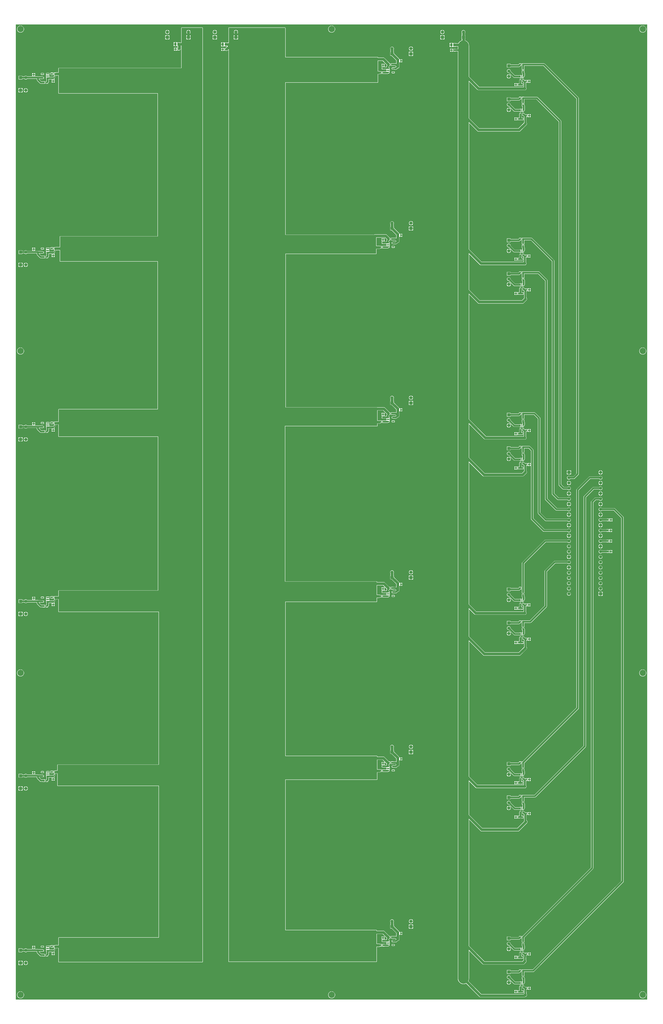
<source format=gbr>
%TF.GenerationSoftware,Altium Limited,Altium Designer,22.9.1 (49)*%
G04 Layer_Physical_Order=1*
G04 Layer_Color=255*
%FSLAX45Y45*%
%MOMM*%
%TF.SameCoordinates,19B3199C-24C9-4E42-A554-521A99F5088D*%
%TF.FilePolarity,Positive*%
%TF.FileFunction,Copper,L1,Top,Signal*%
%TF.Part,Single*%
G01*
G75*
%TA.AperFunction,SMDPad,CuDef*%
%ADD10R,0.80000X0.90000*%
%ADD11R,1.10000X1.40000*%
%ADD12R,0.90000X0.80000*%
G04:AMPARAMS|DCode=13|XSize=1.21mm|YSize=0.59mm|CornerRadius=0.1475mm|HoleSize=0mm|Usage=FLASHONLY|Rotation=180.000|XOffset=0mm|YOffset=0mm|HoleType=Round|Shape=RoundedRectangle|*
%AMROUNDEDRECTD13*
21,1,1.21000,0.29500,0,0,180.0*
21,1,0.91500,0.59000,0,0,180.0*
1,1,0.29500,-0.45750,0.14750*
1,1,0.29500,0.45750,0.14750*
1,1,0.29500,0.45750,-0.14750*
1,1,0.29500,-0.45750,-0.14750*
%
%ADD13ROUNDEDRECTD13*%
G04:AMPARAMS|DCode=14|XSize=1.19mm|YSize=0.4mm|CornerRadius=0.05mm|HoleSize=0mm|Usage=FLASHONLY|Rotation=270.000|XOffset=0mm|YOffset=0mm|HoleType=Round|Shape=RoundedRectangle|*
%AMROUNDEDRECTD14*
21,1,1.19000,0.30000,0,0,270.0*
21,1,1.09000,0.40000,0,0,270.0*
1,1,0.10000,-0.15000,-0.54500*
1,1,0.10000,-0.15000,0.54500*
1,1,0.10000,0.15000,0.54500*
1,1,0.10000,0.15000,-0.54500*
%
%ADD14ROUNDEDRECTD14*%
%TA.AperFunction,Conductor*%
%ADD15C,0.83820*%
%ADD16C,1.27000*%
%ADD17C,5.08000*%
%ADD18C,0.38100*%
%TA.AperFunction,ComponentPad*%
%ADD19R,1.50000X1.50000*%
%ADD20C,1.50000*%
%TA.AperFunction,WasherPad*%
%ADD21C,3.04800*%
%TA.AperFunction,ComponentPad*%
%ADD22R,1.50000X1.50000*%
%TA.AperFunction,ViaPad*%
%ADD23C,0.50800*%
G36*
X32981403Y2565896D02*
X2565896D01*
Y49504105D01*
X32981403D01*
Y2565896D01*
D02*
G37*
%LPC*%
G36*
X15535814Y49356573D02*
X15535812Y49356573D01*
X15535811Y49356573D01*
X12826993Y49355414D01*
X12821191Y49353009D01*
X12815337Y49350583D01*
X12815334Y49350580D01*
X12815331Y49350577D01*
X12812904Y49344714D01*
X12810504Y49338919D01*
Y48625320D01*
X12692600D01*
X12687437Y48624640D01*
X12616500D01*
Y48634799D01*
X12548800D01*
Y48539401D01*
Y48444000D01*
X12616500D01*
Y48454160D01*
X12738484D01*
X12743744Y48441461D01*
X12669242Y48366959D01*
X12662629Y48358340D01*
X12619360D01*
Y48237860D01*
X12695735D01*
X12704845Y48234088D01*
X12725400Y48231381D01*
X12745955Y48234088D01*
X12765110Y48242020D01*
X12781558Y48254642D01*
X12798771Y48271854D01*
X12810504Y48266995D01*
X12810504Y4394200D01*
X12815337Y4382536D01*
X12827000Y4377704D01*
X19939000D01*
X19950664Y4382536D01*
X19955496Y4394200D01*
Y4470400D01*
Y5102181D01*
X20053300D01*
X20073856Y5104887D01*
X20093010Y5112821D01*
X20104140Y5121360D01*
X20190939D01*
Y5241840D01*
X20104138D01*
X20093010Y5250379D01*
X20073856Y5258313D01*
X20053300Y5261019D01*
X19955496D01*
Y5724481D01*
X20236304D01*
X20433623Y5527162D01*
X20424986Y5514238D01*
X20420551Y5491939D01*
Y5455769D01*
X20256500D01*
X20241269Y5452740D01*
X20196262D01*
Y5342260D01*
X20241269D01*
X20256500Y5339230D01*
X20411728D01*
X20418517Y5326530D01*
X20414230Y5320116D01*
X20411115Y5304450D01*
Y5302400D01*
X20584486D01*
Y5304450D01*
X20581371Y5320116D01*
X20572498Y5333396D01*
X20569090Y5335672D01*
X20565172Y5348329D01*
X20571800Y5358248D01*
X20574129Y5369950D01*
Y5399450D01*
X20571800Y5411151D01*
X20565172Y5421071D01*
X20555252Y5427700D01*
X20543550Y5430027D01*
X20537090D01*
Y5467803D01*
X20571193Y5501907D01*
X20575839Y5508860D01*
X20610040D01*
Y5629340D01*
X20555583D01*
X20553958Y5631458D01*
X20325359Y5860058D01*
X20308910Y5872679D01*
X20289755Y5880613D01*
X20269200Y5883320D01*
X20269199Y5883319D01*
X19955496D01*
Y5905500D01*
X19950664Y5917164D01*
X19939000Y5921996D01*
X15561296D01*
Y10693400D01*
Y11188700D01*
Y12534900D01*
Y12877800D01*
Y13140704D01*
X19964400D01*
X19976064Y13145535D01*
X19980896Y13157201D01*
Y13496881D01*
X20066000D01*
X20086555Y13499586D01*
X20105710Y13507521D01*
X20122157Y13520142D01*
X20123119Y13521394D01*
X20190939D01*
Y13641875D01*
X20109888D01*
X20105710Y13645079D01*
X20086555Y13653014D01*
X20066000Y13655719D01*
X19980896D01*
Y14106480D01*
X20236304D01*
X20327327Y14015457D01*
X20321889Y14002934D01*
X20316277Y14002934D01*
X20269202D01*
Y13950233D01*
X20326900D01*
Y13991458D01*
X20326901Y13997922D01*
X20339424Y14003360D01*
X20416241Y13926543D01*
X20427441Y13917947D01*
X20424986Y13914272D01*
X20420551Y13891972D01*
Y13855803D01*
X20256500D01*
X20241269Y13852774D01*
X20196262D01*
Y13742294D01*
X20241269D01*
X20256500Y13739264D01*
X20411728D01*
X20418517Y13726564D01*
X20414230Y13720151D01*
X20411115Y13704485D01*
Y13702434D01*
X20584486D01*
Y13704485D01*
X20581371Y13720151D01*
X20572498Y13733430D01*
X20569090Y13735706D01*
X20565172Y13748363D01*
X20571800Y13758282D01*
X20574129Y13769984D01*
Y13799484D01*
X20571800Y13811185D01*
X20565172Y13821104D01*
X20555252Y13827734D01*
X20543550Y13830061D01*
X20537090D01*
Y13867838D01*
X20562177Y13892924D01*
X20572849Y13908894D01*
X20610040D01*
Y14029375D01*
X20535835D01*
X20528558Y14038858D01*
X20325359Y14242058D01*
X20308910Y14254678D01*
X20289755Y14262613D01*
X20269200Y14265320D01*
X20269199Y14265318D01*
X19980896D01*
Y14287500D01*
X19976064Y14299164D01*
X19964400Y14303996D01*
X15561296D01*
Y19240500D01*
Y19570700D01*
Y20942300D01*
Y21247099D01*
Y21700504D01*
X19951700D01*
X19963364Y21705336D01*
X19968196Y21717000D01*
Y21902249D01*
X20053300D01*
X20073856Y21904955D01*
X20093010Y21912889D01*
X20104140Y21921428D01*
X20190939D01*
Y22041908D01*
X20104140D01*
X20093010Y22050447D01*
X20073856Y22058382D01*
X20053300Y22061089D01*
X19968196D01*
Y22501181D01*
X20261703D01*
X20434436Y22328448D01*
X20424986Y22314307D01*
X20420551Y22292007D01*
Y22255836D01*
X20256500D01*
X20241269Y22252808D01*
X20196262D01*
Y22142328D01*
X20241269D01*
X20256500Y22139297D01*
X20411728D01*
X20418517Y22126598D01*
X20414230Y22120184D01*
X20411115Y22104518D01*
Y22102467D01*
X20584486D01*
Y22104518D01*
X20581371Y22120184D01*
X20572498Y22133464D01*
X20569090Y22135741D01*
X20565172Y22148396D01*
X20571800Y22158316D01*
X20574129Y22170018D01*
Y22199518D01*
X20571800Y22211218D01*
X20565172Y22221140D01*
X20555252Y22227768D01*
X20543550Y22230095D01*
X20537090D01*
Y22267871D01*
X20572209Y22302991D01*
X20576176Y22308928D01*
X20610040D01*
Y22429408D01*
X20557143D01*
X20553958Y22433559D01*
X20350758Y22636758D01*
X20334309Y22649379D01*
X20315155Y22657314D01*
X20294600Y22660020D01*
X20294598Y22660019D01*
X19968196D01*
Y22682201D01*
X19963364Y22693864D01*
X19951700Y22698695D01*
X15548596D01*
Y27647900D01*
Y28028900D01*
Y29349701D01*
Y29654501D01*
Y30158704D01*
X19977100D01*
X19988763Y30163535D01*
X19993596Y30175201D01*
Y30286282D01*
X20078700D01*
X20099255Y30288986D01*
X20118410Y30296921D01*
X20134859Y30309543D01*
X20144005Y30321463D01*
X20190939D01*
Y30441943D01*
X20100394D01*
X20099255Y30442413D01*
X20078700Y30445120D01*
X19993596D01*
Y30921280D01*
X20261703D01*
X20443678Y30739304D01*
X20437617Y30733243D01*
X20424986Y30714340D01*
X20420551Y30692041D01*
Y30655872D01*
X20256500D01*
X20241269Y30652841D01*
X20196262D01*
Y30542361D01*
X20241269D01*
X20256500Y30539331D01*
X20411728D01*
X20418517Y30526633D01*
X20414230Y30520218D01*
X20411115Y30504553D01*
Y30502502D01*
X20584486D01*
Y30504553D01*
X20581371Y30520218D01*
X20572498Y30533499D01*
X20569090Y30535773D01*
X20565172Y30548431D01*
X20571800Y30558350D01*
X20574129Y30570053D01*
Y30599551D01*
X20571800Y30611252D01*
X20565172Y30621173D01*
X20555252Y30627802D01*
X20543550Y30630130D01*
X20537090D01*
Y30667905D01*
X20578146Y30708963D01*
X20610040D01*
Y30829443D01*
X20575494D01*
X20566658Y30840958D01*
X20350758Y31056857D01*
X20334309Y31069479D01*
X20315155Y31077414D01*
X20294600Y31080121D01*
X20294598Y31080118D01*
X19965791D01*
X19964400Y31080695D01*
X15573996D01*
Y36042599D01*
Y36385501D01*
Y37731699D01*
Y38049200D01*
Y38451804D01*
X19926300D01*
X19937964Y38456635D01*
X19942796Y38468301D01*
Y38693680D01*
X20066000D01*
X20086555Y38696387D01*
X20105710Y38704321D01*
X20122157Y38716943D01*
X20125653Y38721497D01*
X20190939D01*
Y38841977D01*
X20105476D01*
X20086555Y38849814D01*
X20066000Y38852518D01*
X19942796D01*
Y39239780D01*
X20350603D01*
X20447362Y39143021D01*
X20437617Y39133279D01*
X20424986Y39114374D01*
X20420551Y39092075D01*
Y39055905D01*
X20256500D01*
X20241269Y39052875D01*
X20196262D01*
Y38942395D01*
X20241269D01*
X20256500Y38939365D01*
X20411728D01*
X20418517Y38926666D01*
X20414230Y38920251D01*
X20411115Y38904587D01*
Y38902536D01*
X20584486D01*
Y38904587D01*
X20581371Y38920251D01*
X20572498Y38933533D01*
X20569090Y38935809D01*
X20565172Y38948465D01*
X20571800Y38958383D01*
X20574129Y38970087D01*
Y38999585D01*
X20571800Y39011288D01*
X20565172Y39021207D01*
X20555252Y39027835D01*
X20543550Y39030164D01*
X20537090D01*
Y39067938D01*
X20578146Y39108997D01*
X20610040D01*
Y39229477D01*
X20580289D01*
X20579279Y39231909D01*
X20566658Y39248358D01*
X20439658Y39375357D01*
X20423210Y39387979D01*
X20404054Y39395914D01*
X20383501Y39398621D01*
X20383498Y39398618D01*
X19875500D01*
X19854945Y39395914D01*
X19835789Y39387979D01*
X19833858Y39386496D01*
X15561296D01*
Y44361099D01*
Y44773849D01*
Y46126401D01*
Y46469299D01*
Y46694104D01*
X20002499D01*
X20014165Y46698935D01*
X20018996Y46710599D01*
Y47101080D01*
X20053300D01*
X20073856Y47103787D01*
X20093010Y47111722D01*
X20105794Y47121530D01*
X20190939D01*
Y47242010D01*
X20102483D01*
X20093010Y47249280D01*
X20073856Y47257214D01*
X20053300Y47259918D01*
X20018996D01*
Y47748782D01*
X20236304D01*
X20444695Y47540390D01*
X20437617Y47533313D01*
X20424986Y47514407D01*
X20420551Y47492108D01*
Y47455939D01*
X20256500D01*
X20241269Y47452911D01*
X20196262D01*
Y47342429D01*
X20241269D01*
X20256500Y47339401D01*
X20411728D01*
X20418517Y47326700D01*
X20414230Y47320285D01*
X20411115Y47304620D01*
Y47302570D01*
X20584486D01*
Y47304620D01*
X20581371Y47320285D01*
X20572498Y47333566D01*
X20569090Y47335843D01*
X20565172Y47348499D01*
X20571800Y47358417D01*
X20574129Y47370120D01*
Y47399619D01*
X20571800Y47411322D01*
X20565172Y47421240D01*
X20555252Y47427869D01*
X20543550Y47430197D01*
X20537090D01*
Y47467972D01*
X20578146Y47509030D01*
X20610040D01*
Y47629510D01*
X20577054D01*
X20566658Y47643057D01*
X20325359Y47884357D01*
X20308910Y47896979D01*
X20289755Y47904913D01*
X20269200Y47907620D01*
X20269199Y47907620D01*
X20018996D01*
Y47917099D01*
X20014165Y47928763D01*
X20002499Y47933597D01*
X15561296D01*
Y49331100D01*
X15561295Y49331100D01*
X15561296Y49331104D01*
X15559119Y49336356D01*
X15556464Y49342764D01*
X15556462Y49342764D01*
X15556462Y49342767D01*
X15547479Y49351746D01*
X15547478Y49351746D01*
X15547478Y49351746D01*
X15541824Y49354086D01*
X15535814Y49356573D01*
D02*
G37*
G36*
X23127219Y49236700D02*
X23126700D01*
Y49148999D01*
X23214400D01*
Y49149518D01*
X23207558Y49175052D01*
X23194341Y49197946D01*
X23175647Y49216641D01*
X23152753Y49229858D01*
X23127219Y49236700D01*
D02*
G37*
G36*
X12167118D02*
X12166600D01*
Y49148999D01*
X12254300D01*
Y49149518D01*
X12247458Y49175052D01*
X12234240Y49197946D01*
X12215547Y49216641D01*
X12192653Y49229858D01*
X12167118Y49236700D01*
D02*
G37*
G36*
X9881118D02*
X9880600D01*
Y49148999D01*
X9968300D01*
Y49149518D01*
X9961458Y49175052D01*
X9948240Y49197946D01*
X9929547Y49216641D01*
X9906653Y49229858D01*
X9881118Y49236700D01*
D02*
G37*
G36*
X23101300D02*
X23100781D01*
X23075247Y49229858D01*
X23052353Y49216641D01*
X23033659Y49197946D01*
X23020442Y49175052D01*
X23013600Y49149518D01*
Y49148999D01*
X23101300D01*
Y49236700D01*
D02*
G37*
G36*
X12141200D02*
X12140682D01*
X12115147Y49229858D01*
X12092253Y49216641D01*
X12073560Y49197946D01*
X12060342Y49175052D01*
X12053500Y49149518D01*
Y49148999D01*
X12141200D01*
Y49236700D01*
D02*
G37*
G36*
X9855200D02*
X9854682D01*
X9829147Y49229858D01*
X9806253Y49216641D01*
X9787560Y49197946D01*
X9774342Y49175052D01*
X9767500Y49149518D01*
Y49148999D01*
X9855200D01*
Y49236700D01*
D02*
G37*
G36*
X32782510Y49443640D02*
X32749490D01*
X32717102Y49437198D01*
X32686594Y49424561D01*
X32659137Y49406213D01*
X32635785Y49382864D01*
X32617438Y49355408D01*
X32604803Y49324899D01*
X32598361Y49292511D01*
Y49259488D01*
X32604803Y49227100D01*
X32617438Y49196594D01*
X32635785Y49169135D01*
X32659137Y49145786D01*
X32686594Y49127438D01*
X32717102Y49114801D01*
X32749490Y49108359D01*
X32782510D01*
X32814899Y49114801D01*
X32845407Y49127438D01*
X32872864Y49145786D01*
X32896213Y49169135D01*
X32914560Y49196594D01*
X32927197Y49227100D01*
X32933640Y49259488D01*
Y49292511D01*
X32927197Y49324899D01*
X32914560Y49355408D01*
X32896213Y49382864D01*
X32872864Y49406213D01*
X32845407Y49424561D01*
X32814899Y49437198D01*
X32782510Y49443640D01*
D02*
G37*
G36*
X17796510D02*
X17763489D01*
X17731100Y49437198D01*
X17700594Y49424561D01*
X17673135Y49406213D01*
X17649786Y49382864D01*
X17631439Y49355408D01*
X17618802Y49324899D01*
X17612360Y49292511D01*
Y49259488D01*
X17618802Y49227100D01*
X17631439Y49196594D01*
X17649786Y49169135D01*
X17673135Y49145786D01*
X17700594Y49127438D01*
X17731100Y49114801D01*
X17763489Y49108359D01*
X17796510D01*
X17828899Y49114801D01*
X17859407Y49127438D01*
X17886864Y49145786D01*
X17910214Y49169135D01*
X17928561Y49196594D01*
X17941199Y49227100D01*
X17947639Y49259488D01*
Y49292511D01*
X17941199Y49324899D01*
X17928561Y49355408D01*
X17910214Y49382864D01*
X17886864Y49406213D01*
X17859407Y49424561D01*
X17828899Y49437198D01*
X17796510Y49443640D01*
D02*
G37*
G36*
X2810511D02*
X2777489D01*
X2745101Y49437198D01*
X2714593Y49424561D01*
X2687136Y49406213D01*
X2663786Y49382864D01*
X2645439Y49355408D01*
X2632802Y49324899D01*
X2626360Y49292511D01*
Y49259488D01*
X2632802Y49227100D01*
X2645439Y49196594D01*
X2663786Y49169135D01*
X2687136Y49145786D01*
X2714593Y49127438D01*
X2745101Y49114801D01*
X2777489Y49108359D01*
X2810511D01*
X2842899Y49114801D01*
X2873407Y49127438D01*
X2900864Y49145786D01*
X2924214Y49169135D01*
X2942561Y49196594D01*
X2955198Y49227100D01*
X2961640Y49259488D01*
Y49292511D01*
X2955198Y49324899D01*
X2942561Y49355408D01*
X2924214Y49382864D01*
X2900864Y49406213D01*
X2873407Y49424561D01*
X2842899Y49437198D01*
X2810511Y49443640D01*
D02*
G37*
G36*
X23214400Y49123599D02*
X23126700D01*
Y49035901D01*
X23127219D01*
X23152753Y49042743D01*
X23175647Y49055960D01*
X23194341Y49074652D01*
X23207558Y49097546D01*
X23214400Y49123083D01*
Y49123599D01*
D02*
G37*
G36*
X23101300D02*
X23013600D01*
Y49123083D01*
X23020442Y49097546D01*
X23033659Y49074652D01*
X23052353Y49055960D01*
X23075247Y49042743D01*
X23100781Y49035901D01*
X23101300D01*
Y49123599D01*
D02*
G37*
G36*
X12254300D02*
X12166600D01*
Y49035901D01*
X12167118D01*
X12192653Y49042743D01*
X12215547Y49055960D01*
X12234240Y49074652D01*
X12247458Y49097546D01*
X12254300Y49123083D01*
Y49123599D01*
D02*
G37*
G36*
X12141200D02*
X12053500D01*
Y49123083D01*
X12060342Y49097546D01*
X12073560Y49074652D01*
X12092253Y49055960D01*
X12115147Y49042743D01*
X12140682Y49035901D01*
X12141200D01*
Y49123599D01*
D02*
G37*
G36*
X9968300D02*
X9880600D01*
Y49035901D01*
X9881118D01*
X9906653Y49042743D01*
X9929547Y49055960D01*
X9948240Y49074652D01*
X9961458Y49097546D01*
X9968300Y49123083D01*
Y49123599D01*
D02*
G37*
G36*
X9855200D02*
X9767500D01*
Y49123083D01*
X9774342Y49097546D01*
X9787560Y49074652D01*
X9806253Y49055960D01*
X9829147Y49042743D01*
X9854682Y49035901D01*
X9855200D01*
Y49123599D01*
D02*
G37*
G36*
X23214400Y48982700D02*
X23126700D01*
Y48895001D01*
X23214400D01*
Y48982700D01*
D02*
G37*
G36*
X12254300D02*
X12166600D01*
Y48895001D01*
X12254300D01*
Y48982700D01*
D02*
G37*
G36*
X9968300D02*
X9880600D01*
Y48895001D01*
X9968300D01*
Y48982700D01*
D02*
G37*
G36*
X23101300D02*
X23013600D01*
Y48895001D01*
X23101300D01*
Y48982700D01*
D02*
G37*
G36*
X12141200D02*
X12053500D01*
Y48895001D01*
X12141200D01*
Y48982700D01*
D02*
G37*
G36*
X9855200D02*
X9767500D01*
Y48895001D01*
X9855200D01*
Y48982700D01*
D02*
G37*
G36*
X23214400Y48869601D02*
X23126700D01*
Y48781900D01*
X23214400D01*
Y48869601D01*
D02*
G37*
G36*
X23101300D02*
X23013600D01*
Y48781900D01*
X23101300D01*
Y48869601D01*
D02*
G37*
G36*
X12254300D02*
X12166600D01*
Y48781900D01*
X12254300D01*
Y48869601D01*
D02*
G37*
G36*
X12141200D02*
X12053500D01*
Y48781900D01*
X12141200D01*
Y48869601D01*
D02*
G37*
G36*
X9968300D02*
X9880600D01*
Y48781900D01*
X9968300D01*
Y48869601D01*
D02*
G37*
G36*
X9855200D02*
X9767500D01*
Y48781900D01*
X9855200D01*
Y48869601D01*
D02*
G37*
G36*
X11557000Y49355997D02*
X10553700D01*
X10542036Y49351163D01*
X10537204Y49339499D01*
Y48631519D01*
X10471540D01*
Y48637341D01*
X10331700D01*
Y48647501D01*
X10264000D01*
Y48552100D01*
X10251300D01*
D01*
X10264000D01*
Y48456699D01*
X10331700D01*
Y48466861D01*
X10359981D01*
Y48371039D01*
X10339860D01*
Y48250562D01*
X10450340D01*
Y48258221D01*
X10459955Y48259488D01*
X10479110Y48267422D01*
X10495558Y48280042D01*
X10508179Y48296490D01*
X10516113Y48315646D01*
X10518819Y48336200D01*
Y48472681D01*
X10537204D01*
Y47412897D01*
X4635500D01*
X4623836Y47408063D01*
X4619004Y47396399D01*
Y47196420D01*
X4521200D01*
X4500645Y47193713D01*
X4481490Y47185779D01*
X4480487Y47185010D01*
X4396260D01*
Y47064529D01*
X4416538D01*
Y47007553D01*
X4380332Y46971347D01*
X4368800Y46973639D01*
X4186673D01*
X4179885Y46986340D01*
X4184171Y46992755D01*
X4187287Y47008420D01*
Y47010471D01*
X4100600D01*
X4013913D01*
Y47008420D01*
X4017030Y46992755D01*
X4025904Y46979474D01*
X4029310Y46977197D01*
X4033228Y46964542D01*
X4026600Y46954620D01*
X4024273Y46942920D01*
Y46913419D01*
X4026600Y46901718D01*
X4033228Y46891797D01*
X4042930Y46885315D01*
Y46774387D01*
X4034454Y46765909D01*
X4002560D01*
Y46714389D01*
X4001440Y46708759D01*
X4002560Y46703131D01*
Y46645432D01*
X4113040D01*
Y46679684D01*
X4142403Y46709048D01*
X4155034Y46727951D01*
X4159470Y46750250D01*
Y46857101D01*
X4368800D01*
X4384031Y46860129D01*
X4429040D01*
Y46921167D01*
X4476221Y46968347D01*
X4476222Y46968347D01*
X4483801Y46979691D01*
X4486462Y46993069D01*
Y47034732D01*
X4497022Y47041788D01*
X4500645Y47040286D01*
X4521200Y47037582D01*
X4619004D01*
Y46189899D01*
X4623836Y46178235D01*
X4635500Y46173404D01*
X9394204D01*
Y39310297D01*
X4699000D01*
X4687336Y39305463D01*
X4682504Y39293799D01*
Y38789020D01*
X4508500D01*
X4487945Y38786313D01*
X4484715Y38784976D01*
X4396260D01*
Y38664496D01*
X4416538D01*
Y38607516D01*
X4380332Y38571313D01*
X4368800Y38573605D01*
X4186673D01*
X4179885Y38586307D01*
X4184171Y38592719D01*
X4187287Y38608386D01*
Y38610434D01*
X4100600D01*
X4013913D01*
Y38608386D01*
X4017030Y38592719D01*
X4025904Y38579440D01*
X4029310Y38577164D01*
X4033228Y38564508D01*
X4026600Y38554587D01*
X4024273Y38542886D01*
Y38513385D01*
X4026600Y38501685D01*
X4033228Y38491763D01*
X4042930Y38485281D01*
Y38374353D01*
X4034454Y38365875D01*
X4002560D01*
Y38314355D01*
X4001440Y38308725D01*
X4002560Y38303094D01*
Y38245395D01*
X4113040D01*
Y38279651D01*
X4142403Y38309012D01*
X4155034Y38327917D01*
X4159470Y38350217D01*
Y38457065D01*
X4368800D01*
X4384031Y38460095D01*
X4429040D01*
Y38521133D01*
X4476221Y38568314D01*
X4476222Y38568314D01*
X4483801Y38579657D01*
X4486462Y38593036D01*
Y38620273D01*
X4499162Y38631409D01*
X4508500Y38630182D01*
X4682504D01*
Y38100000D01*
X4687336Y38088336D01*
X4699000Y38083505D01*
X9394204D01*
Y30991797D01*
X4635500D01*
X4623836Y30986963D01*
X4619004Y30975299D01*
Y30394318D01*
X4521200D01*
X4500645Y30391614D01*
X4484538Y30384943D01*
X4396260D01*
Y30264462D01*
X4416538D01*
Y30207483D01*
X4380332Y30171277D01*
X4368800Y30173572D01*
X4186673D01*
X4179885Y30186273D01*
X4184171Y30192685D01*
X4187287Y30208353D01*
Y30210403D01*
X4100600D01*
X4013913D01*
Y30208353D01*
X4017030Y30192685D01*
X4025904Y30179404D01*
X4029310Y30177130D01*
X4033228Y30164474D01*
X4026600Y30154553D01*
X4024273Y30142853D01*
Y30113351D01*
X4026600Y30101651D01*
X4033228Y30091730D01*
X4042930Y30085248D01*
Y29974319D01*
X4034454Y29965842D01*
X4002560D01*
Y29914322D01*
X4001440Y29908691D01*
X4002560Y29903061D01*
Y29845361D01*
X4113040D01*
Y29879617D01*
X4142403Y29908978D01*
X4155034Y29927884D01*
X4159470Y29950183D01*
Y30057031D01*
X4368800D01*
X4384031Y30060062D01*
X4429040D01*
Y30121097D01*
X4476221Y30168280D01*
X4476222Y30168280D01*
X4483801Y30179623D01*
X4486462Y30193002D01*
Y30232632D01*
X4497022Y30239688D01*
X4500645Y30238187D01*
X4521200Y30235480D01*
X4619004D01*
Y29667200D01*
X4623836Y29655536D01*
X4635500Y29650705D01*
X9406904D01*
Y22266896D01*
X4635500D01*
X4623836Y22262064D01*
X4619004Y22250400D01*
Y21986919D01*
X4508500D01*
X4493218Y21984908D01*
X4396260D01*
Y21864429D01*
X4416538D01*
Y21807449D01*
X4380332Y21771243D01*
X4368800Y21773538D01*
X4186673D01*
X4179885Y21786238D01*
X4184171Y21792651D01*
X4187287Y21808318D01*
Y21810368D01*
X4100600D01*
X4013913D01*
Y21808318D01*
X4017030Y21792651D01*
X4025904Y21779372D01*
X4029310Y21777095D01*
X4033228Y21764439D01*
X4026600Y21754520D01*
X4024273Y21742818D01*
Y21713318D01*
X4026600Y21701616D01*
X4033228Y21691696D01*
X4042930Y21685214D01*
Y21574284D01*
X4034454Y21565808D01*
X4002560D01*
Y21514288D01*
X4001440Y21508658D01*
X4002560Y21503027D01*
Y21445328D01*
X4113040D01*
Y21479582D01*
X4142403Y21508945D01*
X4155034Y21527849D01*
X4159470Y21550148D01*
Y21656998D01*
X4368800D01*
X4384031Y21660028D01*
X4429040D01*
Y21721065D01*
X4476221Y21768246D01*
X4476222Y21768246D01*
X4483801Y21779588D01*
X4486462Y21792969D01*
Y21818172D01*
X4499162Y21829311D01*
X4508500Y21828081D01*
X4619004D01*
Y21234399D01*
X4623836Y21222736D01*
X4635500Y21217905D01*
X9445004D01*
Y13884895D01*
X4584700D01*
X4573036Y13880064D01*
X4568204Y13868401D01*
Y13604919D01*
X4521200D01*
X4500645Y13602213D01*
X4481490Y13594279D01*
X4469232Y13584874D01*
X4396260D01*
Y13464394D01*
X4416538D01*
Y13407416D01*
X4380332Y13371210D01*
X4368800Y13373505D01*
X4186673D01*
X4179885Y13386205D01*
X4184171Y13392618D01*
X4187287Y13408284D01*
Y13410335D01*
X4100600D01*
X4013913D01*
Y13408284D01*
X4017030Y13392618D01*
X4025904Y13379337D01*
X4029310Y13377061D01*
X4033228Y13364404D01*
X4026600Y13354485D01*
X4024273Y13342784D01*
Y13313284D01*
X4026600Y13301582D01*
X4033228Y13291663D01*
X4042930Y13285181D01*
Y13174249D01*
X4034454Y13165775D01*
X4002560D01*
Y13114255D01*
X4001440Y13108624D01*
X4002560Y13102994D01*
Y13045294D01*
X4113040D01*
Y13079549D01*
X4142403Y13108911D01*
X4155034Y13127815D01*
X4159470Y13150114D01*
Y13256964D01*
X4368800D01*
X4384031Y13259995D01*
X4429040D01*
Y13321030D01*
X4476221Y13368211D01*
X4476222Y13368211D01*
X4483801Y13379555D01*
X4486462Y13392934D01*
Y13443233D01*
X4497022Y13450287D01*
X4500645Y13448787D01*
X4521200Y13446082D01*
X4568204D01*
Y12865100D01*
X4573036Y12853436D01*
X4584700Y12848604D01*
X9445004D01*
Y5566396D01*
X4635500D01*
X4623836Y5561564D01*
X4619004Y5549900D01*
Y5197519D01*
X4508500D01*
X4487945Y5194813D01*
X4468790Y5186879D01*
X4466132Y5184840D01*
X4396260D01*
Y5064360D01*
X4416538D01*
Y5007382D01*
X4380332Y4971176D01*
X4368800Y4973470D01*
X4186673D01*
X4179885Y4986170D01*
X4184171Y4992584D01*
X4187287Y5008250D01*
Y5010300D01*
X4100600D01*
X4013913D01*
Y5008250D01*
X4017030Y4992584D01*
X4025904Y4979303D01*
X4029310Y4977027D01*
X4033228Y4964371D01*
X4026600Y4954451D01*
X4024273Y4942750D01*
Y4913250D01*
X4026600Y4901548D01*
X4033228Y4891628D01*
X4042930Y4885146D01*
Y4774216D01*
X4034454Y4765740D01*
X4002560D01*
Y4714220D01*
X4001440Y4708590D01*
X4002560Y4702960D01*
Y4645260D01*
X4113040D01*
Y4679514D01*
X4142403Y4708877D01*
X4155034Y4727781D01*
X4159470Y4750080D01*
Y4856930D01*
X4368800D01*
X4384031Y4859960D01*
X4429040D01*
Y4920996D01*
X4476221Y4968178D01*
X4476222Y4968178D01*
X4483801Y4979521D01*
X4486462Y4992900D01*
Y5028772D01*
X4499162Y5039910D01*
X4508500Y5038681D01*
X4619004D01*
Y4381500D01*
X4623836Y4369836D01*
X4635500Y4365004D01*
X11557000D01*
X11568664Y4369836D01*
X11573496Y4381500D01*
Y49339499D01*
X11568664Y49351163D01*
X11557000Y49355997D01*
D02*
G37*
G36*
X24141879Y49226541D02*
X24118120D01*
X24095169Y49220389D01*
X24074591Y49208511D01*
X24057790Y49191708D01*
X24045911Y49171130D01*
X24039760Y49148181D01*
Y49124420D01*
X24045911Y49101468D01*
X24050581Y49093378D01*
Y48972540D01*
X24039760D01*
Y48792059D01*
X24050581D01*
Y48733722D01*
X24046542Y48732755D01*
X24007390Y48716537D01*
X23971255Y48694394D01*
X23939030Y48666870D01*
X23911507Y48634644D01*
X23889363Y48598511D01*
X23887254Y48593420D01*
X23766040D01*
Y48599240D01*
X23626199D01*
Y48609399D01*
X23558501D01*
Y48514001D01*
Y48418600D01*
X23626199D01*
Y48428760D01*
X23766040D01*
Y48434583D01*
X23859927D01*
Y48318271D01*
X23747240D01*
Y48320239D01*
X23636760D01*
Y48275232D01*
X23633730Y48260001D01*
X23636760Y48244769D01*
Y48199759D01*
X23747240D01*
Y48201730D01*
X23859927D01*
Y47142401D01*
Y45148499D01*
Y38836600D01*
Y36893500D01*
Y30657800D01*
Y28816299D01*
Y21755099D01*
Y20205701D01*
Y13462000D01*
Y11620500D01*
Y5308600D01*
Y3581400D01*
X23863252Y3539151D01*
X23873146Y3497943D01*
X23889363Y3458790D01*
X23911507Y3422655D01*
X23939030Y3390430D01*
X23971255Y3362907D01*
X24007390Y3340763D01*
X24046542Y3324546D01*
X24087750Y3314653D01*
X24130000Y3311327D01*
X24172249Y3314653D01*
X24213457Y3324546D01*
X24252609Y3340763D01*
X24256151Y3342933D01*
X24899342Y2699742D01*
X24915790Y2687121D01*
X24934946Y2679187D01*
X24955499Y2676481D01*
X27050998D01*
X27051001Y2676480D01*
X27071555Y2679187D01*
X27090710Y2687121D01*
X27107159Y2699742D01*
X27114099Y2706682D01*
X27130765Y2708876D01*
X27149921Y2716811D01*
X27166367Y2729432D01*
X27178989Y2745880D01*
X27186923Y2765035D01*
X27189630Y2785590D01*
X27186923Y2806145D01*
X27178989Y2825299D01*
X27168481Y2838996D01*
Y2950990D01*
X27166571Y2960591D01*
Y3051260D01*
X27214041D01*
Y3171740D01*
X27111267D01*
X27066803Y3216203D01*
X27047900Y3228834D01*
X27036914Y3231019D01*
X27035767Y3236797D01*
X27031293Y3243492D01*
X27024597Y3247966D01*
X27016699Y3249536D01*
X26986700D01*
X26978802Y3247966D01*
X26972107Y3243492D01*
X26967636Y3236797D01*
X26966064Y3228900D01*
Y3119900D01*
X26967636Y3112003D01*
X26972107Y3105307D01*
X26978802Y3100834D01*
X26986700Y3099263D01*
X27016699D01*
X27018561Y3099633D01*
X27050031Y3068164D01*
Y2952900D01*
X27051941Y2943299D01*
Y2858909D01*
X27040979Y2854369D01*
X27024533Y2841748D01*
X27018103Y2835319D01*
X24988397D01*
X24368468Y3455249D01*
X24370638Y3458790D01*
X24386855Y3497943D01*
X24396747Y3539151D01*
X24400073Y3581400D01*
Y4909618D01*
X24411806Y4914478D01*
X25051741Y4274543D01*
X25051743Y4274542D01*
X25068190Y4261921D01*
X25087344Y4253987D01*
X25107899Y4251281D01*
X27000198D01*
X27000201Y4251280D01*
X27020755Y4253987D01*
X27039911Y4261921D01*
X27056357Y4274542D01*
X27145258Y4363442D01*
X27157880Y4379890D01*
X27165814Y4399045D01*
X27168521Y4419600D01*
X27165814Y4440155D01*
X27157880Y4459310D01*
X27147672Y4472615D01*
Y4596208D01*
X27149579Y4605810D01*
Y4669693D01*
X27178442Y4698557D01*
X27180917Y4702260D01*
X27214041D01*
Y4822740D01*
X27103561D01*
Y4808939D01*
X27091827Y4804079D01*
X27066803Y4829103D01*
X27047900Y4841734D01*
X27035837Y4844133D01*
Y4848900D01*
X27034265Y4856797D01*
X27029794Y4863492D01*
X27023096Y4867966D01*
X27015201Y4869536D01*
X26985199D01*
X26977304Y4867966D01*
X26970609Y4863492D01*
X26966135Y4856797D01*
X26964563Y4848900D01*
Y4739900D01*
X26966135Y4732003D01*
X26970609Y4725308D01*
X26977304Y4720834D01*
X26985199Y4719263D01*
X27011832D01*
X27033740Y4697353D01*
X27033041Y4693829D01*
Y4613501D01*
X27031131Y4603900D01*
Y4473947D01*
X26967303Y4410119D01*
X25140797D01*
X24400073Y5150844D01*
Y5308600D01*
Y11221518D01*
X24411806Y11226378D01*
X24950140Y10688043D01*
X24950142Y10688042D01*
X24966589Y10675421D01*
X24985745Y10667487D01*
X24996022Y10666134D01*
X25006300Y10664780D01*
X25006302Y10664781D01*
X26758899D01*
X26758899Y10664780D01*
X26779456Y10667487D01*
X26798611Y10675421D01*
X26815057Y10688042D01*
X27196057Y11069042D01*
X27208679Y11085490D01*
X27216614Y11104645D01*
X27219318Y11125200D01*
X27216614Y11145755D01*
X27208679Y11164910D01*
X27196057Y11181358D01*
X27179611Y11193979D01*
X27166571Y11199380D01*
Y11352934D01*
Y11458660D01*
X27214041D01*
Y11579140D01*
X27103900D01*
X27066803Y11616237D01*
X27047900Y11628868D01*
X27036914Y11631053D01*
X27035767Y11636831D01*
X27031293Y11643526D01*
X27024597Y11648000D01*
X27016699Y11649570D01*
X26986700D01*
X26978802Y11648000D01*
X26972107Y11643526D01*
X26967636Y11636831D01*
X26966064Y11628934D01*
Y11519934D01*
X26967636Y11512037D01*
X26972107Y11505341D01*
X26978802Y11500868D01*
X26986700Y11499297D01*
X27016699D01*
X27018561Y11499667D01*
X27050031Y11468198D01*
Y11352934D01*
Y11156800D01*
X27051550Y11149165D01*
X26726004Y10823619D01*
X25039197D01*
X24400073Y11462744D01*
Y11620500D01*
Y13063017D01*
X24411806Y13067879D01*
X24708842Y12770842D01*
X24725290Y12758221D01*
X24744444Y12750287D01*
X24764999Y12747580D01*
X24765002Y12747581D01*
X27089099D01*
X27109656Y12750287D01*
X27128809Y12758221D01*
X27145258Y12770842D01*
X27157880Y12787290D01*
X27165814Y12806445D01*
X27168518Y12827000D01*
X27165814Y12847556D01*
X27157880Y12866710D01*
X27147369Y12880406D01*
Y13004234D01*
X27145761Y13012326D01*
Y13096960D01*
X27214041D01*
Y13217439D01*
X27103561D01*
Y13208974D01*
X27091827Y13204112D01*
X27066803Y13229137D01*
X27047900Y13241768D01*
X27035837Y13244167D01*
Y13248933D01*
X27034265Y13256831D01*
X27029794Y13263525D01*
X27023096Y13267999D01*
X27015201Y13269569D01*
X26985199D01*
X26977304Y13267999D01*
X26970609Y13263525D01*
X26966135Y13256831D01*
X26964563Y13248933D01*
Y13139934D01*
X26966135Y13132037D01*
X26970609Y13125342D01*
X26977304Y13120868D01*
X26985199Y13119296D01*
X27011832D01*
X27029221Y13101907D01*
Y13005844D01*
X27030829Y12997752D01*
Y12906419D01*
X24797897D01*
X24400073Y13304243D01*
Y13462000D01*
Y19806718D01*
X24411806Y19811578D01*
X25077141Y19146243D01*
X25077142Y19146242D01*
X25093590Y19133621D01*
X25112746Y19125687D01*
X25133299Y19122980D01*
X25133302Y19122981D01*
X26822699D01*
X26822702Y19122980D01*
X26843256Y19125687D01*
X26862411Y19133621D01*
X26878860Y19146242D01*
X27164459Y19431842D01*
X27177081Y19448289D01*
X27185013Y19467444D01*
X27187720Y19488000D01*
X27185013Y19508556D01*
X27177081Y19527708D01*
X27166571Y19541406D01*
Y19752968D01*
Y19853360D01*
X27214041D01*
Y19973840D01*
X27109235D01*
X27066803Y20016270D01*
X27047900Y20028902D01*
X27036914Y20031087D01*
X27035767Y20036865D01*
X27031293Y20043559D01*
X27024597Y20048035D01*
X27016699Y20049603D01*
X26986700D01*
X26978802Y20048035D01*
X26972107Y20043559D01*
X26967636Y20036865D01*
X26966064Y20028967D01*
Y19919968D01*
X26967636Y19912071D01*
X26972107Y19905376D01*
X26978802Y19900902D01*
X26986700Y19899332D01*
X27016699D01*
X27018561Y19899701D01*
X27050031Y19868233D01*
Y19752968D01*
Y19542046D01*
X26789804Y19281819D01*
X25166197D01*
X24400073Y20047945D01*
Y20205701D01*
Y21356117D01*
X24411806Y21360979D01*
X24658041Y21114743D01*
X24658041Y21114742D01*
X24674490Y21102121D01*
X24693645Y21094186D01*
X24714200Y21091481D01*
X27089099D01*
X27109656Y21094186D01*
X27128809Y21102121D01*
X27145258Y21114742D01*
X27157880Y21131190D01*
X27165814Y21150345D01*
X27168518Y21170900D01*
X27165814Y21191455D01*
X27157880Y21210609D01*
X27147369Y21224306D01*
Y21402460D01*
X27147672Y21403967D01*
X27145761Y21413570D01*
Y21504359D01*
X27201340D01*
Y21624840D01*
X27090860D01*
Y21621707D01*
X27079126Y21616847D01*
X27066803Y21629172D01*
X27047900Y21641801D01*
X27035837Y21644202D01*
Y21648969D01*
X27034265Y21656865D01*
X27029794Y21663560D01*
X27023096Y21668034D01*
X27015201Y21669604D01*
X26985199D01*
X26977304Y21668034D01*
X26970609Y21663560D01*
X26966135Y21656865D01*
X26964563Y21648969D01*
Y21539967D01*
X26966135Y21532071D01*
X26970609Y21525375D01*
X26977304Y21520901D01*
X26985199Y21519331D01*
X27011832D01*
X27029221Y21501942D01*
Y21405878D01*
X27030829Y21397786D01*
Y21250319D01*
X24747096D01*
X24400073Y21597343D01*
Y21755099D01*
Y28417319D01*
X24411806Y28422177D01*
X25064442Y27769543D01*
X25080890Y27756921D01*
X25100044Y27748987D01*
X25110323Y27747635D01*
X25120599Y27746280D01*
X25120602Y27746280D01*
X26975098D01*
X26975101Y27746280D01*
X26995657Y27748987D01*
X27014810Y27756921D01*
X27031259Y27769543D01*
X27164459Y27902740D01*
X27177081Y27919189D01*
X27185013Y27938345D01*
X27187720Y27958899D01*
X27185013Y27979456D01*
X27177081Y27998608D01*
X27166571Y28012305D01*
Y28153003D01*
Y28260760D01*
X27214041D01*
Y28381241D01*
X27103561D01*
X27103561Y28381241D01*
Y28381241D01*
X27094385Y28388721D01*
X27066803Y28416306D01*
X27047900Y28428937D01*
X27036914Y28431122D01*
X27035767Y28436899D01*
X27031293Y28443594D01*
X27024597Y28448068D01*
X27016699Y28449637D01*
X26986700D01*
X26978802Y28448068D01*
X26972107Y28443594D01*
X26967636Y28436899D01*
X26966064Y28429001D01*
Y28320001D01*
X26967636Y28312106D01*
X26972107Y28305408D01*
X26978802Y28300937D01*
X26986700Y28299365D01*
X27016699D01*
X27018561Y28299734D01*
X27050031Y28268265D01*
Y28153003D01*
Y28012946D01*
X26942203Y27905118D01*
X25153497D01*
X24400073Y28658545D01*
Y28816299D01*
Y30258817D01*
X24411806Y30263678D01*
X25127940Y29547543D01*
X25127942Y29547543D01*
X25144389Y29534921D01*
X25163545Y29526987D01*
X25184100Y29524280D01*
X27089099D01*
X27109656Y29526987D01*
X27128809Y29534921D01*
X27145258Y29547543D01*
X27157880Y29563989D01*
X27165814Y29583145D01*
X27168518Y29603699D01*
X27165814Y29624255D01*
X27157880Y29643411D01*
X27147369Y29657104D01*
Y29802493D01*
X27147672Y29804001D01*
X27145761Y29813605D01*
Y29899060D01*
X27214041D01*
Y30019540D01*
X27103561D01*
Y30009042D01*
X27091827Y30004181D01*
X27066803Y30029205D01*
X27047900Y30041837D01*
X27035837Y30044235D01*
Y30049002D01*
X27034265Y30056900D01*
X27029794Y30063593D01*
X27023096Y30068069D01*
X27015201Y30069638D01*
X26985199D01*
X26977304Y30068069D01*
X26970609Y30063593D01*
X26966135Y30056900D01*
X26964563Y30049002D01*
Y29940002D01*
X26966135Y29932104D01*
X26970609Y29925409D01*
X26977304Y29920935D01*
X26985199Y29919366D01*
X27011832D01*
X27029221Y29901974D01*
Y29805911D01*
X27030829Y29797821D01*
Y29683118D01*
X25216997D01*
X24400073Y30500043D01*
Y30657800D01*
Y36494519D01*
X24411806Y36499377D01*
X24823141Y36088043D01*
X24839590Y36075421D01*
X24858745Y36067487D01*
X24879300Y36064780D01*
X24879301Y36064780D01*
X26974799D01*
X26974799Y36064780D01*
X26995355Y36067487D01*
X27014511Y36075421D01*
X27030957Y36088043D01*
X27170657Y36227740D01*
X27183279Y36244189D01*
X27191214Y36263345D01*
X27193918Y36283899D01*
X27191214Y36304456D01*
X27183279Y36323611D01*
X27172769Y36337305D01*
Y36347400D01*
X27168335Y36369699D01*
X27166571Y36372339D01*
Y36553036D01*
Y36668161D01*
X27214041D01*
Y36788641D01*
X27103561D01*
Y36788641D01*
X27097156Y36785986D01*
X27066803Y36816339D01*
X27047900Y36828970D01*
X27036914Y36831155D01*
X27035767Y36836932D01*
X27031293Y36843628D01*
X27024597Y36848102D01*
X27016699Y36849673D01*
X26986700D01*
X26978802Y36848102D01*
X26972107Y36843628D01*
X26967636Y36836932D01*
X26966064Y36829037D01*
Y36720035D01*
X26967636Y36712140D01*
X26972107Y36705444D01*
X26978802Y36700970D01*
X26986700Y36699399D01*
X27016699D01*
X27018561Y36699768D01*
X27050031Y36668301D01*
Y36553036D01*
Y36353601D01*
X27053656Y36335373D01*
X26941904Y36223618D01*
X24912196D01*
X24400073Y36735745D01*
Y36893500D01*
Y38437619D01*
X24411806Y38442477D01*
X24912341Y37941943D01*
X24912341Y37941943D01*
X24928790Y37929321D01*
X24947945Y37921387D01*
X24968500Y37918680D01*
X27089401D01*
X27109955Y37921387D01*
X27129111Y37929321D01*
X27145557Y37941943D01*
X27158179Y37958389D01*
X27166113Y37977545D01*
X27168820Y37998099D01*
X27166113Y38018655D01*
X27158179Y38037811D01*
X27147672Y38051505D01*
Y38204037D01*
X27145761Y38213638D01*
Y38293759D01*
X27201340D01*
Y38414240D01*
X27090860D01*
Y38414240D01*
X27084454Y38411588D01*
X27066803Y38429239D01*
X27047900Y38441870D01*
X27035837Y38444269D01*
Y38449036D01*
X27034265Y38456934D01*
X27029794Y38463629D01*
X27023096Y38468103D01*
X27015201Y38469672D01*
X26985199D01*
X26977304Y38468103D01*
X26970609Y38463629D01*
X26966135Y38456934D01*
X26964563Y38449036D01*
Y38340036D01*
X26966135Y38332138D01*
X26970609Y38325443D01*
X26977304Y38320969D01*
X26985199Y38319400D01*
X27011832D01*
X27029221Y38302011D01*
Y38205945D01*
X27031131Y38196344D01*
Y38077518D01*
X25001398D01*
X24400073Y38678845D01*
Y38836600D01*
Y44749518D01*
X24411806Y44754379D01*
X24797742Y44368442D01*
X24797742Y44368442D01*
X24814191Y44355820D01*
X24833345Y44347888D01*
X24843622Y44346533D01*
X24853900Y44345181D01*
X24853902Y44345181D01*
X26809998D01*
X26810001Y44345181D01*
X26830557Y44347888D01*
X26849710Y44355820D01*
X26866159Y44368442D01*
X27164459Y44666742D01*
X27177081Y44683191D01*
X27185013Y44702344D01*
X27187720Y44722900D01*
X27185013Y44743454D01*
X27177081Y44762610D01*
X27166571Y44776306D01*
Y44953070D01*
Y45050159D01*
X27214041D01*
Y45170639D01*
X27112537D01*
X27066803Y45216373D01*
X27047900Y45229004D01*
X27036914Y45231189D01*
X27035767Y45236966D01*
X27031293Y45243661D01*
X27024597Y45248135D01*
X27016699Y45249707D01*
X26986700D01*
X26978802Y45248135D01*
X26972107Y45243661D01*
X26967636Y45236966D01*
X26966064Y45229071D01*
Y45120071D01*
X26967636Y45112173D01*
X26972107Y45105478D01*
X26978802Y45101004D01*
X26986700Y45099432D01*
X27016699D01*
X27018561Y45099802D01*
X27050031Y45068335D01*
Y44953070D01*
Y44776947D01*
X26777103Y44504019D01*
X24886797D01*
X24400073Y44990744D01*
Y45148499D01*
Y46743417D01*
X24411806Y46748279D01*
X24797742Y46362344D01*
X24797742Y46362341D01*
X24814191Y46349722D01*
X24833345Y46341788D01*
X24843622Y46340433D01*
X24853900Y46339081D01*
X24853902Y46339081D01*
X27089099D01*
X27109656Y46341788D01*
X27128809Y46349722D01*
X27145258Y46362341D01*
X27157880Y46378790D01*
X27165814Y46397946D01*
X27168518Y46418500D01*
X27165814Y46439056D01*
X27157880Y46458209D01*
X27147369Y46471906D01*
Y46602560D01*
X27147672Y46604071D01*
X27145761Y46613672D01*
Y46701160D01*
X27201340D01*
Y46821640D01*
X27090860D01*
Y46821640D01*
X27079245Y46816830D01*
X27066803Y46829272D01*
X27047900Y46841904D01*
X27035837Y46844302D01*
Y46849069D01*
X27034265Y46856967D01*
X27029794Y46863663D01*
X27023096Y46868137D01*
X27015201Y46869705D01*
X26985199D01*
X26977304Y46868137D01*
X26970609Y46863663D01*
X26966135Y46856967D01*
X26964563Y46849069D01*
Y46740070D01*
X26966135Y46732172D01*
X26970609Y46725479D01*
X26977304Y46721005D01*
X26985199Y46719434D01*
X27011832D01*
X27029221Y46702045D01*
Y46605981D01*
X27030829Y46597888D01*
Y46497919D01*
X24886797D01*
X24400073Y46984644D01*
Y47142401D01*
Y48475900D01*
X24396747Y48518149D01*
X24386855Y48559357D01*
X24370638Y48598511D01*
X24348492Y48634644D01*
X24320970Y48666870D01*
X24288745Y48694394D01*
X24252609Y48716537D01*
X24213457Y48732755D01*
X24209419Y48733722D01*
Y48792059D01*
X24220239D01*
Y48972540D01*
X24209419D01*
Y49093378D01*
X24214090Y49101468D01*
X24220239Y49124420D01*
Y49148181D01*
X24214090Y49171130D01*
X24202209Y49191708D01*
X24185410Y49208511D01*
X24164832Y49220389D01*
X24141879Y49226541D01*
D02*
G37*
G36*
X10238600Y48647501D02*
X10170900D01*
Y48564801D01*
X10238600D01*
Y48647501D01*
D02*
G37*
G36*
X12523400Y48634799D02*
X12455700D01*
Y48552100D01*
X12523400D01*
Y48634799D01*
D02*
G37*
G36*
X23533099Y48609399D02*
X23465401D01*
Y48526700D01*
X23533099D01*
Y48609399D01*
D02*
G37*
G36*
X10238600Y48539401D02*
X10170900D01*
Y48456699D01*
X10238600D01*
Y48539401D01*
D02*
G37*
G36*
X12523400Y48526700D02*
X12455700D01*
Y48444000D01*
X12523400D01*
Y48526700D01*
D02*
G37*
G36*
X23533099Y48501300D02*
X23465401D01*
Y48418600D01*
X23533099D01*
Y48501300D01*
D02*
G37*
G36*
X21615918Y48437869D02*
X21615398D01*
Y48350168D01*
X21703101D01*
Y48350687D01*
X21696259Y48376224D01*
X21683040Y48399118D01*
X21664346Y48417810D01*
X21641454Y48431027D01*
X21615918Y48437869D01*
D02*
G37*
G36*
X21589998D02*
X21589482D01*
X21563947Y48431027D01*
X21541052Y48417810D01*
X21522360Y48399118D01*
X21509142Y48376224D01*
X21502299Y48350687D01*
Y48350168D01*
X21589998D01*
Y48437869D01*
D02*
G37*
G36*
X10320500Y48381201D02*
X10267799D01*
Y48323502D01*
X10320500D01*
Y48381201D01*
D02*
G37*
G36*
X10242399D02*
X10189700D01*
Y48323502D01*
X10242399D01*
Y48381201D01*
D02*
G37*
G36*
X12600000Y48368500D02*
X12547300D01*
Y48310800D01*
X12600000D01*
Y48368500D01*
D02*
G37*
G36*
X12521900D02*
X12469200D01*
Y48310800D01*
X12521900D01*
Y48368500D01*
D02*
G37*
G36*
X23617400Y48330399D02*
X23564699D01*
Y48272702D01*
X23617400D01*
Y48330399D01*
D02*
G37*
G36*
X23539299D02*
X23486600D01*
Y48272702D01*
X23539299D01*
Y48330399D01*
D02*
G37*
G36*
X10320500Y48298102D02*
X10267799D01*
Y48240399D01*
X10320500D01*
Y48298102D01*
D02*
G37*
G36*
X10242399D02*
X10189700D01*
Y48240399D01*
X10242399D01*
Y48298102D01*
D02*
G37*
G36*
X21703101Y48324768D02*
X21615398D01*
Y48237070D01*
X21615918D01*
X21641454Y48243912D01*
X21664346Y48257129D01*
X21683040Y48275824D01*
X21696259Y48298718D01*
X21703101Y48324252D01*
Y48324768D01*
D02*
G37*
G36*
X21589998D02*
X21502299D01*
Y48324252D01*
X21509142Y48298718D01*
X21522360Y48275824D01*
X21541052Y48257129D01*
X21563947Y48243912D01*
X21589482Y48237070D01*
X21589998D01*
Y48324768D01*
D02*
G37*
G36*
X12600000Y48285400D02*
X12547300D01*
Y48227701D01*
X12600000D01*
Y48285400D01*
D02*
G37*
G36*
X12521900D02*
X12469200D01*
Y48227701D01*
X12521900D01*
Y48285400D01*
D02*
G37*
G36*
X23617400Y48247302D02*
X23564699D01*
Y48189600D01*
X23617400D01*
Y48247302D01*
D02*
G37*
G36*
X23539299D02*
X23486600D01*
Y48189600D01*
X23539299D01*
Y48247302D01*
D02*
G37*
G36*
X21703101Y48183871D02*
X21615398D01*
Y48096167D01*
X21703101D01*
Y48183871D01*
D02*
G37*
G36*
X21589998D02*
X21502299D01*
Y48096167D01*
X21589998D01*
Y48183871D01*
D02*
G37*
G36*
X21703101Y48070767D02*
X21615398D01*
Y47983069D01*
X21703101D01*
Y48070767D01*
D02*
G37*
G36*
X21589998D02*
X21502299D01*
Y47983069D01*
X21589998D01*
Y48070767D01*
D02*
G37*
G36*
X21126602Y47823669D02*
Y47765967D01*
X21179300D01*
Y47823669D01*
X21126602D01*
D02*
G37*
G36*
X21179300Y47740567D02*
X21126602D01*
Y47682870D01*
X21179300D01*
Y47740567D01*
D02*
G37*
G36*
X20700180Y48427710D02*
X20676421D01*
X20653468Y48421561D01*
X20632890Y48409680D01*
X20616090Y48392880D01*
X20604210Y48372302D01*
X20598061Y48349350D01*
Y48325589D01*
X20604210Y48302640D01*
X20608881Y48294550D01*
Y48173709D01*
X20598061D01*
Y47993231D01*
X20666225D01*
X20885190Y47774265D01*
Y47634091D01*
X20875372Y47626031D01*
X20867799Y47627539D01*
X20750040D01*
Y47629510D01*
X20639560D01*
Y47584500D01*
X20636531Y47569269D01*
X20639560Y47554037D01*
Y47509030D01*
X20750040D01*
Y47510999D01*
X20843663D01*
X20882204Y47472461D01*
X20852884Y47443140D01*
X20828000D01*
X20805701Y47438705D01*
X20792970Y47430197D01*
X20703050D01*
X20691348Y47427869D01*
X20681429Y47421240D01*
X20674800Y47411322D01*
X20672472Y47399619D01*
Y47370120D01*
X20674800Y47358417D01*
X20681429Y47348499D01*
X20691348Y47341870D01*
X20703050Y47339542D01*
X20792970D01*
X20805701Y47331036D01*
X20828000Y47326599D01*
X20877020D01*
X20899319Y47331036D01*
X20918224Y47343668D01*
X20968050Y47393494D01*
X20985165Y47395746D01*
X21004318Y47403680D01*
X21020769Y47416302D01*
X21033389Y47432751D01*
X21041322Y47451904D01*
X21044029Y47472461D01*
Y47672021D01*
X21048500Y47682870D01*
X21056731Y47682870D01*
X21101202D01*
Y47753268D01*
Y47823669D01*
X21053342D01*
X21052858Y47823737D01*
X21045924Y47826129D01*
X21039400Y47832361D01*
X21033389Y47846869D01*
X21020769Y47863318D01*
X21020767Y47863318D01*
X20778540Y48105545D01*
Y48173709D01*
X20767719D01*
Y48294550D01*
X20772391Y48302640D01*
X20778540Y48325589D01*
Y48349350D01*
X20772391Y48372302D01*
X20760510Y48392880D01*
X20743709Y48409680D01*
X20723131Y48421561D01*
X20700180Y48427710D01*
D02*
G37*
G36*
X26915439Y47629510D02*
X26804959D01*
Y47595255D01*
X26779944Y47570239D01*
X26404639D01*
Y47602209D01*
X26224161D01*
Y47421729D01*
X26404639D01*
Y47453699D01*
X26804080D01*
X26826379Y47458136D01*
X26845285Y47470767D01*
X26883548Y47509030D01*
X26915439D01*
Y47552859D01*
X26918469Y47568088D01*
Y47569269D01*
X26915439Y47584500D01*
Y47629510D01*
D02*
G37*
G36*
X20326900Y47603070D02*
X20269202D01*
Y47550369D01*
X20326900D01*
Y47603070D01*
D02*
G37*
G36*
X20243800D02*
X20186101D01*
Y47550369D01*
X20243800D01*
Y47603070D01*
D02*
G37*
G36*
X20326900Y47524969D02*
X20269202D01*
Y47472269D01*
X20326900D01*
Y47524969D01*
D02*
G37*
G36*
X20243800D02*
X20186101D01*
Y47472269D01*
X20243800D01*
Y47524969D01*
D02*
G37*
G36*
X20584486Y47277170D02*
X20411115D01*
Y47275119D01*
X20414230Y47259454D01*
X20418716Y47252740D01*
X20411928Y47240039D01*
X20330940D01*
Y47242010D01*
X20220461D01*
Y47197000D01*
X20217430Y47181769D01*
X20220461Y47166537D01*
Y47121530D01*
X20330940D01*
Y47123502D01*
X20478522D01*
X20500819Y47127936D01*
X20519724Y47140567D01*
X20525720Y47149542D01*
X20543550D01*
X20555252Y47151871D01*
X20565172Y47158499D01*
X20571800Y47168417D01*
X20574129Y47180121D01*
Y47209619D01*
X20571800Y47221320D01*
X20565172Y47231241D01*
X20569090Y47243896D01*
X20572498Y47246173D01*
X20581371Y47259454D01*
X20584486Y47275119D01*
Y47277170D01*
D02*
G37*
G36*
X4366740Y47185010D02*
X4256260D01*
Y47156430D01*
X4165143D01*
X4158052Y47161169D01*
X4146350Y47163498D01*
X4054850D01*
X4043148Y47161169D01*
X4033228Y47154541D01*
X4026600Y47144620D01*
X4024273Y47132919D01*
Y47103421D01*
X4026600Y47091718D01*
X4033228Y47081799D01*
X4029310Y47069141D01*
X4025904Y47066867D01*
X4017030Y47053586D01*
X4013913Y47037921D01*
Y47035870D01*
X4100600D01*
X4187287D01*
Y47037921D01*
X4184171Y47053586D01*
X4175297Y47066867D01*
X4174958Y47080496D01*
X4179312Y47086508D01*
X4256260D01*
Y47064529D01*
X4366740D01*
Y47185010D01*
D02*
G37*
G36*
X20794550Y47240198D02*
X20703050D01*
X20691348Y47237869D01*
X20681429Y47231241D01*
X20674800Y47221320D01*
X20672472Y47209619D01*
Y47180121D01*
X20674800Y47168417D01*
X20681429Y47158499D01*
X20691348Y47151871D01*
X20703050Y47149542D01*
X20794550D01*
X20806252Y47151871D01*
X20816171Y47158499D01*
X20822800Y47168417D01*
X20825128Y47180121D01*
Y47209619D01*
X20822800Y47221320D01*
X20816171Y47231241D01*
X20806252Y47237869D01*
X20794550Y47240198D01*
D02*
G37*
G36*
X3499400Y47152069D02*
X3441700D01*
Y47099371D01*
X3499400D01*
Y47152069D01*
D02*
G37*
G36*
X3416300D02*
X3358600D01*
Y47099371D01*
X3416300D01*
Y47152069D01*
D02*
G37*
G36*
X3895351Y47163498D02*
X3803850D01*
X3792149Y47161169D01*
X3782229Y47154541D01*
X3775601Y47144620D01*
X3773273Y47132919D01*
Y47103421D01*
X3775601Y47091718D01*
X3782229Y47081799D01*
X3792149Y47075171D01*
X3803850Y47072842D01*
X3895351D01*
X3907052Y47075171D01*
X3916972Y47081799D01*
X3923600Y47091718D01*
X3925928Y47103421D01*
Y47132919D01*
X3923600Y47144620D01*
X3916972Y47154541D01*
X3907052Y47161169D01*
X3895351Y47163498D01*
D02*
G37*
G36*
X27001382Y47290839D02*
X27000201D01*
X26984970Y47287811D01*
X26939960D01*
Y47177328D01*
X26945020D01*
Y47165979D01*
X26949457Y47143680D01*
X26962088Y47124777D01*
X26967331Y47119534D01*
Y47080298D01*
X26954630Y47071185D01*
X26950201Y47072067D01*
X26947900D01*
Y46986569D01*
Y46901074D01*
X26950201D01*
X26962061Y46903433D01*
X26972116Y46910153D01*
X26975034Y46914520D01*
X26977304Y46913004D01*
X26985199Y46911432D01*
X27015201D01*
X27023096Y46913004D01*
X27029794Y46917477D01*
X27034265Y46924173D01*
X27035837Y46932071D01*
Y46979471D01*
X27047900Y46981870D01*
X27066803Y46994501D01*
X27079434Y47013406D01*
X27083871Y47035703D01*
Y47143671D01*
X27079434Y47165970D01*
X27066803Y47184872D01*
X27061560Y47190115D01*
Y47230661D01*
X27060440Y47236292D01*
Y47287811D01*
X27016611D01*
X27001382Y47290839D01*
D02*
G37*
G36*
X3499400Y47073969D02*
X3441700D01*
Y47021271D01*
X3499400D01*
Y47073969D01*
D02*
G37*
G36*
X3416300D02*
X3358600D01*
Y47021271D01*
X3416300D01*
Y47073969D01*
D02*
G37*
G36*
X26327618Y47104370D02*
X26327097D01*
Y47016672D01*
X26414801D01*
Y47017188D01*
X26407959Y47042722D01*
X26394739Y47065616D01*
X26376047Y47084311D01*
X26353152Y47097528D01*
X26327618Y47104370D01*
D02*
G37*
G36*
X26301697D02*
X26301181D01*
X26275647Y47097528D01*
X26252753Y47084311D01*
X26234061Y47065616D01*
X26220844Y47042722D01*
X26214001Y47017188D01*
Y47016672D01*
X26301697D01*
Y47104370D01*
D02*
G37*
G36*
X3059880Y47030710D02*
X3036120D01*
X3013169Y47024561D01*
X2992591Y47012680D01*
X2978651Y46998740D01*
X2884240D01*
Y47030710D01*
X2703760D01*
Y46850229D01*
X2884240D01*
Y46882199D01*
X2978651D01*
X2992591Y46868259D01*
X3013169Y46856381D01*
X3036120Y46850229D01*
X3059880D01*
X3082831Y46856381D01*
X3103409Y46868259D01*
X3117349Y46882199D01*
X3575316D01*
Y46843985D01*
X3579752Y46821686D01*
X3592383Y46802783D01*
X3727607Y46667557D01*
X3746511Y46654926D01*
X3768810Y46650491D01*
X3862560D01*
Y46645432D01*
X3973040D01*
Y46690439D01*
X3976070Y46705670D01*
Y46706851D01*
X3973040Y46722083D01*
Y46765909D01*
X3921521D01*
X3915890Y46767029D01*
X3792946D01*
X3696626Y46863351D01*
X3701886Y46876050D01*
X3843451D01*
X3865749Y46880487D01*
X3869277Y46882843D01*
X3895351D01*
X3907052Y46885172D01*
X3916972Y46891797D01*
X3923600Y46901718D01*
X3925928Y46913419D01*
Y46942920D01*
X3923600Y46954620D01*
X3916972Y46964542D01*
X3907052Y46971170D01*
X3895351Y46973495D01*
X3886007D01*
X3884653Y46975522D01*
X3865749Y46988153D01*
X3843451Y46992590D01*
X3657066D01*
X3654499Y46994305D01*
X3632200Y46998740D01*
X3489240D01*
Y47001910D01*
X3368760D01*
Y46998740D01*
X3117349D01*
X3103409Y47012680D01*
X3082831Y47024561D01*
X3059880Y47030710D01*
D02*
G37*
G36*
X26414801Y46991272D02*
X26327097D01*
Y46903571D01*
X26327618D01*
X26353152Y46910413D01*
X26376047Y46923630D01*
X26394739Y46942322D01*
X26407959Y46965216D01*
X26414801Y46990753D01*
Y46991272D01*
D02*
G37*
G36*
X26301697D02*
X26214001D01*
Y46990753D01*
X26220844Y46965216D01*
X26234061Y46942322D01*
X26252753Y46923630D01*
X26275647Y46910413D01*
X26301181Y46903571D01*
X26301697D01*
Y46991272D01*
D02*
G37*
G36*
X26326279Y47348209D02*
X26302521D01*
X26279568Y47342059D01*
X26258990Y47330179D01*
X26242191Y47313379D01*
X26230310Y47292801D01*
X26224161Y47269849D01*
Y47246091D01*
X26230310Y47223138D01*
X26242191Y47202560D01*
X26258990Y47185760D01*
X26279568Y47173880D01*
X26302521Y47167731D01*
X26322235D01*
X26539896Y46950067D01*
X26558801Y46937436D01*
X26581100Y46932999D01*
X26834564D01*
Y46932071D01*
X26836133Y46924173D01*
X26840607Y46917477D01*
X26847302Y46913004D01*
X26855200Y46911432D01*
X26885199D01*
X26893097Y46913004D01*
X26895364Y46914520D01*
X26898282Y46910153D01*
X26908340Y46903433D01*
X26920200Y46901074D01*
X26922501D01*
Y46986569D01*
Y47072067D01*
X26920200D01*
X26908340Y47069705D01*
X26898282Y47062988D01*
X26895364Y47058621D01*
X26893097Y47060135D01*
X26885199Y47061707D01*
X26855200D01*
X26847302Y47060135D01*
X26840607Y47055661D01*
X26836349Y47049292D01*
X26835101Y47049539D01*
X26605237D01*
X26404639Y47250137D01*
Y47269849D01*
X26398489Y47292801D01*
X26386609Y47313379D01*
X26369809Y47330179D01*
X26349231Y47342059D01*
X26326279Y47348209D01*
D02*
G37*
G36*
X4439200Y46840771D02*
X4381500D01*
Y46788074D01*
X4439200D01*
Y46840771D01*
D02*
G37*
G36*
X4356100D02*
X4298400D01*
Y46788074D01*
X4356100D01*
Y46840771D01*
D02*
G37*
G36*
X27351501Y46831799D02*
X27298801D01*
Y46774100D01*
X27351501D01*
Y46831799D01*
D02*
G37*
G36*
X27273401D02*
X27220700D01*
Y46774100D01*
X27273401D01*
Y46831799D01*
D02*
G37*
G36*
X4439200Y46762674D02*
X4381500D01*
Y46709970D01*
X4439200D01*
Y46762674D01*
D02*
G37*
G36*
X4356100D02*
X4298400D01*
Y46709970D01*
X4356100D01*
Y46762674D01*
D02*
G37*
G36*
X27351501Y46748700D02*
X27298801D01*
Y46691000D01*
X27351501D01*
Y46748700D01*
D02*
G37*
G36*
X27273401D02*
X27220700D01*
Y46691000D01*
X27273401D01*
Y46748700D01*
D02*
G37*
G36*
X26722400Y46674469D02*
X26669699D01*
Y46616772D01*
X26722400D01*
Y46674469D01*
D02*
G37*
G36*
X26644299D02*
X26591599D01*
Y46616772D01*
X26644299D01*
Y46674469D01*
D02*
G37*
G36*
X26885199Y46869705D02*
X26855200D01*
X26847302Y46868137D01*
X26840607Y46863663D01*
X26836133Y46856967D01*
X26834564Y46849069D01*
Y46839493D01*
X26828998Y46835773D01*
X26816367Y46816870D01*
X26811929Y46794571D01*
Y46664310D01*
X26741760D01*
Y46619302D01*
X26738730Y46604071D01*
X26741760Y46588840D01*
Y46543829D01*
X26852240D01*
Y46545801D01*
X26894159D01*
Y46543829D01*
X27004639D01*
Y46588840D01*
X27007669Y46604071D01*
X27004639Y46619302D01*
Y46664310D01*
X26928470D01*
Y46794571D01*
X26924033Y46816870D01*
X26911404Y46835773D01*
X26905835Y46839493D01*
Y46849069D01*
X26904266Y46856967D01*
X26899792Y46863663D01*
X26893097Y46868137D01*
X26885199Y46869705D01*
D02*
G37*
G36*
X26722400Y46591370D02*
X26669699D01*
Y46533670D01*
X26722400D01*
Y46591370D01*
D02*
G37*
G36*
X26644299D02*
X26591599D01*
Y46533670D01*
X26644299D01*
Y46591370D01*
D02*
G37*
G36*
X3061218Y46431271D02*
X3060700D01*
Y46343570D01*
X3148400D01*
Y46344089D01*
X3141558Y46369623D01*
X3128340Y46392517D01*
X3109647Y46411209D01*
X3086753Y46424429D01*
X3061218Y46431271D01*
D02*
G37*
G36*
X3035300D02*
X3034782D01*
X3009247Y46424429D01*
X2986353Y46411209D01*
X2967660Y46392517D01*
X2954442Y46369623D01*
X2947600Y46344089D01*
Y46343570D01*
X3035300D01*
Y46431271D01*
D02*
G37*
G36*
X2894400D02*
X2806700D01*
Y46343570D01*
X2894400D01*
Y46431271D01*
D02*
G37*
G36*
X2781300D02*
X2693600D01*
Y46343570D01*
X2781300D01*
Y46431271D01*
D02*
G37*
G36*
X3148400Y46318170D02*
X3060700D01*
Y46230469D01*
X3061218D01*
X3086753Y46237311D01*
X3109647Y46250531D01*
X3128340Y46269223D01*
X3141558Y46292117D01*
X3148400Y46317651D01*
Y46318170D01*
D02*
G37*
G36*
X3035300D02*
X2947600D01*
Y46317651D01*
X2954442Y46292117D01*
X2967660Y46269223D01*
X2986353Y46250531D01*
X3009247Y46237311D01*
X3034782Y46230469D01*
X3035300D01*
Y46318170D01*
D02*
G37*
G36*
X2894400D02*
X2806700D01*
Y46230469D01*
X2894400D01*
Y46318170D01*
D02*
G37*
G36*
X2781300D02*
X2693600D01*
Y46230469D01*
X2781300D01*
Y46318170D01*
D02*
G37*
G36*
X26915439Y46016611D02*
X26804959D01*
Y45982355D01*
X26779944Y45957339D01*
X26404639D01*
Y45989310D01*
X26224161D01*
Y45808829D01*
X26404639D01*
Y45840799D01*
X26804080D01*
X26826379Y45845236D01*
X26845285Y45857867D01*
X26883548Y45896130D01*
X26915439D01*
Y45939957D01*
X26918469Y45955188D01*
Y45956369D01*
X26915439Y45971600D01*
Y46016611D01*
D02*
G37*
G36*
X27001382Y45665240D02*
X27000201D01*
X26984970Y45662210D01*
X26939960D01*
Y45551730D01*
X26967331D01*
Y45461301D01*
X26954630Y45451483D01*
X26951700Y45452066D01*
X26949399D01*
Y45366571D01*
Y45281073D01*
X26951700D01*
X26963562Y45283435D01*
X26973618Y45290152D01*
X26976535Y45294519D01*
X26978802Y45293005D01*
X26986700Y45291434D01*
X27016699D01*
X27024597Y45293005D01*
X27031293Y45297479D01*
X27035767Y45304172D01*
X27037338Y45312070D01*
Y45328622D01*
X27045908Y45330325D01*
X27064813Y45342957D01*
X27066803Y45344946D01*
X27079434Y45363852D01*
X27083871Y45386151D01*
Y45582751D01*
X27079434Y45605048D01*
X27066803Y45623953D01*
X27060440Y45630316D01*
Y45662210D01*
X27016611D01*
X27001382Y45665240D01*
D02*
G37*
G36*
X26327618Y45491470D02*
X26327103D01*
Y45403769D01*
X26414801D01*
Y45404288D01*
X26407959Y45429822D01*
X26394739Y45452716D01*
X26376047Y45471411D01*
X26353152Y45484628D01*
X26327618Y45491470D01*
D02*
G37*
G36*
X26301703D02*
X26301181D01*
X26275647Y45484628D01*
X26252753Y45471411D01*
X26234061Y45452716D01*
X26220844Y45429822D01*
X26214001Y45404288D01*
Y45403769D01*
X26301703D01*
Y45491470D01*
D02*
G37*
G36*
X26414801Y45378369D02*
X26327103D01*
Y45290671D01*
X26327618D01*
X26353152Y45297513D01*
X26376047Y45310730D01*
X26394739Y45329422D01*
X26407959Y45352316D01*
X26414801Y45377853D01*
Y45378369D01*
D02*
G37*
G36*
X26301703D02*
X26214001D01*
Y45377853D01*
X26220844Y45352316D01*
X26234061Y45329422D01*
X26252753Y45310730D01*
X26275647Y45297513D01*
X26301181Y45290671D01*
X26301703D01*
Y45378369D01*
D02*
G37*
G36*
X26326279Y45735309D02*
X26302521D01*
X26279568Y45729160D01*
X26258990Y45717279D01*
X26242191Y45700479D01*
X26230310Y45679901D01*
X26224161Y45656949D01*
Y45633191D01*
X26230310Y45610239D01*
X26242191Y45589661D01*
X26258990Y45572861D01*
X26279568Y45560980D01*
X26302521Y45554831D01*
X26322235D01*
X26552597Y45324466D01*
X26571500Y45311835D01*
X26593799Y45307401D01*
X26836993D01*
X26837634Y45304172D01*
X26842108Y45297479D01*
X26848804Y45293005D01*
X26856699Y45291434D01*
X26886700D01*
X26894598Y45293005D01*
X26896866Y45294519D01*
X26899783Y45290152D01*
X26909839Y45283435D01*
X26921701Y45281073D01*
X26923999D01*
Y45366571D01*
Y45452066D01*
X26921701D01*
X26909839Y45449707D01*
X26899783Y45442987D01*
X26896866Y45438620D01*
X26894598Y45440137D01*
X26886700Y45441705D01*
X26856699D01*
X26848804Y45440137D01*
X26842108Y45435663D01*
X26837634Y45428967D01*
X26836633Y45423941D01*
X26617935D01*
X26404639Y45637234D01*
Y45656949D01*
X26398489Y45679901D01*
X26386609Y45700479D01*
X26369809Y45717279D01*
X26349231Y45729160D01*
X26326279Y45735309D01*
D02*
G37*
G36*
X27364200Y45180801D02*
X27311499D01*
Y45123102D01*
X27364200D01*
Y45180801D01*
D02*
G37*
G36*
X27286099D02*
X27233401D01*
Y45123102D01*
X27286099D01*
Y45180801D01*
D02*
G37*
G36*
X27364200Y45097702D02*
X27311499D01*
Y45039999D01*
X27364200D01*
Y45097702D01*
D02*
G37*
G36*
X27286099D02*
X27233401D01*
Y45039999D01*
X27286099D01*
Y45097702D01*
D02*
G37*
G36*
X26722400Y45023471D02*
X26669699D01*
Y44965771D01*
X26722400D01*
Y45023471D01*
D02*
G37*
G36*
X26644299D02*
X26591599D01*
Y44965771D01*
X26644299D01*
Y45023471D01*
D02*
G37*
G36*
X26886700Y45249707D02*
X26856699D01*
X26848804Y45248135D01*
X26842108Y45243661D01*
X26837634Y45236966D01*
X26836063Y45229071D01*
Y45219492D01*
X26830496Y45215771D01*
X26817865Y45196869D01*
X26813431Y45174570D01*
Y45013309D01*
X26741760D01*
Y44968301D01*
X26738730Y44953070D01*
X26741760Y44937839D01*
Y44892831D01*
X26852240D01*
Y44896301D01*
X26865659D01*
X26873199Y44894800D01*
X26913062D01*
Y44892831D01*
X27023541D01*
Y44937839D01*
X27026569Y44953070D01*
X27023541Y44968301D01*
Y45013309D01*
X26929971D01*
Y45174570D01*
X26925534Y45196869D01*
X26912903Y45215771D01*
X26907336Y45219492D01*
Y45229071D01*
X26905765Y45236966D01*
X26901291Y45243661D01*
X26894598Y45248135D01*
X26886700Y45249707D01*
D02*
G37*
G36*
X26722400Y44940372D02*
X26669699D01*
Y44882669D01*
X26722400D01*
Y44940372D01*
D02*
G37*
G36*
X26644299D02*
X26591599D01*
Y44882669D01*
X26644299D01*
Y44940372D01*
D02*
G37*
G36*
X21615918Y40037836D02*
X21615401D01*
Y39950137D01*
X21703101D01*
Y39950653D01*
X21696259Y39976190D01*
X21683040Y39999084D01*
X21664346Y40017776D01*
X21641454Y40030994D01*
X21615918Y40037836D01*
D02*
G37*
G36*
X21589999D02*
X21589482D01*
X21563947Y40030994D01*
X21541052Y40017776D01*
X21522360Y39999084D01*
X21509142Y39976190D01*
X21502299Y39950653D01*
Y39950137D01*
X21589999D01*
Y40037836D01*
D02*
G37*
G36*
X21703101Y39924734D02*
X21615401D01*
Y39837036D01*
X21615918D01*
X21641454Y39843878D01*
X21664346Y39857095D01*
X21683040Y39875790D01*
X21696259Y39898682D01*
X21703101Y39924219D01*
Y39924734D01*
D02*
G37*
G36*
X21589999D02*
X21502299D01*
Y39924219D01*
X21509142Y39898682D01*
X21522360Y39875790D01*
X21541052Y39857095D01*
X21563947Y39843878D01*
X21589482Y39837036D01*
X21589999D01*
Y39924734D01*
D02*
G37*
G36*
X21703101Y39783835D02*
X21615401D01*
Y39696136D01*
X21703101D01*
Y39783835D01*
D02*
G37*
G36*
X21589999D02*
X21502299D01*
Y39696136D01*
X21589999D01*
Y39783835D01*
D02*
G37*
G36*
X21703101Y39670737D02*
X21615401D01*
Y39583035D01*
X21703101D01*
Y39670737D01*
D02*
G37*
G36*
X21589999D02*
X21502299D01*
Y39583035D01*
X21589999D01*
Y39670737D01*
D02*
G37*
G36*
X21126601Y39423636D02*
Y39365936D01*
X21179300D01*
Y39423636D01*
X21126601D01*
D02*
G37*
G36*
X21179300Y39340536D02*
X21126601D01*
Y39282837D01*
X21179300D01*
Y39340536D01*
D02*
G37*
G36*
X20700180Y40027676D02*
X20676421D01*
X20653468Y40021527D01*
X20632890Y40009647D01*
X20616090Y39992844D01*
X20604210Y39972266D01*
X20598061Y39949316D01*
Y39925555D01*
X20604210Y39902606D01*
X20608881Y39894516D01*
Y39773676D01*
X20598061D01*
Y39593195D01*
X20666225D01*
X20885190Y39374231D01*
Y39234055D01*
X20875372Y39225998D01*
X20867799Y39227505D01*
X20750040D01*
Y39229477D01*
X20639560D01*
Y39184467D01*
X20636531Y39169235D01*
X20639560Y39154004D01*
Y39108997D01*
X20750040D01*
Y39110965D01*
X20843663D01*
X20882204Y39072427D01*
X20852884Y39043106D01*
X20748801D01*
X20726501Y39038669D01*
X20713770Y39030164D01*
X20703050D01*
X20691348Y39027835D01*
X20681429Y39021207D01*
X20674800Y39011288D01*
X20672472Y38999585D01*
Y38970087D01*
X20674800Y38958383D01*
X20681429Y38948465D01*
X20691348Y38941837D01*
X20703050Y38939508D01*
X20713770D01*
X20726501Y38931003D01*
X20748801Y38926566D01*
X20877020D01*
X20899319Y38931003D01*
X20918224Y38943634D01*
X20968050Y38993460D01*
X20985165Y38995712D01*
X21004318Y39003647D01*
X21020769Y39016266D01*
X21033389Y39032715D01*
X21041322Y39051871D01*
X21044029Y39072427D01*
Y39179376D01*
Y39271988D01*
X21048500Y39282837D01*
X21056731Y39282837D01*
X21101199D01*
Y39353238D01*
Y39423636D01*
X21053342D01*
X21052858Y39423703D01*
X21045924Y39426093D01*
X21039400Y39432327D01*
X21033389Y39446835D01*
X21020769Y39463284D01*
X21020767Y39463284D01*
X20778540Y39705511D01*
Y39773676D01*
X20767719D01*
Y39894516D01*
X20772391Y39902606D01*
X20778540Y39925555D01*
Y39949316D01*
X20772391Y39972266D01*
X20760510Y39992844D01*
X20743709Y40009647D01*
X20723131Y40021527D01*
X20700180Y40027676D01*
D02*
G37*
G36*
X26915439Y39229477D02*
X26804959D01*
Y39195221D01*
X26779944Y39170206D01*
X26404639D01*
Y39202176D01*
X26224161D01*
Y39021695D01*
X26404639D01*
Y39053665D01*
X26804080D01*
X26826379Y39058102D01*
X26845285Y39070734D01*
X26883548Y39108997D01*
X26915439D01*
Y39152823D01*
X26918469Y39168054D01*
Y39169235D01*
X26915439Y39184467D01*
Y39229477D01*
D02*
G37*
G36*
X20326900Y39203036D02*
X20269202D01*
Y39150336D01*
X20326900D01*
Y39203036D01*
D02*
G37*
G36*
X20243800D02*
X20186101D01*
Y39150336D01*
X20243800D01*
Y39203036D01*
D02*
G37*
G36*
X20326900Y39124936D02*
X20269202D01*
Y39072235D01*
X20326900D01*
Y39124936D01*
D02*
G37*
G36*
X20243800D02*
X20186101D01*
Y39072235D01*
X20243800D01*
Y39124936D01*
D02*
G37*
G36*
X20584486Y38877136D02*
X20411115D01*
Y38875085D01*
X20414230Y38859421D01*
X20418716Y38852707D01*
X20411928Y38840005D01*
X20330940D01*
Y38841977D01*
X20220461D01*
Y38796967D01*
X20217430Y38781735D01*
X20220461Y38766504D01*
Y38721497D01*
X20330940D01*
Y38723468D01*
X20478522D01*
X20500819Y38727902D01*
X20519724Y38740533D01*
X20525720Y38749509D01*
X20543550D01*
X20555252Y38751837D01*
X20565172Y38758463D01*
X20571800Y38768384D01*
X20574129Y38780087D01*
Y38809586D01*
X20571800Y38821286D01*
X20565172Y38831207D01*
X20569090Y38843863D01*
X20572498Y38846140D01*
X20581371Y38859421D01*
X20584486Y38875085D01*
Y38877136D01*
D02*
G37*
G36*
X4366740Y38784976D02*
X4256260D01*
Y38756396D01*
X4165143D01*
X4158052Y38761136D01*
X4146350Y38763464D01*
X4054850D01*
X4043148Y38761136D01*
X4033228Y38754507D01*
X4026600Y38744586D01*
X4024273Y38732886D01*
Y38703387D01*
X4026600Y38691684D01*
X4033228Y38681766D01*
X4029310Y38669107D01*
X4025904Y38666833D01*
X4017030Y38653552D01*
X4013913Y38637885D01*
Y38635834D01*
X4100600D01*
X4187287D01*
Y38637885D01*
X4184171Y38653552D01*
X4175297Y38666833D01*
X4174958Y38680460D01*
X4179312Y38686475D01*
X4256260D01*
Y38664496D01*
X4366740D01*
Y38784976D01*
D02*
G37*
G36*
X20794550Y38840164D02*
X20703050D01*
X20691348Y38837836D01*
X20681429Y38831207D01*
X20674800Y38821286D01*
X20672472Y38809586D01*
Y38780087D01*
X20674800Y38768384D01*
X20681429Y38758463D01*
X20691348Y38751837D01*
X20703050Y38749509D01*
X20794550D01*
X20806252Y38751837D01*
X20816171Y38758463D01*
X20822800Y38768384D01*
X20825128Y38780087D01*
Y38809586D01*
X20822800Y38821286D01*
X20816171Y38831207D01*
X20806252Y38837836D01*
X20794550Y38840164D01*
D02*
G37*
G36*
X3499400Y38752036D02*
X3441700D01*
Y38699335D01*
X3499400D01*
Y38752036D01*
D02*
G37*
G36*
X3416300D02*
X3358600D01*
Y38699335D01*
X3416300D01*
Y38752036D01*
D02*
G37*
G36*
X3895351Y38763464D02*
X3803850D01*
X3792149Y38761136D01*
X3782229Y38754507D01*
X3775601Y38744586D01*
X3773273Y38732886D01*
Y38703387D01*
X3775601Y38691684D01*
X3782229Y38681763D01*
X3792149Y38675137D01*
X3803850Y38672809D01*
X3895351D01*
X3907052Y38675137D01*
X3916972Y38681763D01*
X3923600Y38691684D01*
X3925928Y38703387D01*
Y38732886D01*
X3923600Y38744586D01*
X3916972Y38754507D01*
X3907052Y38761136D01*
X3895351Y38763464D01*
D02*
G37*
G36*
X27001382Y38890805D02*
X27000201D01*
X26984970Y38887775D01*
X26939960D01*
Y38777295D01*
X26945020D01*
Y38765945D01*
X26949457Y38743646D01*
X26962088Y38724741D01*
X26967331Y38719501D01*
Y38680264D01*
X26954630Y38671149D01*
X26950201Y38672031D01*
X26947903D01*
Y38586533D01*
Y38501041D01*
X26950201D01*
X26962061Y38503400D01*
X26972116Y38510120D01*
X26975034Y38514487D01*
X26977304Y38512970D01*
X26985199Y38511398D01*
X27015201D01*
X27023096Y38512970D01*
X27029794Y38517444D01*
X27034265Y38524139D01*
X27035837Y38532037D01*
Y38579437D01*
X27047900Y38581836D01*
X27066803Y38594467D01*
X27079434Y38613370D01*
X27083871Y38635669D01*
Y38743637D01*
X27079434Y38765936D01*
X27066803Y38784839D01*
X27061560Y38790082D01*
Y38830627D01*
X27060440Y38836255D01*
Y38887775D01*
X27016611D01*
X27001382Y38890805D01*
D02*
G37*
G36*
X3499400Y38673935D02*
X3441700D01*
Y38621237D01*
X3499400D01*
Y38673935D01*
D02*
G37*
G36*
X3416300D02*
X3358600D01*
Y38621237D01*
X3416300D01*
Y38673935D01*
D02*
G37*
G36*
X26327618Y38704337D02*
X26327100D01*
Y38616635D01*
X26414801D01*
Y38617154D01*
X26407959Y38642688D01*
X26394739Y38665582D01*
X26376047Y38684277D01*
X26353152Y38697495D01*
X26327618Y38704337D01*
D02*
G37*
G36*
X26301700D02*
X26301181D01*
X26275647Y38697495D01*
X26252753Y38684277D01*
X26234061Y38665582D01*
X26220844Y38642688D01*
X26214001Y38617154D01*
Y38616635D01*
X26301700D01*
Y38704337D01*
D02*
G37*
G36*
X3059880Y38630676D02*
X3036120D01*
X3013169Y38624527D01*
X2992591Y38612646D01*
X2978651Y38598706D01*
X2884240D01*
Y38630676D01*
X2703760D01*
Y38450195D01*
X2884240D01*
Y38482166D01*
X2978651D01*
X2992591Y38468225D01*
X3013169Y38456345D01*
X3036120Y38450195D01*
X3059880D01*
X3082831Y38456345D01*
X3103409Y38468225D01*
X3117349Y38482166D01*
X3575316D01*
Y38443951D01*
X3579752Y38421652D01*
X3592383Y38402747D01*
X3727607Y38267523D01*
X3746511Y38254892D01*
X3768810Y38250455D01*
X3862560D01*
Y38245395D01*
X3973040D01*
Y38290405D01*
X3976070Y38305637D01*
Y38306815D01*
X3973040Y38322046D01*
Y38365875D01*
X3921521D01*
X3915890Y38366995D01*
X3792946D01*
X3696626Y38463315D01*
X3701886Y38476016D01*
X3843451D01*
X3865749Y38480453D01*
X3869277Y38482809D01*
X3895351D01*
X3907052Y38485135D01*
X3916972Y38491763D01*
X3923600Y38501685D01*
X3925928Y38513385D01*
Y38542886D01*
X3923600Y38554587D01*
X3916972Y38564508D01*
X3907052Y38571136D01*
X3895351Y38573462D01*
X3886007D01*
X3884653Y38575488D01*
X3865749Y38588120D01*
X3843451Y38592554D01*
X3657066D01*
X3654499Y38594269D01*
X3632200Y38598706D01*
X3489240D01*
Y38601877D01*
X3368760D01*
Y38598706D01*
X3117349D01*
X3103409Y38612646D01*
X3082831Y38624527D01*
X3059880Y38630676D01*
D02*
G37*
G36*
X26414801Y38591235D02*
X26327100D01*
Y38503537D01*
X26327618D01*
X26353152Y38510379D01*
X26376047Y38523596D01*
X26394739Y38542288D01*
X26407959Y38565182D01*
X26414801Y38590717D01*
Y38591235D01*
D02*
G37*
G36*
X26301700D02*
X26214001D01*
Y38590717D01*
X26220844Y38565182D01*
X26234061Y38542288D01*
X26252753Y38523596D01*
X26275647Y38510379D01*
X26301181Y38503537D01*
X26301700D01*
Y38591235D01*
D02*
G37*
G36*
X26326279Y38948175D02*
X26302521D01*
X26279568Y38942026D01*
X26258990Y38930145D01*
X26242191Y38913345D01*
X26230310Y38892767D01*
X26224161Y38869815D01*
Y38846057D01*
X26230310Y38823105D01*
X26242191Y38802527D01*
X26258990Y38785727D01*
X26279568Y38773846D01*
X26302521Y38767697D01*
X26322235D01*
X26539896Y38550034D01*
X26558801Y38537402D01*
X26581100Y38532965D01*
X26834564D01*
Y38532037D01*
X26836133Y38524139D01*
X26840607Y38517444D01*
X26847302Y38512970D01*
X26855200Y38511398D01*
X26885199D01*
X26893097Y38512970D01*
X26895364Y38514487D01*
X26898282Y38510120D01*
X26908340Y38503400D01*
X26920200Y38501041D01*
X26922501D01*
Y38586533D01*
Y38672031D01*
X26920200D01*
X26908340Y38669672D01*
X26898282Y38662952D01*
X26895364Y38658585D01*
X26893097Y38660101D01*
X26885199Y38661673D01*
X26855200D01*
X26847302Y38660101D01*
X26840607Y38655627D01*
X26836349Y38649258D01*
X26835101Y38649506D01*
X26605237D01*
X26404639Y38850101D01*
Y38869815D01*
X26398489Y38892767D01*
X26386609Y38913345D01*
X26369809Y38930145D01*
X26349231Y38942026D01*
X26326279Y38948175D01*
D02*
G37*
G36*
X4439200Y38440735D02*
X4381500D01*
Y38388037D01*
X4439200D01*
Y38440735D01*
D02*
G37*
G36*
X4356100D02*
X4298400D01*
Y38388037D01*
X4356100D01*
Y38440735D01*
D02*
G37*
G36*
X27351501Y38424399D02*
X27298801D01*
Y38366702D01*
X27351501D01*
Y38424399D01*
D02*
G37*
G36*
X27273401D02*
X27220700D01*
Y38366702D01*
X27273401D01*
Y38424399D01*
D02*
G37*
G36*
X4439200Y38362637D02*
X4381500D01*
Y38309937D01*
X4439200D01*
Y38362637D01*
D02*
G37*
G36*
X4356100D02*
X4298400D01*
Y38309937D01*
X4356100D01*
Y38362637D01*
D02*
G37*
G36*
X27351501Y38341302D02*
X27298801D01*
Y38283600D01*
X27351501D01*
Y38341302D01*
D02*
G37*
G36*
X27273401D02*
X27220700D01*
Y38283600D01*
X27273401D01*
Y38341302D01*
D02*
G37*
G36*
X26722400Y38274435D02*
X26669699D01*
Y38216736D01*
X26722400D01*
Y38274435D01*
D02*
G37*
G36*
X26644299D02*
X26591599D01*
Y38216736D01*
X26644299D01*
Y38274435D01*
D02*
G37*
G36*
X26885199Y38469672D02*
X26855200D01*
X26847302Y38468103D01*
X26840607Y38463629D01*
X26836133Y38456934D01*
X26834564Y38449036D01*
Y38439459D01*
X26828998Y38435739D01*
X26816367Y38416833D01*
X26811929Y38394537D01*
Y38264276D01*
X26741760D01*
Y38219266D01*
X26738730Y38204037D01*
X26741760Y38188806D01*
Y38143796D01*
X26852240D01*
Y38145767D01*
X26894159D01*
Y38143796D01*
X27004639D01*
Y38188806D01*
X27007669Y38204037D01*
X27004639Y38219266D01*
Y38264276D01*
X26928470D01*
Y38394537D01*
X26924033Y38416833D01*
X26911404Y38435739D01*
X26905835Y38439459D01*
Y38449036D01*
X26904266Y38456934D01*
X26899792Y38463629D01*
X26893097Y38468103D01*
X26885199Y38469672D01*
D02*
G37*
G36*
X26722400Y38191336D02*
X26669699D01*
Y38133636D01*
X26722400D01*
Y38191336D01*
D02*
G37*
G36*
X26644299D02*
X26591599D01*
Y38133636D01*
X26644299D01*
Y38191336D01*
D02*
G37*
G36*
X3061218Y38031235D02*
X3060700D01*
Y37943536D01*
X3148400D01*
Y37944055D01*
X3141558Y37969589D01*
X3128340Y37992484D01*
X3109647Y38011176D01*
X3086753Y38024393D01*
X3061218Y38031235D01*
D02*
G37*
G36*
X3035300D02*
X3034782D01*
X3009247Y38024393D01*
X2986353Y38011176D01*
X2967660Y37992484D01*
X2954442Y37969589D01*
X2947600Y37944055D01*
Y37943536D01*
X3035300D01*
Y38031235D01*
D02*
G37*
G36*
X2894400D02*
X2806700D01*
Y37943536D01*
X2894400D01*
Y38031235D01*
D02*
G37*
G36*
X2781300D02*
X2693600D01*
Y37943536D01*
X2781300D01*
Y38031235D01*
D02*
G37*
G36*
X3148400Y37918137D02*
X3060700D01*
Y37830435D01*
X3061218D01*
X3086753Y37837277D01*
X3109647Y37850497D01*
X3128340Y37869189D01*
X3141558Y37892084D01*
X3148400Y37917618D01*
Y37918137D01*
D02*
G37*
G36*
X3035300D02*
X2947600D01*
Y37917618D01*
X2954442Y37892084D01*
X2967660Y37869189D01*
X2986353Y37850497D01*
X3009247Y37837277D01*
X3034782Y37830435D01*
X3035300D01*
Y37918137D01*
D02*
G37*
G36*
X2894400D02*
X2806700D01*
Y37830435D01*
X2894400D01*
Y37918137D01*
D02*
G37*
G36*
X2781300D02*
X2693600D01*
Y37830435D01*
X2781300D01*
Y37918137D01*
D02*
G37*
G36*
X26915439Y37616577D02*
X26804959D01*
Y37582321D01*
X26779944Y37557306D01*
X26404639D01*
Y37589276D01*
X26224161D01*
Y37408795D01*
X26404639D01*
Y37440765D01*
X26804080D01*
X26826379Y37445203D01*
X26845285Y37457834D01*
X26883548Y37496097D01*
X26915439D01*
Y37539923D01*
X26918469Y37555154D01*
Y37556335D01*
X26915439Y37571567D01*
Y37616577D01*
D02*
G37*
G36*
X27001382Y37265204D02*
X27000201D01*
X26984970Y37262177D01*
X26939960D01*
Y37151697D01*
X26967331D01*
Y37061267D01*
X26954630Y37051450D01*
X26951700Y37052032D01*
X26949402D01*
Y36966534D01*
Y36881039D01*
X26951700D01*
X26963562Y36883401D01*
X26973618Y36890118D01*
X26976535Y36894485D01*
X26978802Y36892969D01*
X26986700Y36891400D01*
X27016699D01*
X27024597Y36892969D01*
X27031293Y36897443D01*
X27035767Y36904138D01*
X27037338Y36912036D01*
Y36928586D01*
X27045908Y36930292D01*
X27064813Y36942923D01*
X27066803Y36944913D01*
X27079434Y36963818D01*
X27083871Y36986115D01*
Y37182718D01*
X27079434Y37205014D01*
X27066803Y37223920D01*
X27060440Y37230283D01*
Y37262177D01*
X27016611D01*
X27001382Y37265204D01*
D02*
G37*
G36*
X26327618Y37091437D02*
X26327100D01*
Y37003735D01*
X26414801D01*
Y37004254D01*
X26407959Y37029788D01*
X26394739Y37052682D01*
X26376047Y37071375D01*
X26353152Y37084595D01*
X26327618Y37091437D01*
D02*
G37*
G36*
X26301700D02*
X26301181D01*
X26275647Y37084595D01*
X26252753Y37071375D01*
X26234061Y37052682D01*
X26220844Y37029788D01*
X26214001Y37004254D01*
Y37003735D01*
X26301700D01*
Y37091437D01*
D02*
G37*
G36*
X26414801Y36978336D02*
X26327100D01*
Y36890637D01*
X26327618D01*
X26353152Y36897479D01*
X26376047Y36910696D01*
X26394739Y36929388D01*
X26407959Y36952283D01*
X26414801Y36977817D01*
Y36978336D01*
D02*
G37*
G36*
X26301700D02*
X26214001D01*
Y36977817D01*
X26220844Y36952283D01*
X26234061Y36929388D01*
X26252753Y36910696D01*
X26275647Y36897479D01*
X26301181Y36890637D01*
X26301700D01*
Y36978336D01*
D02*
G37*
G36*
X26326279Y37335275D02*
X26302521D01*
X26279568Y37329126D01*
X26258990Y37317245D01*
X26242191Y37300446D01*
X26230310Y37279868D01*
X26224161Y37256915D01*
Y37233157D01*
X26230310Y37210205D01*
X26242191Y37189627D01*
X26258990Y37172827D01*
X26279568Y37160947D01*
X26302521Y37154797D01*
X26322235D01*
X26552597Y36924432D01*
X26571500Y36911801D01*
X26593799Y36907367D01*
X26836993D01*
X26837634Y36904138D01*
X26842108Y36897443D01*
X26848804Y36892969D01*
X26856699Y36891400D01*
X26886700D01*
X26894598Y36892969D01*
X26896866Y36894485D01*
X26899783Y36890118D01*
X26909839Y36883401D01*
X26921701Y36881039D01*
X26924002D01*
Y36966534D01*
Y37052032D01*
X26921701D01*
X26909839Y37049673D01*
X26899783Y37042953D01*
X26896866Y37038586D01*
X26894598Y37040103D01*
X26886700Y37041672D01*
X26856699D01*
X26848804Y37040103D01*
X26842108Y37035629D01*
X26837634Y37028934D01*
X26836633Y37023907D01*
X26617935D01*
X26404639Y37237201D01*
Y37256915D01*
X26398489Y37279868D01*
X26386609Y37300446D01*
X26369809Y37317245D01*
X26349231Y37329126D01*
X26326279Y37335275D01*
D02*
G37*
G36*
X27364200Y36798801D02*
X27311499D01*
Y36741101D01*
X27364200D01*
Y36798801D01*
D02*
G37*
G36*
X27286099D02*
X27233401D01*
Y36741101D01*
X27286099D01*
Y36798801D01*
D02*
G37*
G36*
X27364200Y36715701D02*
X27311499D01*
Y36657999D01*
X27364200D01*
Y36715701D01*
D02*
G37*
G36*
X27286099D02*
X27233401D01*
Y36657999D01*
X27286099D01*
Y36715701D01*
D02*
G37*
G36*
X26722400Y36623438D02*
X26669699D01*
Y36565735D01*
X26722400D01*
Y36623438D01*
D02*
G37*
G36*
X26644299D02*
X26591599D01*
Y36565735D01*
X26644299D01*
Y36623438D01*
D02*
G37*
G36*
X26886700Y36849673D02*
X26856699D01*
X26848804Y36848102D01*
X26842108Y36843628D01*
X26837634Y36836932D01*
X26836063Y36829037D01*
Y36819458D01*
X26830496Y36815738D01*
X26817865Y36796835D01*
X26813431Y36774536D01*
Y36613275D01*
X26741760D01*
Y36568268D01*
X26738730Y36553036D01*
X26741760Y36537805D01*
Y36492795D01*
X26852240D01*
Y36496265D01*
X26865659D01*
X26873199Y36494766D01*
X26913062D01*
Y36492795D01*
X27023541D01*
Y36537805D01*
X27026569Y36553036D01*
X27023541Y36568268D01*
Y36613275D01*
X26929971D01*
Y36774536D01*
X26925534Y36796835D01*
X26912903Y36815738D01*
X26907336Y36819458D01*
Y36829037D01*
X26905765Y36836932D01*
X26901291Y36843628D01*
X26894598Y36848102D01*
X26886700Y36849673D01*
D02*
G37*
G36*
X26722400Y36540335D02*
X26669699D01*
Y36482635D01*
X26722400D01*
Y36540335D01*
D02*
G37*
G36*
X26644299D02*
X26591599D01*
Y36482635D01*
X26644299D01*
Y36540335D01*
D02*
G37*
G36*
X32782510Y33949640D02*
X32749490D01*
X32717102Y33943198D01*
X32686594Y33930560D01*
X32659137Y33912213D01*
X32635785Y33888864D01*
X32617438Y33861407D01*
X32604803Y33830899D01*
X32598361Y33798511D01*
Y33765488D01*
X32604803Y33733102D01*
X32617438Y33702594D01*
X32635785Y33675137D01*
X32659137Y33651785D01*
X32686594Y33633438D01*
X32717102Y33620801D01*
X32749490Y33614359D01*
X32782510D01*
X32814899Y33620801D01*
X32845407Y33633438D01*
X32872864Y33651785D01*
X32896213Y33675137D01*
X32914560Y33702594D01*
X32927197Y33733102D01*
X32933640Y33765488D01*
Y33798511D01*
X32927197Y33830899D01*
X32914560Y33861407D01*
X32896213Y33888864D01*
X32872864Y33912213D01*
X32845407Y33930560D01*
X32814899Y33943198D01*
X32782510Y33949640D01*
D02*
G37*
G36*
X2810511D02*
X2777489D01*
X2745101Y33943198D01*
X2714593Y33930560D01*
X2687136Y33912213D01*
X2663786Y33888864D01*
X2645439Y33861407D01*
X2632802Y33830899D01*
X2626360Y33798511D01*
Y33765488D01*
X2632802Y33733102D01*
X2645439Y33702594D01*
X2663786Y33675137D01*
X2687136Y33651785D01*
X2714593Y33633438D01*
X2745101Y33620801D01*
X2777489Y33614359D01*
X2810511D01*
X2842899Y33620801D01*
X2873407Y33633438D01*
X2900864Y33651785D01*
X2924214Y33675137D01*
X2942561Y33702594D01*
X2955198Y33733102D01*
X2961640Y33765488D01*
Y33798511D01*
X2955198Y33830899D01*
X2942561Y33861407D01*
X2924214Y33888864D01*
X2900864Y33912213D01*
X2873407Y33930560D01*
X2842899Y33943198D01*
X2810511Y33949640D01*
D02*
G37*
G36*
X21615918Y31637802D02*
X21615401D01*
Y31550101D01*
X21703101D01*
Y31550620D01*
X21696259Y31576154D01*
X21683040Y31599048D01*
X21664346Y31617743D01*
X21641454Y31630960D01*
X21615918Y31637802D01*
D02*
G37*
G36*
X21589999D02*
X21589482D01*
X21563947Y31630960D01*
X21541052Y31617743D01*
X21522360Y31599048D01*
X21509142Y31576154D01*
X21502299Y31550620D01*
Y31550101D01*
X21589999D01*
Y31637802D01*
D02*
G37*
G36*
X21703101Y31524701D02*
X21615401D01*
Y31437003D01*
X21615918D01*
X21641454Y31443845D01*
X21664346Y31457062D01*
X21683040Y31475754D01*
X21696259Y31498648D01*
X21703101Y31524185D01*
Y31524701D01*
D02*
G37*
G36*
X21589999D02*
X21502299D01*
Y31524185D01*
X21509142Y31498648D01*
X21522360Y31475754D01*
X21541052Y31457062D01*
X21563947Y31443845D01*
X21589482Y31437003D01*
X21589999D01*
Y31524701D01*
D02*
G37*
G36*
X21703101Y31383801D02*
X21615401D01*
Y31296103D01*
X21703101D01*
Y31383801D01*
D02*
G37*
G36*
X21589999D02*
X21502299D01*
Y31296103D01*
X21589999D01*
Y31383801D01*
D02*
G37*
G36*
X21703101Y31270703D02*
X21615401D01*
Y31183002D01*
X21703101D01*
Y31270703D01*
D02*
G37*
G36*
X21589999D02*
X21502299D01*
Y31183002D01*
X21589999D01*
Y31270703D01*
D02*
G37*
G36*
X21126601Y31023602D02*
Y30965903D01*
X21179300D01*
Y31023602D01*
X21126601D01*
D02*
G37*
G36*
X21179300Y30940503D02*
X21126601D01*
Y30882803D01*
X21179300D01*
Y30940503D01*
D02*
G37*
G36*
X20700180Y31627643D02*
X20676421D01*
X20653468Y31621490D01*
X20632890Y31609613D01*
X20616090Y31592810D01*
X20604210Y31572232D01*
X20598061Y31549283D01*
Y31525522D01*
X20604210Y31502570D01*
X20608881Y31494482D01*
Y31373642D01*
X20598061D01*
Y31193161D01*
X20666225D01*
X20885190Y30974197D01*
Y30834021D01*
X20875372Y30825964D01*
X20867799Y30827472D01*
X20750040D01*
Y30829443D01*
X20639560D01*
Y30784433D01*
X20636531Y30769202D01*
X20639560Y30753970D01*
Y30708963D01*
X20750040D01*
Y30710931D01*
X20843663D01*
X20882204Y30672391D01*
X20852884Y30643073D01*
X20748801D01*
X20726501Y30638635D01*
X20713770Y30630130D01*
X20703050D01*
X20691348Y30627802D01*
X20681429Y30621173D01*
X20674800Y30611252D01*
X20672472Y30599551D01*
Y30570053D01*
X20674800Y30558350D01*
X20681429Y30548431D01*
X20691348Y30541803D01*
X20703050Y30539474D01*
X20713770D01*
X20726501Y30530969D01*
X20748801Y30526532D01*
X20877020D01*
X20899319Y30530969D01*
X20918224Y30543600D01*
X20968050Y30593427D01*
X20985165Y30595679D01*
X21004318Y30603613D01*
X21020769Y30616232D01*
X21033389Y30632681D01*
X21041322Y30651837D01*
X21044029Y30672391D01*
Y30779343D01*
Y30871954D01*
X21048500Y30882803D01*
X21056731Y30882803D01*
X21101199D01*
Y30953204D01*
Y31023602D01*
X21053342D01*
X21052858Y31023669D01*
X21045924Y31026059D01*
X21039400Y31032291D01*
X21033389Y31046802D01*
X21020769Y31063251D01*
X21020767Y31063251D01*
X20778540Y31305478D01*
Y31373642D01*
X20767719D01*
Y31494482D01*
X20772391Y31502570D01*
X20778540Y31525522D01*
Y31549283D01*
X20772391Y31572232D01*
X20760510Y31592810D01*
X20743709Y31609613D01*
X20723131Y31621490D01*
X20700180Y31627643D01*
D02*
G37*
G36*
X26915439Y30829443D02*
X26804959D01*
Y30795187D01*
X26779944Y30770172D01*
X26404639D01*
Y30802142D01*
X26224161D01*
Y30621661D01*
X26404639D01*
Y30653632D01*
X26804080D01*
X26826379Y30658069D01*
X26845285Y30670700D01*
X26883548Y30708963D01*
X26915439D01*
Y30752789D01*
X26918469Y30768021D01*
Y30769202D01*
X26915439Y30784433D01*
Y30829443D01*
D02*
G37*
G36*
X20326900Y30803003D02*
X20269202D01*
Y30750302D01*
X20326900D01*
Y30803003D01*
D02*
G37*
G36*
X20243800D02*
X20186101D01*
Y30750302D01*
X20243800D01*
Y30803003D01*
D02*
G37*
G36*
X20326900Y30724902D02*
X20269202D01*
Y30672202D01*
X20326900D01*
Y30724902D01*
D02*
G37*
G36*
X20243800D02*
X20186101D01*
Y30672202D01*
X20243800D01*
Y30724902D01*
D02*
G37*
G36*
X20584486Y30477103D02*
X20411115D01*
Y30475052D01*
X20414230Y30459387D01*
X20418716Y30452673D01*
X20411928Y30439972D01*
X20330940D01*
Y30441943D01*
X20220461D01*
Y30396933D01*
X20217430Y30381702D01*
X20220461Y30366470D01*
Y30321463D01*
X20330940D01*
Y30323434D01*
X20478522D01*
X20500819Y30327869D01*
X20519724Y30340500D01*
X20525720Y30349475D01*
X20543550D01*
X20555252Y30351801D01*
X20565172Y30358429D01*
X20571800Y30368350D01*
X20574129Y30380051D01*
Y30409552D01*
X20571800Y30421252D01*
X20565172Y30431174D01*
X20569090Y30443829D01*
X20572498Y30446106D01*
X20581371Y30459387D01*
X20584486Y30475052D01*
Y30477103D01*
D02*
G37*
G36*
X4366740Y30384943D02*
X4256260D01*
Y30356363D01*
X4165143D01*
X4158052Y30361102D01*
X4146350Y30363428D01*
X4054850D01*
X4043148Y30361102D01*
X4033228Y30354474D01*
X4026600Y30344553D01*
X4024273Y30332852D01*
Y30303351D01*
X4026600Y30291650D01*
X4033228Y30281732D01*
X4029310Y30269073D01*
X4025904Y30266797D01*
X4017030Y30253519D01*
X4013913Y30237851D01*
Y30235803D01*
X4100600D01*
X4187287D01*
Y30237851D01*
X4184171Y30253519D01*
X4175297Y30266797D01*
X4174958Y30280426D01*
X4179312Y30286441D01*
X4256260D01*
Y30264462D01*
X4366740D01*
Y30384943D01*
D02*
G37*
G36*
X20794550Y30440128D02*
X20703050D01*
X20691348Y30437802D01*
X20681429Y30431174D01*
X20674800Y30421252D01*
X20672472Y30409552D01*
Y30380051D01*
X20674800Y30368350D01*
X20681429Y30358429D01*
X20691348Y30351801D01*
X20703050Y30349475D01*
X20794550D01*
X20806252Y30351801D01*
X20816171Y30358429D01*
X20822800Y30368350D01*
X20825128Y30380051D01*
Y30409552D01*
X20822800Y30421252D01*
X20816171Y30431174D01*
X20806252Y30437802D01*
X20794550Y30440128D01*
D02*
G37*
G36*
X3499400Y30352002D02*
X3441700D01*
Y30299301D01*
X3499400D01*
Y30352002D01*
D02*
G37*
G36*
X3416300D02*
X3358600D01*
Y30299301D01*
X3416300D01*
Y30352002D01*
D02*
G37*
G36*
X3895351Y30363428D02*
X3803850D01*
X3792149Y30361102D01*
X3782229Y30354474D01*
X3775601Y30344553D01*
X3773273Y30332852D01*
Y30303351D01*
X3775601Y30291650D01*
X3782229Y30281729D01*
X3792149Y30275101D01*
X3803850Y30272775D01*
X3895351D01*
X3907052Y30275101D01*
X3916972Y30281729D01*
X3923600Y30291650D01*
X3925928Y30303351D01*
Y30332852D01*
X3923600Y30344553D01*
X3916972Y30354474D01*
X3907052Y30361102D01*
X3895351Y30363428D01*
D02*
G37*
G36*
X27001382Y30490771D02*
X27000201D01*
X26984970Y30487741D01*
X26939960D01*
Y30377261D01*
X26945020D01*
Y30365912D01*
X26949457Y30343613D01*
X26962088Y30324707D01*
X26967331Y30319467D01*
Y30280231D01*
X26954630Y30271115D01*
X26950201Y30271997D01*
X26947900D01*
Y30186502D01*
Y30101007D01*
X26950201D01*
X26962061Y30103366D01*
X26972116Y30110086D01*
X26975034Y30114453D01*
X26977304Y30112936D01*
X26985199Y30111365D01*
X27015201D01*
X27023096Y30112936D01*
X27029794Y30117410D01*
X27034265Y30124106D01*
X27035837Y30132001D01*
Y30179404D01*
X27047900Y30181802D01*
X27066803Y30194434D01*
X27079434Y30213336D01*
X27083871Y30235635D01*
Y30343604D01*
X27079434Y30365900D01*
X27066803Y30384805D01*
X27061560Y30390048D01*
Y30430591D01*
X27060440Y30436221D01*
Y30487741D01*
X27016611D01*
X27001382Y30490771D01*
D02*
G37*
G36*
X3499400Y30273901D02*
X3441700D01*
Y30221201D01*
X3499400D01*
Y30273901D01*
D02*
G37*
G36*
X3416300D02*
X3358600D01*
Y30221201D01*
X3416300D01*
Y30273901D01*
D02*
G37*
G36*
X26327618Y30304303D02*
X26327100D01*
Y30216602D01*
X26414801D01*
Y30217120D01*
X26407959Y30242654D01*
X26394739Y30265549D01*
X26376047Y30284241D01*
X26353152Y30297461D01*
X26327618Y30304303D01*
D02*
G37*
G36*
X26301700D02*
X26301181D01*
X26275647Y30297461D01*
X26252753Y30284241D01*
X26234061Y30265549D01*
X26220844Y30242654D01*
X26214001Y30217120D01*
Y30216602D01*
X26301700D01*
Y30304303D01*
D02*
G37*
G36*
X3059880Y30230643D02*
X3036120D01*
X3013169Y30224493D01*
X2992591Y30212613D01*
X2978651Y30198672D01*
X2884240D01*
Y30230643D01*
X2703760D01*
Y30050162D01*
X2884240D01*
Y30082132D01*
X2978651D01*
X2992591Y30068192D01*
X3013169Y30056311D01*
X3036120Y30050162D01*
X3059880D01*
X3082831Y30056311D01*
X3103409Y30068192D01*
X3117349Y30082132D01*
X3575316D01*
Y30043918D01*
X3579752Y30021619D01*
X3592383Y30002713D01*
X3727607Y29867490D01*
X3746511Y29854858D01*
X3768810Y29850421D01*
X3862560D01*
Y29845361D01*
X3973040D01*
Y29890369D01*
X3976070Y29905603D01*
Y29906781D01*
X3973040Y29922012D01*
Y29965842D01*
X3921521D01*
X3915890Y29966962D01*
X3792946D01*
X3696626Y30063281D01*
X3701886Y30075983D01*
X3843451D01*
X3865749Y30080417D01*
X3869277Y30082773D01*
X3895351D01*
X3907052Y30085101D01*
X3916972Y30091730D01*
X3923600Y30101651D01*
X3925928Y30113351D01*
Y30142853D01*
X3923600Y30154553D01*
X3916972Y30164474D01*
X3907052Y30171100D01*
X3895351Y30173428D01*
X3886007D01*
X3884653Y30175455D01*
X3865749Y30188086D01*
X3843451Y30192520D01*
X3657066D01*
X3654499Y30194235D01*
X3632200Y30198672D01*
X3489240D01*
Y30201843D01*
X3368760D01*
Y30198672D01*
X3117349D01*
X3103409Y30212613D01*
X3082831Y30224493D01*
X3059880Y30230643D01*
D02*
G37*
G36*
X26414801Y30191202D02*
X26327100D01*
Y30103503D01*
X26327618D01*
X26353152Y30110345D01*
X26376047Y30123563D01*
X26394739Y30142255D01*
X26407959Y30165149D01*
X26414801Y30190683D01*
Y30191202D01*
D02*
G37*
G36*
X26301700D02*
X26214001D01*
Y30190683D01*
X26220844Y30165149D01*
X26234061Y30142255D01*
X26252753Y30123563D01*
X26275647Y30110345D01*
X26301181Y30103503D01*
X26301700D01*
Y30191202D01*
D02*
G37*
G36*
X26326279Y30548141D02*
X26302521D01*
X26279568Y30541992D01*
X26258990Y30530112D01*
X26242191Y30513312D01*
X26230310Y30492734D01*
X26224161Y30469781D01*
Y30446021D01*
X26230310Y30423071D01*
X26242191Y30402493D01*
X26258990Y30385693D01*
X26279568Y30373813D01*
X26302521Y30367661D01*
X26322235D01*
X26539896Y30150000D01*
X26558801Y30137369D01*
X26581100Y30132932D01*
X26834564D01*
Y30132001D01*
X26836133Y30124106D01*
X26840607Y30117410D01*
X26847302Y30112936D01*
X26855200Y30111365D01*
X26885199D01*
X26893097Y30112936D01*
X26895364Y30114453D01*
X26898282Y30110086D01*
X26908340Y30103366D01*
X26920200Y30101007D01*
X26922501D01*
Y30186502D01*
Y30271997D01*
X26920200D01*
X26908340Y30269638D01*
X26898282Y30262918D01*
X26895364Y30258551D01*
X26893097Y30260068D01*
X26885199Y30261639D01*
X26855200D01*
X26847302Y30260068D01*
X26840607Y30255594D01*
X26836349Y30249222D01*
X26835101Y30249472D01*
X26605237D01*
X26404639Y30450067D01*
Y30469781D01*
X26398489Y30492734D01*
X26386609Y30513312D01*
X26369809Y30530112D01*
X26349231Y30541992D01*
X26326279Y30548141D01*
D02*
G37*
G36*
X4439200Y30040701D02*
X4381500D01*
Y29988000D01*
X4439200D01*
Y30040701D01*
D02*
G37*
G36*
X4356100D02*
X4298400D01*
Y29988000D01*
X4356100D01*
Y30040701D01*
D02*
G37*
G36*
X27364200Y30029700D02*
X27311499D01*
Y29972000D01*
X27364200D01*
Y30029700D01*
D02*
G37*
G36*
X27286099D02*
X27233401D01*
Y29972000D01*
X27286099D01*
Y30029700D01*
D02*
G37*
G36*
X4439200Y29962601D02*
X4381500D01*
Y29909903D01*
X4439200D01*
Y29962601D01*
D02*
G37*
G36*
X4356100D02*
X4298400D01*
Y29909903D01*
X4356100D01*
Y29962601D01*
D02*
G37*
G36*
X27364200Y29946600D02*
X27311499D01*
Y29888901D01*
X27364200D01*
Y29946600D01*
D02*
G37*
G36*
X27286099D02*
X27233401D01*
Y29888901D01*
X27286099D01*
Y29946600D01*
D02*
G37*
G36*
X26722400Y29874402D02*
X26669699D01*
Y29816702D01*
X26722400D01*
Y29874402D01*
D02*
G37*
G36*
X26644299D02*
X26591599D01*
Y29816702D01*
X26644299D01*
Y29874402D01*
D02*
G37*
G36*
X26885199Y30069638D02*
X26855200D01*
X26847302Y30068069D01*
X26840607Y30063593D01*
X26836133Y30056900D01*
X26834564Y30049002D01*
Y30039423D01*
X26828998Y30035706D01*
X26816367Y30016800D01*
X26811929Y29994501D01*
Y29864243D01*
X26741760D01*
Y29819232D01*
X26738730Y29804001D01*
X26741760Y29788770D01*
Y29743762D01*
X26852240D01*
Y29745731D01*
X26894159D01*
Y29743762D01*
X27004639D01*
Y29788770D01*
X27007669Y29804001D01*
X27004639Y29819232D01*
Y29864243D01*
X26928470D01*
Y29994501D01*
X26924033Y30016800D01*
X26911404Y30035706D01*
X26905835Y30039423D01*
Y30049002D01*
X26904266Y30056900D01*
X26899792Y30063593D01*
X26893097Y30068069D01*
X26885199Y30069638D01*
D02*
G37*
G36*
X26722400Y29791302D02*
X26669699D01*
Y29733603D01*
X26722400D01*
Y29791302D01*
D02*
G37*
G36*
X26644299D02*
X26591599D01*
Y29733603D01*
X26644299D01*
Y29791302D01*
D02*
G37*
G36*
X3061218Y29631201D02*
X3060700D01*
Y29543503D01*
X3148400D01*
Y29544019D01*
X3141558Y29569556D01*
X3128340Y29592450D01*
X3109647Y29611142D01*
X3086753Y29624359D01*
X3061218Y29631201D01*
D02*
G37*
G36*
X3035300D02*
X3034782D01*
X3009247Y29624359D01*
X2986353Y29611142D01*
X2967660Y29592450D01*
X2954442Y29569556D01*
X2947600Y29544019D01*
Y29543503D01*
X3035300D01*
Y29631201D01*
D02*
G37*
G36*
X2894400D02*
X2806700D01*
Y29543503D01*
X2894400D01*
Y29631201D01*
D02*
G37*
G36*
X2781300D02*
X2693600D01*
Y29543503D01*
X2781300D01*
Y29631201D01*
D02*
G37*
G36*
X3148400Y29518103D02*
X3060700D01*
Y29430402D01*
X3061218D01*
X3086753Y29437244D01*
X3109647Y29450461D01*
X3128340Y29469156D01*
X3141558Y29492050D01*
X3148400Y29517584D01*
Y29518103D01*
D02*
G37*
G36*
X3035300D02*
X2947600D01*
Y29517584D01*
X2954442Y29492050D01*
X2967660Y29469156D01*
X2986353Y29450461D01*
X3009247Y29437244D01*
X3034782Y29430402D01*
X3035300D01*
Y29518103D01*
D02*
G37*
G36*
X2894400D02*
X2806700D01*
Y29430402D01*
X2894400D01*
Y29518103D01*
D02*
G37*
G36*
X2781300D02*
X2693600D01*
Y29430402D01*
X2781300D01*
Y29518103D01*
D02*
G37*
G36*
X26915439Y29216541D02*
X26804959D01*
Y29182288D01*
X26779944Y29157272D01*
X26404639D01*
Y29189243D01*
X26224161D01*
Y29008762D01*
X26404639D01*
Y29040732D01*
X26804080D01*
X26826379Y29045169D01*
X26845285Y29057800D01*
X26883548Y29096063D01*
X26915439D01*
Y29139890D01*
X26918469Y29155121D01*
Y29156302D01*
X26915439Y29171533D01*
Y29216541D01*
D02*
G37*
G36*
X27001382Y28865170D02*
X27000201D01*
X26984970Y28862143D01*
X26939960D01*
Y28751663D01*
X26967331D01*
Y28661234D01*
X26954630Y28651416D01*
X26951700Y28651999D01*
X26949399D01*
Y28566501D01*
Y28481006D01*
X26951700D01*
X26963562Y28483365D01*
X26973618Y28490085D01*
X26976535Y28494452D01*
X26978802Y28492935D01*
X26986700Y28491364D01*
X27016699D01*
X27024597Y28492935D01*
X27031293Y28497409D01*
X27035767Y28504105D01*
X27037338Y28512003D01*
Y28528552D01*
X27045908Y28530258D01*
X27064813Y28542889D01*
X27066803Y28544879D01*
X27079434Y28563782D01*
X27083871Y28586081D01*
Y28782684D01*
X27079434Y28804980D01*
X27066803Y28823886D01*
X27060440Y28830249D01*
Y28862143D01*
X27016611D01*
X27001382Y28865170D01*
D02*
G37*
G36*
X26327618Y28691403D02*
X26327100D01*
Y28603702D01*
X26414801D01*
Y28604221D01*
X26407959Y28629755D01*
X26394739Y28652649D01*
X26376047Y28671341D01*
X26353152Y28684561D01*
X26327618Y28691403D01*
D02*
G37*
G36*
X26301700D02*
X26301181D01*
X26275647Y28684561D01*
X26252753Y28671341D01*
X26234061Y28652649D01*
X26220844Y28629755D01*
X26214001Y28604221D01*
Y28603702D01*
X26301700D01*
Y28691403D01*
D02*
G37*
G36*
X26414801Y28578302D02*
X26327100D01*
Y28490601D01*
X26327618D01*
X26353152Y28497443D01*
X26376047Y28510663D01*
X26394739Y28529355D01*
X26407959Y28552249D01*
X26414801Y28577783D01*
Y28578302D01*
D02*
G37*
G36*
X26301700D02*
X26214001D01*
Y28577783D01*
X26220844Y28552249D01*
X26234061Y28529355D01*
X26252753Y28510663D01*
X26275647Y28497443D01*
X26301181Y28490601D01*
X26301700D01*
Y28578302D01*
D02*
G37*
G36*
X26326279Y28935242D02*
X26302521D01*
X26279568Y28929092D01*
X26258990Y28917212D01*
X26242191Y28900412D01*
X26230310Y28879834D01*
X26224161Y28856882D01*
Y28833121D01*
X26230310Y28810172D01*
X26242191Y28789594D01*
X26258990Y28772791D01*
X26279568Y28760913D01*
X26302521Y28754761D01*
X26322235D01*
X26552597Y28524399D01*
X26571500Y28511768D01*
X26593799Y28507333D01*
X26836993D01*
X26837634Y28504105D01*
X26842108Y28497409D01*
X26848804Y28492935D01*
X26856699Y28491364D01*
X26886700D01*
X26894598Y28492935D01*
X26896866Y28494452D01*
X26899783Y28490085D01*
X26909839Y28483365D01*
X26921701Y28481006D01*
X26923999D01*
Y28566501D01*
Y28651999D01*
X26921701D01*
X26909839Y28649637D01*
X26899783Y28642920D01*
X26896866Y28638553D01*
X26894598Y28640067D01*
X26886700Y28641638D01*
X26856699D01*
X26848804Y28640067D01*
X26842108Y28635593D01*
X26837634Y28628900D01*
X26836633Y28623871D01*
X26617935D01*
X26404639Y28837167D01*
Y28856882D01*
X26398489Y28879834D01*
X26386609Y28900412D01*
X26369809Y28917212D01*
X26349231Y28929092D01*
X26326279Y28935242D01*
D02*
G37*
G36*
X27364200Y28391400D02*
X27311499D01*
Y28333701D01*
X27364200D01*
Y28391400D01*
D02*
G37*
G36*
X27286099D02*
X27233401D01*
Y28333701D01*
X27286099D01*
Y28391400D01*
D02*
G37*
G36*
X27364200Y28308301D02*
X27311499D01*
Y28250601D01*
X27364200D01*
Y28308301D01*
D02*
G37*
G36*
X27286099D02*
X27233401D01*
Y28250601D01*
X27286099D01*
Y28308301D01*
D02*
G37*
G36*
X26722400Y28223401D02*
X26669699D01*
Y28165704D01*
X26722400D01*
Y28223401D01*
D02*
G37*
G36*
X26644299D02*
X26591599D01*
Y28165704D01*
X26644299D01*
Y28223401D01*
D02*
G37*
G36*
X26886700Y28449637D02*
X26856699D01*
X26848804Y28448068D01*
X26842108Y28443594D01*
X26837634Y28436899D01*
X26836063Y28429001D01*
Y28419424D01*
X26830496Y28415704D01*
X26817865Y28396802D01*
X26813431Y28374503D01*
Y28213242D01*
X26741760D01*
Y28168234D01*
X26738730Y28153003D01*
X26741760Y28137772D01*
Y28092761D01*
X26852240D01*
Y28096231D01*
X26865659D01*
X26873199Y28094733D01*
X26913062D01*
Y28092761D01*
X27023541D01*
Y28137772D01*
X27026569Y28153003D01*
X27023541Y28168234D01*
Y28213242D01*
X26929971D01*
Y28374503D01*
X26925534Y28396802D01*
X26912903Y28415704D01*
X26907336Y28419424D01*
Y28429001D01*
X26905765Y28436899D01*
X26901291Y28443594D01*
X26894598Y28448068D01*
X26886700Y28449637D01*
D02*
G37*
G36*
X26722400Y28140302D02*
X26669699D01*
Y28082602D01*
X26722400D01*
Y28140302D01*
D02*
G37*
G36*
X26644299D02*
X26591599D01*
Y28082602D01*
X26644299D01*
Y28140302D01*
D02*
G37*
G36*
X30747217Y28040399D02*
X30746701D01*
Y27952701D01*
X30834399D01*
Y27953217D01*
X30827557Y27978754D01*
X30814340Y28001648D01*
X30795648Y28020340D01*
X30772754Y28033557D01*
X30747217Y28040399D01*
D02*
G37*
G36*
X29310400D02*
X29222699D01*
Y27952701D01*
X29310400D01*
Y28040399D01*
D02*
G37*
G36*
X29197299D02*
X29109601D01*
Y27952701D01*
X29197299D01*
Y28040399D01*
D02*
G37*
G36*
X30721301D02*
X30720782D01*
X30695248Y28033557D01*
X30672354Y28020340D01*
X30653659Y28001648D01*
X30640442Y27978754D01*
X30633600Y27953217D01*
Y27952701D01*
X30721301D01*
Y28040399D01*
D02*
G37*
G36*
X30834399Y27927301D02*
X30746701D01*
Y27839600D01*
X30747217D01*
X30772754Y27846442D01*
X30795648Y27859659D01*
X30814340Y27878354D01*
X30827557Y27901248D01*
X30834399Y27926782D01*
Y27927301D01*
D02*
G37*
G36*
X30721301D02*
X30633600D01*
Y27926782D01*
X30640442Y27901248D01*
X30653659Y27878354D01*
X30672354Y27859659D01*
X30695248Y27846442D01*
X30720782Y27839600D01*
X30721301D01*
Y27927301D01*
D02*
G37*
G36*
X29310400D02*
X29222699D01*
Y27839600D01*
X29310400D01*
Y27927301D01*
D02*
G37*
G36*
X29197299D02*
X29109601D01*
Y27839600D01*
X29197299D01*
Y27927301D01*
D02*
G37*
G36*
X27055441Y47629510D02*
X26944958D01*
Y47584500D01*
X26941931Y47569269D01*
Y47427811D01*
X26939960D01*
Y47317331D01*
X26984970D01*
X27000201Y47314301D01*
X27015430Y47317331D01*
X27060440D01*
Y47427811D01*
X27058469D01*
Y47510999D01*
X27984293D01*
X29570831Y45924463D01*
Y27887936D01*
X29427164Y27744269D01*
X29279349D01*
X29265408Y27758209D01*
X29244830Y27770090D01*
X29221881Y27776239D01*
X29198120D01*
X29175168Y27770090D01*
X29154590Y27758209D01*
X29137790Y27741409D01*
X29125909Y27720831D01*
X29119760Y27697879D01*
Y27674121D01*
X29125909Y27651169D01*
X29137790Y27630591D01*
X29154590Y27613791D01*
X29175168Y27601910D01*
X29198120Y27595761D01*
X29221881D01*
X29244830Y27601910D01*
X29265408Y27613791D01*
X29279349Y27627731D01*
X29451300D01*
X29473599Y27632166D01*
X29492502Y27644797D01*
X29670303Y27822598D01*
X29682935Y27841501D01*
X29687369Y27863800D01*
Y45948599D01*
X29682935Y45970898D01*
X29670303Y45989804D01*
X28049634Y47610474D01*
X28030728Y47623105D01*
X28008429Y47627539D01*
X27055441D01*
Y47629510D01*
D02*
G37*
G36*
X30745880Y27776239D02*
X30722119D01*
X30699170Y27770090D01*
X30678592Y27758209D01*
X30664651Y27744269D01*
X30213300D01*
X30191000Y27739835D01*
X30172098Y27727203D01*
X29587897Y27143002D01*
X29575266Y27124100D01*
X29570831Y27101801D01*
Y16623351D01*
X26976855Y14029375D01*
X26944958D01*
Y13985545D01*
X26941931Y13970314D01*
Y13827673D01*
X26939960D01*
Y13717194D01*
X26984970D01*
X27000201Y13714165D01*
X27015430Y13717194D01*
X27060440D01*
Y13827673D01*
X27058469D01*
Y13946178D01*
X29670303Y16558011D01*
X29682935Y16576915D01*
X29687369Y16599214D01*
Y27077664D01*
X30237436Y27627731D01*
X30664651D01*
X30678592Y27613791D01*
X30699170Y27601910D01*
X30722119Y27595761D01*
X30745880D01*
X30768832Y27601910D01*
X30789410Y27613791D01*
X30806210Y27630591D01*
X30818091Y27651169D01*
X30824240Y27674121D01*
Y27697879D01*
X30818091Y27720831D01*
X30806210Y27741409D01*
X30789410Y27758209D01*
X30768832Y27770090D01*
X30745880Y27776239D01*
D02*
G37*
G36*
X30747217Y27532401D02*
X30746701D01*
Y27444699D01*
X30834399D01*
Y27445218D01*
X30827557Y27470752D01*
X30814340Y27493646D01*
X30795648Y27512341D01*
X30772754Y27525558D01*
X30747217Y27532401D01*
D02*
G37*
G36*
X29223218D02*
X29222699D01*
Y27444699D01*
X29310400D01*
Y27445218D01*
X29303558Y27470752D01*
X29290341Y27493646D01*
X29271646Y27512341D01*
X29248752Y27525558D01*
X29223218Y27532401D01*
D02*
G37*
G36*
X29197299D02*
X29196783D01*
X29171246Y27525558D01*
X29148352Y27512341D01*
X29129660Y27493646D01*
X29116443Y27470752D01*
X29109601Y27445218D01*
Y27444699D01*
X29197299D01*
Y27532401D01*
D02*
G37*
G36*
X30721301D02*
X30720782D01*
X30695248Y27525558D01*
X30672354Y27512341D01*
X30653659Y27493646D01*
X30640442Y27470752D01*
X30633600Y27445218D01*
Y27444699D01*
X30721301D01*
Y27532401D01*
D02*
G37*
G36*
X30834399Y27419299D02*
X30746701D01*
Y27331601D01*
X30747217D01*
X30772754Y27338443D01*
X30795648Y27351660D01*
X30814340Y27370352D01*
X30827557Y27393246D01*
X30834399Y27418781D01*
Y27419299D01*
D02*
G37*
G36*
X30721301D02*
X30633600D01*
Y27418781D01*
X30640442Y27393246D01*
X30653659Y27370352D01*
X30672354Y27351660D01*
X30695248Y27338443D01*
X30720782Y27331601D01*
X30721301D01*
Y27419299D01*
D02*
G37*
G36*
X29310400D02*
X29222699D01*
Y27331601D01*
X29223218D01*
X29248752Y27338443D01*
X29271646Y27351660D01*
X29290341Y27370352D01*
X29303558Y27393246D01*
X29310400Y27418781D01*
Y27419299D01*
D02*
G37*
G36*
X29197299D02*
X29109601D01*
Y27418781D01*
X29116443Y27393246D01*
X29129660Y27370352D01*
X29148352Y27351660D01*
X29171246Y27338443D01*
X29196783Y27331601D01*
X29197299D01*
Y27419299D01*
D02*
G37*
G36*
X30745880Y27268240D02*
X30722119D01*
X30699170Y27262091D01*
X30678592Y27250211D01*
X30664651Y27236270D01*
X30391101D01*
X30368802Y27231833D01*
X30349896Y27219202D01*
X29930798Y26800104D01*
X29918167Y26781198D01*
X29913730Y26758899D01*
Y14781535D01*
X27546698Y12414503D01*
X27055441D01*
Y12416474D01*
X26944958D01*
Y12371465D01*
X26941931Y12356234D01*
Y12202074D01*
X26939960D01*
Y12091594D01*
X26984970D01*
X27000201Y12088564D01*
X27015430Y12091594D01*
X27060440D01*
Y12202074D01*
X27058469D01*
Y12297964D01*
X27570834D01*
X27593134Y12302400D01*
X27612036Y12315031D01*
X30013202Y14716197D01*
X30025833Y14735101D01*
X30030270Y14757401D01*
Y26734763D01*
X30415237Y27119730D01*
X30664651D01*
X30678592Y27105789D01*
X30699170Y27093909D01*
X30722119Y27087759D01*
X30745880D01*
X30768832Y27093909D01*
X30789410Y27105789D01*
X30806210Y27122592D01*
X30818091Y27143170D01*
X30824240Y27166119D01*
Y27189880D01*
X30818091Y27212830D01*
X30806210Y27233408D01*
X30789410Y27250211D01*
X30768832Y27262091D01*
X30745880Y27268240D01*
D02*
G37*
G36*
X27055441Y46016611D02*
X26944958D01*
Y45971600D01*
X26941931Y45956369D01*
Y45802209D01*
X26939960D01*
Y45691730D01*
X26984970D01*
X27000201Y45688699D01*
X27015430Y45691730D01*
X27060440D01*
Y45802209D01*
X27058469D01*
Y45898099D01*
X27641394D01*
X28719931Y44819565D01*
Y27343100D01*
X28724365Y27320801D01*
X28736996Y27301898D01*
X28902097Y27136798D01*
X28921002Y27124167D01*
X28943301Y27119730D01*
X29140652D01*
X29154590Y27105789D01*
X29175168Y27093909D01*
X29198120Y27087759D01*
X29221881D01*
X29244830Y27093909D01*
X29265408Y27105789D01*
X29282211Y27122592D01*
X29294089Y27143170D01*
X29300241Y27166119D01*
Y27189880D01*
X29294089Y27212830D01*
X29282211Y27233408D01*
X29265408Y27250211D01*
X29244830Y27262091D01*
X29221881Y27268240D01*
X29198120D01*
X29175168Y27262091D01*
X29154590Y27250211D01*
X29140652Y27236270D01*
X28967435D01*
X28836469Y27367236D01*
Y44843701D01*
X28832034Y44866000D01*
X28819403Y44884903D01*
X27706732Y45997574D01*
X27687830Y46010205D01*
X27665530Y46014639D01*
X27055441D01*
Y46016611D01*
D02*
G37*
G36*
X30747217Y27024399D02*
X30746701D01*
Y26936700D01*
X30834399D01*
Y26937219D01*
X30827557Y26962753D01*
X30814340Y26985648D01*
X30795648Y27004340D01*
X30772754Y27017557D01*
X30747217Y27024399D01*
D02*
G37*
G36*
X29223218D02*
X29222699D01*
Y26936700D01*
X29310400D01*
Y26937219D01*
X29303558Y26962753D01*
X29290341Y26985648D01*
X29271646Y27004340D01*
X29248752Y27017557D01*
X29223218Y27024399D01*
D02*
G37*
G36*
X29197299D02*
X29196783D01*
X29171246Y27017557D01*
X29148352Y27004340D01*
X29129660Y26985648D01*
X29116443Y26962753D01*
X29109601Y26937219D01*
Y26936700D01*
X29197299D01*
Y27024399D01*
D02*
G37*
G36*
X30721301D02*
X30720782D01*
X30695248Y27017557D01*
X30672354Y27004340D01*
X30653659Y26985648D01*
X30640442Y26962753D01*
X30633600Y26937219D01*
Y26936700D01*
X30721301D01*
Y27024399D01*
D02*
G37*
G36*
X30834399Y26911301D02*
X30746701D01*
Y26823599D01*
X30747217D01*
X30772754Y26830441D01*
X30795648Y26843661D01*
X30814340Y26862354D01*
X30827557Y26885248D01*
X30834399Y26910782D01*
Y26911301D01*
D02*
G37*
G36*
X30721301D02*
X30633600D01*
Y26910782D01*
X30640442Y26885248D01*
X30653659Y26862354D01*
X30672354Y26843661D01*
X30695248Y26830441D01*
X30720782Y26823599D01*
X30721301D01*
Y26911301D01*
D02*
G37*
G36*
X29310400D02*
X29222699D01*
Y26823599D01*
X29223218D01*
X29248752Y26830441D01*
X29271646Y26843661D01*
X29290341Y26862354D01*
X29303558Y26885248D01*
X29310400Y26910782D01*
Y26911301D01*
D02*
G37*
G36*
X29197299D02*
X29109601D01*
Y26910782D01*
X29116443Y26885248D01*
X29129660Y26862354D01*
X29148352Y26843661D01*
X29171246Y26830441D01*
X29196783Y26823599D01*
X29197299D01*
Y26911301D01*
D02*
G37*
G36*
X30745880Y26760239D02*
X30722119D01*
X30699170Y26754089D01*
X30678592Y26742209D01*
X30664651Y26728271D01*
X30479999D01*
X30457700Y26723834D01*
X30438797Y26711203D01*
X30286398Y26558804D01*
X30273767Y26539899D01*
X30269330Y26517599D01*
Y8921816D01*
X26976855Y5629340D01*
X26944958D01*
Y5585511D01*
X26941931Y5570280D01*
Y5427640D01*
X26939960D01*
Y5317160D01*
X26984970D01*
X27000201Y5314130D01*
X27015430Y5317160D01*
X27060440D01*
Y5427640D01*
X27058469D01*
Y5546144D01*
X30368802Y8856477D01*
X30381433Y8875381D01*
X30385870Y8897680D01*
Y26493463D01*
X30504135Y26611731D01*
X30664651D01*
X30678592Y26597791D01*
X30699170Y26585910D01*
X30722119Y26579761D01*
X30745880D01*
X30768832Y26585910D01*
X30789410Y26597791D01*
X30806210Y26614590D01*
X30818091Y26635168D01*
X30824240Y26658121D01*
Y26681879D01*
X30818091Y26704831D01*
X30806210Y26725409D01*
X30789410Y26742209D01*
X30768832Y26754089D01*
X30745880Y26760239D01*
D02*
G37*
G36*
X27055441Y39229477D02*
X26944958D01*
Y39184467D01*
X26941931Y39169235D01*
Y39027777D01*
X26939960D01*
Y38917297D01*
X26984970D01*
X27000201Y38914267D01*
X27015430Y38917297D01*
X27060440D01*
Y39027777D01*
X27058469D01*
Y39110965D01*
X27380029D01*
X28389731Y38101263D01*
Y26911301D01*
X28394165Y26889001D01*
X28406796Y26870096D01*
X28648096Y26628796D01*
X28667001Y26616165D01*
X28689301Y26611731D01*
X29140652D01*
X29154590Y26597791D01*
X29175168Y26585910D01*
X29198120Y26579761D01*
X29221881D01*
X29244830Y26585910D01*
X29265408Y26597791D01*
X29282211Y26614590D01*
X29294089Y26635168D01*
X29300241Y26658121D01*
Y26681879D01*
X29294089Y26704831D01*
X29282211Y26725409D01*
X29265408Y26742209D01*
X29244830Y26754089D01*
X29221881Y26760239D01*
X29198120D01*
X29175168Y26754089D01*
X29154590Y26742209D01*
X29140652Y26728271D01*
X28713437D01*
X28506271Y26935437D01*
Y38125400D01*
X28501834Y38147699D01*
X28489203Y38166602D01*
X27445367Y39210440D01*
X27426462Y39223071D01*
X27404163Y39227505D01*
X27055441D01*
Y39229477D01*
D02*
G37*
G36*
X30747217Y26516400D02*
X30746701D01*
Y26428699D01*
X30834399D01*
Y26429218D01*
X30827557Y26454752D01*
X30814340Y26477646D01*
X30795648Y26496341D01*
X30772754Y26509558D01*
X30747217Y26516400D01*
D02*
G37*
G36*
X29223218D02*
X29222699D01*
Y26428699D01*
X29310400D01*
Y26429218D01*
X29303558Y26454752D01*
X29290341Y26477646D01*
X29271646Y26496341D01*
X29248752Y26509558D01*
X29223218Y26516400D01*
D02*
G37*
G36*
X29197299D02*
X29196783D01*
X29171246Y26509558D01*
X29148352Y26496341D01*
X29129660Y26477646D01*
X29116443Y26454752D01*
X29109601Y26429218D01*
Y26428699D01*
X29197299D01*
Y26516400D01*
D02*
G37*
G36*
X30721301D02*
X30720782D01*
X30695248Y26509558D01*
X30672354Y26496341D01*
X30653659Y26477646D01*
X30640442Y26454752D01*
X30633600Y26429218D01*
Y26428699D01*
X30721301D01*
Y26516400D01*
D02*
G37*
G36*
X30834399Y26403299D02*
X30746701D01*
Y26315601D01*
X30747217D01*
X30772754Y26322443D01*
X30795648Y26335660D01*
X30814340Y26354352D01*
X30827557Y26377246D01*
X30834399Y26402783D01*
Y26403299D01*
D02*
G37*
G36*
X30721301D02*
X30633600D01*
Y26402783D01*
X30640442Y26377246D01*
X30653659Y26354352D01*
X30672354Y26335660D01*
X30695248Y26322443D01*
X30720782Y26315601D01*
X30721301D01*
Y26403299D01*
D02*
G37*
G36*
X29310400D02*
X29222699D01*
Y26315601D01*
X29223218D01*
X29248752Y26322443D01*
X29271646Y26335660D01*
X29290341Y26354352D01*
X29303558Y26377246D01*
X29310400Y26402783D01*
Y26403299D01*
D02*
G37*
G36*
X29197299D02*
X29109601D01*
Y26402783D01*
X29116443Y26377246D01*
X29129660Y26354352D01*
X29148352Y26335660D01*
X29171246Y26322443D01*
X29196783Y26315601D01*
X29197299D01*
Y26403299D01*
D02*
G37*
G36*
X27055441Y37616577D02*
X26944958D01*
Y37571567D01*
X26941931Y37556335D01*
Y37402176D01*
X26939960D01*
Y37291696D01*
X26984970D01*
X27000201Y37288666D01*
X27015430Y37291696D01*
X27060440D01*
Y37402176D01*
X27058469D01*
Y37498065D01*
X27722928D01*
X28059531Y37161465D01*
Y26657300D01*
X28063965Y26635001D01*
X28076596Y26616098D01*
X28571896Y26120798D01*
X28590802Y26108167D01*
X28613101Y26103729D01*
X29140652D01*
X29154590Y26089789D01*
X29175168Y26077911D01*
X29198120Y26071759D01*
X29221881D01*
X29244830Y26077911D01*
X29265408Y26089789D01*
X29282211Y26106592D01*
X29294089Y26127170D01*
X29300241Y26150119D01*
Y26173880D01*
X29294089Y26196832D01*
X29282211Y26217410D01*
X29265408Y26234210D01*
X29244830Y26246091D01*
X29221881Y26252240D01*
X29198120D01*
X29175168Y26246091D01*
X29154590Y26234210D01*
X29140652Y26220270D01*
X28637234D01*
X28176071Y26681436D01*
Y37185599D01*
X28171634Y37207898D01*
X28159003Y37226804D01*
X27788266Y37597540D01*
X27769363Y37610172D01*
X27747064Y37614606D01*
X27055441D01*
Y37616577D01*
D02*
G37*
G36*
X30747217Y26008401D02*
X30746701D01*
Y25920700D01*
X30834399D01*
Y25921219D01*
X30827557Y25946753D01*
X30814340Y25969647D01*
X30795648Y25988339D01*
X30772754Y26001559D01*
X30747217Y26008401D01*
D02*
G37*
G36*
X29223218D02*
X29222699D01*
Y25920700D01*
X29310400D01*
Y25921219D01*
X29303558Y25946753D01*
X29290341Y25969647D01*
X29271646Y25988339D01*
X29248752Y26001559D01*
X29223218Y26008401D01*
D02*
G37*
G36*
X29197299D02*
X29196783D01*
X29171246Y26001559D01*
X29148352Y25988339D01*
X29129660Y25969647D01*
X29116443Y25946753D01*
X29109601Y25921219D01*
Y25920700D01*
X29197299D01*
Y26008401D01*
D02*
G37*
G36*
X30721301D02*
X30720782D01*
X30695248Y26001559D01*
X30672354Y25988339D01*
X30653659Y25969647D01*
X30640442Y25946753D01*
X30633600Y25921219D01*
Y25920700D01*
X30721301D01*
Y26008401D01*
D02*
G37*
G36*
X30834399Y25895300D02*
X30746701D01*
Y25807599D01*
X30747217D01*
X30772754Y25814441D01*
X30795648Y25827661D01*
X30814340Y25846353D01*
X30827557Y25869247D01*
X30834399Y25894781D01*
Y25895300D01*
D02*
G37*
G36*
X30721301D02*
X30633600D01*
Y25894781D01*
X30640442Y25869247D01*
X30653659Y25846353D01*
X30672354Y25827661D01*
X30695248Y25814441D01*
X30720782Y25807599D01*
X30721301D01*
Y25895300D01*
D02*
G37*
G36*
X29310400D02*
X29222699D01*
Y25807599D01*
X29223218D01*
X29248752Y25814441D01*
X29271646Y25827661D01*
X29290341Y25846353D01*
X29303558Y25869247D01*
X29310400Y25894781D01*
Y25895300D01*
D02*
G37*
G36*
X29197299D02*
X29109601D01*
Y25894781D01*
X29116443Y25869247D01*
X29129660Y25846353D01*
X29148352Y25827661D01*
X29171246Y25814441D01*
X29196783Y25807599D01*
X29197299D01*
Y25895300D01*
D02*
G37*
G36*
X31301199Y25724399D02*
X31248499D01*
Y25666699D01*
X31301199D01*
Y25724399D01*
D02*
G37*
G36*
X31223099D02*
X31170401D01*
Y25666699D01*
X31223099D01*
Y25724399D01*
D02*
G37*
G36*
X30745880Y25744241D02*
X30722119D01*
X30699170Y25738089D01*
X30678592Y25726208D01*
X30661789Y25709409D01*
X30649911Y25688831D01*
X30643759Y25665881D01*
Y25642120D01*
X30649911Y25619168D01*
X30661789Y25598592D01*
X30678592Y25581790D01*
X30699170Y25569910D01*
X30722119Y25563760D01*
X30745880D01*
X30768832Y25569910D01*
X30789410Y25581790D01*
X30803348Y25595731D01*
X31040561D01*
Y25593761D01*
X31151041D01*
Y25714240D01*
X31040561D01*
Y25712271D01*
X30803348D01*
X30789410Y25726208D01*
X30768832Y25738089D01*
X30745880Y25744241D01*
D02*
G37*
G36*
X31301199Y25641299D02*
X31248499D01*
Y25583600D01*
X31301199D01*
Y25641299D01*
D02*
G37*
G36*
X31223099D02*
X31170401D01*
Y25583600D01*
X31223099D01*
Y25641299D01*
D02*
G37*
G36*
X27055441Y30829443D02*
X26944958D01*
Y30784433D01*
X26941931Y30769202D01*
Y30627740D01*
X26939960D01*
Y30517261D01*
X26984970D01*
X27000201Y30514233D01*
X27015430Y30517261D01*
X27060440D01*
Y30627740D01*
X27058469D01*
Y30710931D01*
X27525061D01*
X27716629Y30519363D01*
Y25984201D01*
X27721066Y25961902D01*
X27733698Y25942996D01*
X28063898Y25612796D01*
X28082800Y25600165D01*
X28105099Y25595731D01*
X29140652D01*
X29154590Y25581790D01*
X29175168Y25569910D01*
X29198120Y25563760D01*
X29221881D01*
X29244830Y25569910D01*
X29265408Y25581790D01*
X29282211Y25598592D01*
X29294089Y25619168D01*
X29300241Y25642120D01*
Y25665881D01*
X29294089Y25688831D01*
X29282211Y25709409D01*
X29265408Y25726208D01*
X29244830Y25738089D01*
X29221881Y25744241D01*
X29198120D01*
X29175168Y25738089D01*
X29154590Y25726208D01*
X29140652Y25712271D01*
X28129236D01*
X27833170Y26008337D01*
Y30543500D01*
X27828735Y30565799D01*
X27816104Y30584702D01*
X27590402Y30810406D01*
X27571497Y30823035D01*
X27549197Y30827472D01*
X27055441D01*
Y30829443D01*
D02*
G37*
G36*
X30747217Y25500400D02*
X30746701D01*
Y25412700D01*
X30834399D01*
Y25413219D01*
X30827557Y25438753D01*
X30814340Y25461647D01*
X30795648Y25480341D01*
X30772754Y25493558D01*
X30747217Y25500400D01*
D02*
G37*
G36*
X29223218D02*
X29222699D01*
Y25412700D01*
X29310400D01*
Y25413219D01*
X29303558Y25438753D01*
X29290341Y25461647D01*
X29271646Y25480341D01*
X29248752Y25493558D01*
X29223218Y25500400D01*
D02*
G37*
G36*
X29197299D02*
X29196783D01*
X29171246Y25493558D01*
X29148352Y25480341D01*
X29129660Y25461647D01*
X29116443Y25438753D01*
X29109601Y25413219D01*
Y25412700D01*
X29197299D01*
Y25500400D01*
D02*
G37*
G36*
X30721301D02*
X30720782D01*
X30695248Y25493558D01*
X30672354Y25480341D01*
X30653659Y25461647D01*
X30640442Y25438753D01*
X30633600Y25413219D01*
Y25412700D01*
X30721301D01*
Y25500400D01*
D02*
G37*
G36*
X30834399Y25387300D02*
X30746701D01*
Y25299600D01*
X30747217D01*
X30772754Y25306442D01*
X30795648Y25319659D01*
X30814340Y25338353D01*
X30827557Y25361247D01*
X30834399Y25386781D01*
Y25387300D01*
D02*
G37*
G36*
X30721301D02*
X30633600D01*
Y25386781D01*
X30640442Y25361247D01*
X30653659Y25338353D01*
X30672354Y25319659D01*
X30695248Y25306442D01*
X30720782Y25299600D01*
X30721301D01*
Y25387300D01*
D02*
G37*
G36*
X29310400D02*
X29222699D01*
Y25299600D01*
X29223218D01*
X29248752Y25306442D01*
X29271646Y25319659D01*
X29290341Y25338353D01*
X29303558Y25361247D01*
X29310400Y25386781D01*
Y25387300D01*
D02*
G37*
G36*
X29197299D02*
X29109601D01*
Y25386781D01*
X29116443Y25361247D01*
X29129660Y25338353D01*
X29148352Y25319659D01*
X29171246Y25306442D01*
X29196783Y25299600D01*
X29197299D01*
Y25387300D01*
D02*
G37*
G36*
X31288501Y25216400D02*
X31235800D01*
Y25158701D01*
X31288501D01*
Y25216400D01*
D02*
G37*
G36*
X31210400D02*
X31157700D01*
Y25158701D01*
X31210400D01*
Y25216400D01*
D02*
G37*
G36*
X30745880Y25236240D02*
X30722119D01*
X30699170Y25230090D01*
X30678592Y25218210D01*
X30661789Y25201408D01*
X30649911Y25180830D01*
X30643759Y25157880D01*
Y25134120D01*
X30649911Y25111169D01*
X30661789Y25090591D01*
X30678592Y25073790D01*
X30699170Y25061909D01*
X30722119Y25055760D01*
X30745880D01*
X30768832Y25061909D01*
X30789410Y25073790D01*
X30803348Y25087730D01*
X31027859D01*
Y25085760D01*
X31138339D01*
Y25130769D01*
X31141370Y25146001D01*
X31138339Y25161230D01*
Y25206239D01*
X31027859D01*
Y25204269D01*
X30803348D01*
X30789410Y25218210D01*
X30768832Y25230090D01*
X30745880Y25236240D01*
D02*
G37*
G36*
X31288501Y25133299D02*
X31235800D01*
Y25075600D01*
X31288501D01*
Y25133299D01*
D02*
G37*
G36*
X31210400D02*
X31157700D01*
Y25075600D01*
X31210400D01*
Y25133299D01*
D02*
G37*
G36*
X27055441Y29216541D02*
X26944958D01*
Y29171533D01*
X26941931Y29156302D01*
Y29002142D01*
X26939960D01*
Y28891663D01*
X26984970D01*
X27000201Y28888632D01*
X27015430Y28891663D01*
X27060440D01*
Y29002142D01*
X27058469D01*
Y29098032D01*
X27271063D01*
X27382724Y28986371D01*
Y25707022D01*
X27387161Y25684723D01*
X27399792Y25665817D01*
X27960812Y25104797D01*
X27979715Y25092166D01*
X28002014Y25087730D01*
X29140652D01*
X29154590Y25073790D01*
X29175168Y25061909D01*
X29198120Y25055760D01*
X29221881D01*
X29244830Y25061909D01*
X29265408Y25073790D01*
X29282211Y25090591D01*
X29294089Y25111169D01*
X29300241Y25134120D01*
Y25157880D01*
X29294089Y25180830D01*
X29282211Y25201408D01*
X29265408Y25218210D01*
X29244830Y25230090D01*
X29221881Y25236240D01*
X29198120D01*
X29175168Y25230090D01*
X29154590Y25218210D01*
X29140652Y25204269D01*
X28026151D01*
X27499261Y25731158D01*
Y29010507D01*
X27494827Y29032806D01*
X27482196Y29051709D01*
X27336401Y29197504D01*
X27317496Y29210135D01*
X27295197Y29214572D01*
X27055441D01*
Y29216541D01*
D02*
G37*
G36*
X30747217Y24992400D02*
X30746701D01*
Y24904700D01*
X30834399D01*
Y24905219D01*
X30827557Y24930753D01*
X30814340Y24953647D01*
X30795648Y24972340D01*
X30772754Y24985558D01*
X30747217Y24992400D01*
D02*
G37*
G36*
X29223218D02*
X29222699D01*
Y24904700D01*
X29310400D01*
Y24905219D01*
X29303558Y24930753D01*
X29290341Y24953647D01*
X29271646Y24972340D01*
X29248752Y24985558D01*
X29223218Y24992400D01*
D02*
G37*
G36*
X29197299D02*
X29196783D01*
X29171246Y24985558D01*
X29148352Y24972340D01*
X29129660Y24953647D01*
X29116443Y24930753D01*
X29109601Y24905219D01*
Y24904700D01*
X29197299D01*
Y24992400D01*
D02*
G37*
G36*
X30721301D02*
X30720782D01*
X30695248Y24985558D01*
X30672354Y24972340D01*
X30653659Y24953647D01*
X30640442Y24930753D01*
X30633600Y24905219D01*
Y24904700D01*
X30721301D01*
Y24992400D01*
D02*
G37*
G36*
X30834399Y24879300D02*
X30746701D01*
Y24791600D01*
X30747217D01*
X30772754Y24798442D01*
X30795648Y24811659D01*
X30814340Y24830353D01*
X30827557Y24853247D01*
X30834399Y24878783D01*
Y24879300D01*
D02*
G37*
G36*
X30721301D02*
X30633600D01*
Y24878783D01*
X30640442Y24853247D01*
X30653659Y24830353D01*
X30672354Y24811659D01*
X30695248Y24798442D01*
X30720782Y24791600D01*
X30721301D01*
Y24879300D01*
D02*
G37*
G36*
X29310400D02*
X29222699D01*
Y24791600D01*
X29223218D01*
X29248752Y24798442D01*
X29271646Y24811659D01*
X29290341Y24830353D01*
X29303558Y24853247D01*
X29310400Y24878783D01*
Y24879300D01*
D02*
G37*
G36*
X29197299D02*
X29109601D01*
Y24878783D01*
X29116443Y24853247D01*
X29129660Y24830353D01*
X29148352Y24811659D01*
X29171246Y24798442D01*
X29196783Y24791600D01*
X29197299D01*
Y24879300D01*
D02*
G37*
G36*
X31288501Y24708400D02*
X31235800D01*
Y24650700D01*
X31288501D01*
Y24708400D01*
D02*
G37*
G36*
X31210400D02*
X31157700D01*
Y24650700D01*
X31210400D01*
Y24708400D01*
D02*
G37*
G36*
X30745880Y24728239D02*
X30722119D01*
X30699170Y24722090D01*
X30678592Y24710210D01*
X30661789Y24693410D01*
X30649911Y24672832D01*
X30643759Y24649879D01*
Y24626120D01*
X30649911Y24603169D01*
X30661789Y24582591D01*
X30678592Y24565790D01*
X30699170Y24553909D01*
X30722119Y24547760D01*
X30745880D01*
X30768832Y24553909D01*
X30789410Y24565790D01*
X30803348Y24579732D01*
X31027859D01*
Y24577760D01*
X31138339D01*
Y24622769D01*
X31141370Y24638000D01*
X31138339Y24653230D01*
Y24698241D01*
X31027859D01*
Y24696271D01*
X30803348D01*
X30789410Y24710210D01*
X30768832Y24722090D01*
X30745880Y24728239D01*
D02*
G37*
G36*
X31288501Y24625301D02*
X31235800D01*
Y24567599D01*
X31288501D01*
Y24625301D01*
D02*
G37*
G36*
X31210400D02*
X31157700D01*
Y24567599D01*
X31210400D01*
Y24625301D01*
D02*
G37*
G36*
X29221881Y24728239D02*
X29198120D01*
X29175168Y24722090D01*
X29154590Y24710210D01*
X29140652Y24696271D01*
X28067001D01*
X28044702Y24691833D01*
X28025797Y24679202D01*
X26958997Y23612402D01*
X26946365Y23593500D01*
X26941931Y23571201D01*
Y22369168D01*
Y22227708D01*
X26939960D01*
Y22117229D01*
X26984970D01*
X27000201Y22114198D01*
X27015430Y22117229D01*
X27060440D01*
Y22227708D01*
X27058469D01*
Y22369168D01*
Y23547064D01*
X28091135Y24579730D01*
X29140652D01*
X29154590Y24565790D01*
X29175168Y24553909D01*
X29198120Y24547760D01*
X29221881D01*
X29244830Y24553909D01*
X29265408Y24565790D01*
X29282211Y24582591D01*
X29294089Y24603169D01*
X29300241Y24626120D01*
Y24649879D01*
X29294089Y24672832D01*
X29282211Y24693410D01*
X29265408Y24710210D01*
X29244830Y24722090D01*
X29221881Y24728239D01*
D02*
G37*
G36*
X30747217Y24484399D02*
X30746701D01*
Y24396700D01*
X30834399D01*
Y24397218D01*
X30827557Y24422752D01*
X30814340Y24445647D01*
X30795648Y24464340D01*
X30772754Y24477557D01*
X30747217Y24484399D01*
D02*
G37*
G36*
X30721301D02*
X30720782D01*
X30695248Y24477557D01*
X30672354Y24464340D01*
X30653659Y24445647D01*
X30640442Y24422752D01*
X30633600Y24397218D01*
Y24396700D01*
X30721301D01*
Y24484399D01*
D02*
G37*
G36*
X29221881Y24474240D02*
X29198120D01*
X29175168Y24468089D01*
X29154590Y24456210D01*
X29137790Y24439409D01*
X29125909Y24418831D01*
X29119760Y24395880D01*
Y24372121D01*
X29125909Y24349168D01*
X29137790Y24328590D01*
X29154590Y24311790D01*
X29175168Y24299910D01*
X29198120Y24293761D01*
X29221881D01*
X29244830Y24299910D01*
X29265408Y24311790D01*
X29282211Y24328590D01*
X29294089Y24349168D01*
X29300241Y24372121D01*
Y24395880D01*
X29294089Y24418831D01*
X29282211Y24439409D01*
X29265408Y24456210D01*
X29244830Y24468089D01*
X29221881Y24474240D01*
D02*
G37*
G36*
X30834399Y24371300D02*
X30746701D01*
Y24283600D01*
X30747217D01*
X30772754Y24290442D01*
X30795648Y24303661D01*
X30814340Y24322353D01*
X30827557Y24345247D01*
X30834399Y24370782D01*
Y24371300D01*
D02*
G37*
G36*
X30721301D02*
X30633600D01*
Y24370782D01*
X30640442Y24345247D01*
X30653659Y24322353D01*
X30672354Y24303661D01*
X30695248Y24290442D01*
X30720782Y24283600D01*
X30721301D01*
Y24371300D01*
D02*
G37*
G36*
X31295001Y24200400D02*
X31242300D01*
Y24142699D01*
X31295001D01*
Y24200400D01*
D02*
G37*
G36*
X31216901D02*
X31164200D01*
Y24142699D01*
X31216901D01*
Y24200400D01*
D02*
G37*
G36*
X30745880Y24220239D02*
X30722119D01*
X30699170Y24214090D01*
X30678592Y24202209D01*
X30661789Y24185410D01*
X30649911Y24164832D01*
X30643759Y24141879D01*
Y24118120D01*
X30649911Y24095169D01*
X30661789Y24074591D01*
X30678592Y24057790D01*
X30699170Y24045911D01*
X30722119Y24039760D01*
X30745880D01*
X30768832Y24045911D01*
X30789410Y24057790D01*
X30803348Y24071730D01*
X31034360D01*
Y24069760D01*
X31144839D01*
Y24114769D01*
X31147870Y24130000D01*
X31144839Y24145232D01*
Y24190240D01*
X31034360D01*
Y24188271D01*
X30803348D01*
X30789410Y24202209D01*
X30768832Y24214090D01*
X30745880Y24220239D01*
D02*
G37*
G36*
X31295001Y24117299D02*
X31242300D01*
Y24059599D01*
X31295001D01*
Y24117299D01*
D02*
G37*
G36*
X31216901D02*
X31164200D01*
Y24059599D01*
X31216901D01*
Y24117299D01*
D02*
G37*
G36*
X29221881Y24220239D02*
X29198120D01*
X29175168Y24214090D01*
X29154590Y24202209D01*
X29137790Y24185410D01*
X29125909Y24164832D01*
X29119760Y24141879D01*
Y24118120D01*
X29125909Y24095169D01*
X29137790Y24074591D01*
X29154590Y24057790D01*
X29175168Y24045911D01*
X29198120Y24039760D01*
X29221881D01*
X29244830Y24045911D01*
X29265408Y24057790D01*
X29282211Y24074591D01*
X29294089Y24095169D01*
X29300241Y24118120D01*
Y24141879D01*
X29294089Y24164832D01*
X29282211Y24185410D01*
X29265408Y24202209D01*
X29244830Y24214090D01*
X29221881Y24220239D01*
D02*
G37*
G36*
X29223218Y23976401D02*
X29222699D01*
Y23888699D01*
X29310400D01*
Y23889218D01*
X29303558Y23914754D01*
X29290341Y23937646D01*
X29271646Y23956340D01*
X29248752Y23969559D01*
X29223218Y23976401D01*
D02*
G37*
G36*
X29197299D02*
X29196783D01*
X29171246Y23969559D01*
X29148352Y23956340D01*
X29129660Y23937646D01*
X29116443Y23914754D01*
X29109601Y23889218D01*
Y23888699D01*
X29197299D01*
Y23976401D01*
D02*
G37*
G36*
X30745880Y23966240D02*
X30722119D01*
X30699170Y23960091D01*
X30678592Y23948210D01*
X30661789Y23931409D01*
X30649911Y23910831D01*
X30643759Y23887880D01*
Y23864120D01*
X30649911Y23841170D01*
X30661789Y23820592D01*
X30678592Y23803790D01*
X30699170Y23791910D01*
X30722119Y23785760D01*
X30745880D01*
X30768832Y23791910D01*
X30789410Y23803790D01*
X30806210Y23820592D01*
X30818091Y23841170D01*
X30824240Y23864120D01*
Y23887880D01*
X30818091Y23910831D01*
X30806210Y23931409D01*
X30789410Y23948210D01*
X30768832Y23960091D01*
X30745880Y23966240D01*
D02*
G37*
G36*
X29310400Y23863300D02*
X29222699D01*
Y23775600D01*
X29223218D01*
X29248752Y23782442D01*
X29271646Y23795660D01*
X29290341Y23814352D01*
X29303558Y23837247D01*
X29310400Y23862782D01*
Y23863300D01*
D02*
G37*
G36*
X29197299D02*
X29109601D01*
Y23862782D01*
X29116443Y23837247D01*
X29129660Y23814352D01*
X29148352Y23795660D01*
X29171246Y23782442D01*
X29196783Y23775600D01*
X29197299D01*
Y23863300D01*
D02*
G37*
G36*
X30745880Y23712241D02*
X30722119D01*
X30699170Y23706090D01*
X30678592Y23694209D01*
X30661789Y23677409D01*
X30649911Y23656831D01*
X30643759Y23633881D01*
Y23610120D01*
X30649911Y23587169D01*
X30661789Y23566591D01*
X30678592Y23549789D01*
X30699170Y23537910D01*
X30722119Y23531760D01*
X30745880D01*
X30768832Y23537910D01*
X30789410Y23549789D01*
X30806210Y23566591D01*
X30818091Y23587169D01*
X30824240Y23610120D01*
Y23633881D01*
X30818091Y23656831D01*
X30806210Y23677409D01*
X30789410Y23694209D01*
X30768832Y23706090D01*
X30745880Y23712241D01*
D02*
G37*
G36*
X29221881D02*
X29198120D01*
X29175168Y23706090D01*
X29154590Y23694209D01*
X29140652Y23680270D01*
X28524200D01*
X28501901Y23675835D01*
X28482996Y23663203D01*
X28051196Y23231403D01*
X28038565Y23212498D01*
X28034131Y23190199D01*
Y21525237D01*
X27323431Y20814537D01*
X27055441D01*
Y20816508D01*
X26944958D01*
Y20771500D01*
X26941931Y20756268D01*
Y20602107D01*
X26939960D01*
Y20491628D01*
X26984970D01*
X27000201Y20488599D01*
X27015430Y20491628D01*
X27060440D01*
Y20602107D01*
X27058469D01*
Y20697998D01*
X27347568D01*
X27369867Y20702434D01*
X27388770Y20715065D01*
X28133603Y21459897D01*
X28146234Y21478801D01*
X28150671Y21501100D01*
Y23166064D01*
X28548337Y23563730D01*
X29140652D01*
X29154590Y23549789D01*
X29175168Y23537910D01*
X29198120Y23531760D01*
X29221881D01*
X29244830Y23537910D01*
X29265408Y23549789D01*
X29282211Y23566591D01*
X29294089Y23587169D01*
X29300241Y23610120D01*
Y23633881D01*
X29294089Y23656831D01*
X29282211Y23677409D01*
X29265408Y23694209D01*
X29244830Y23706090D01*
X29221881Y23712241D01*
D02*
G37*
G36*
X29223218Y23468401D02*
X29222699D01*
Y23380701D01*
X29310400D01*
Y23381218D01*
X29303558Y23406754D01*
X29290341Y23429646D01*
X29271646Y23448340D01*
X29248752Y23461559D01*
X29223218Y23468401D01*
D02*
G37*
G36*
X29197299D02*
X29196783D01*
X29171246Y23461559D01*
X29148352Y23448340D01*
X29129660Y23429646D01*
X29116443Y23406754D01*
X29109601Y23381218D01*
Y23380701D01*
X29197299D01*
Y23468401D01*
D02*
G37*
G36*
X30745880Y23458240D02*
X30722119D01*
X30699170Y23452090D01*
X30678592Y23440210D01*
X30661789Y23423409D01*
X30649911Y23402831D01*
X30643759Y23379880D01*
Y23356120D01*
X30649911Y23333170D01*
X30661789Y23312592D01*
X30678592Y23295790D01*
X30699170Y23283910D01*
X30722119Y23277760D01*
X30745880D01*
X30768832Y23283910D01*
X30789410Y23295790D01*
X30806210Y23312592D01*
X30818091Y23333170D01*
X30824240Y23356120D01*
Y23379880D01*
X30818091Y23402831D01*
X30806210Y23423409D01*
X30789410Y23440210D01*
X30768832Y23452090D01*
X30745880Y23458240D01*
D02*
G37*
G36*
X29310400Y23355299D02*
X29222699D01*
Y23267599D01*
X29223218D01*
X29248752Y23274442D01*
X29271646Y23287660D01*
X29290341Y23306354D01*
X29303558Y23329247D01*
X29310400Y23354782D01*
Y23355299D01*
D02*
G37*
G36*
X29197299D02*
X29109601D01*
Y23354782D01*
X29116443Y23329247D01*
X29129660Y23306354D01*
X29148352Y23287660D01*
X29171246Y23274442D01*
X29196783Y23267599D01*
X29197299D01*
Y23355299D01*
D02*
G37*
G36*
X21615918Y23237769D02*
X21615401D01*
Y23150069D01*
X21703101D01*
Y23150586D01*
X21696259Y23176122D01*
X21683040Y23199014D01*
X21664346Y23217708D01*
X21641454Y23230927D01*
X21615918Y23237769D01*
D02*
G37*
G36*
X21589999D02*
X21589482D01*
X21563947Y23230927D01*
X21541052Y23217708D01*
X21522360Y23199014D01*
X21509142Y23176122D01*
X21502299Y23150586D01*
Y23150069D01*
X21589999D01*
Y23237769D01*
D02*
G37*
G36*
X21703101Y23124667D02*
X21615401D01*
Y23036967D01*
X21615918D01*
X21641454Y23043810D01*
X21664346Y23057028D01*
X21683040Y23075722D01*
X21696259Y23098615D01*
X21703101Y23124150D01*
Y23124667D01*
D02*
G37*
G36*
X21589999D02*
X21502299D01*
Y23124150D01*
X21509142Y23098615D01*
X21522360Y23075722D01*
X21541052Y23057028D01*
X21563947Y23043810D01*
X21589482Y23036967D01*
X21589999D01*
Y23124667D01*
D02*
G37*
G36*
X30745880Y23204240D02*
X30722119D01*
X30699170Y23198090D01*
X30678592Y23186211D01*
X30661789Y23169409D01*
X30649911Y23148831D01*
X30643759Y23125880D01*
Y23102119D01*
X30649911Y23079169D01*
X30661789Y23058591D01*
X30678592Y23041789D01*
X30699170Y23029910D01*
X30722119Y23023759D01*
X30745880D01*
X30768832Y23029910D01*
X30789410Y23041789D01*
X30806210Y23058591D01*
X30818091Y23079169D01*
X30824240Y23102119D01*
Y23125880D01*
X30818091Y23148831D01*
X30806210Y23169409D01*
X30789410Y23186211D01*
X30768832Y23198090D01*
X30745880Y23204240D01*
D02*
G37*
G36*
X29221881D02*
X29198120D01*
X29175168Y23198090D01*
X29154590Y23186211D01*
X29137790Y23169409D01*
X29125909Y23148831D01*
X29119760Y23125880D01*
Y23102119D01*
X29125909Y23079169D01*
X29137790Y23058591D01*
X29154590Y23041789D01*
X29175168Y23029910D01*
X29198120Y23023759D01*
X29221881D01*
X29244830Y23029910D01*
X29265408Y23041789D01*
X29282211Y23058591D01*
X29294089Y23079169D01*
X29300241Y23102119D01*
Y23125880D01*
X29294089Y23148831D01*
X29282211Y23169409D01*
X29265408Y23186211D01*
X29244830Y23198090D01*
X29221881Y23204240D01*
D02*
G37*
G36*
X21703101Y22983768D02*
X21615401D01*
Y22896068D01*
X21703101D01*
Y22983768D01*
D02*
G37*
G36*
X21589999D02*
X21502299D01*
Y22896068D01*
X21589999D01*
Y22983768D01*
D02*
G37*
G36*
X21703101Y22870668D02*
X21615401D01*
Y22782968D01*
X21703101D01*
Y22870668D01*
D02*
G37*
G36*
X21589999D02*
X21502299D01*
Y22782968D01*
X21589999D01*
Y22870668D01*
D02*
G37*
G36*
X30745880Y22950240D02*
X30722119D01*
X30699170Y22944090D01*
X30678592Y22932210D01*
X30661789Y22915408D01*
X30649911Y22894830D01*
X30643759Y22871880D01*
Y22848120D01*
X30649911Y22825169D01*
X30661789Y22804591D01*
X30678592Y22787790D01*
X30699170Y22775909D01*
X30722119Y22769760D01*
X30745880D01*
X30768832Y22775909D01*
X30789410Y22787790D01*
X30806210Y22804591D01*
X30818091Y22825169D01*
X30824240Y22848120D01*
Y22871880D01*
X30818091Y22894830D01*
X30806210Y22915408D01*
X30789410Y22932210D01*
X30768832Y22944090D01*
X30745880Y22950240D01*
D02*
G37*
G36*
X29221881D02*
X29198120D01*
X29175168Y22944090D01*
X29154590Y22932210D01*
X29137790Y22915408D01*
X29125909Y22894830D01*
X29119760Y22871880D01*
Y22848120D01*
X29125909Y22825169D01*
X29137790Y22804591D01*
X29154590Y22787790D01*
X29175168Y22775909D01*
X29198120Y22769760D01*
X29221881D01*
X29244830Y22775909D01*
X29265408Y22787790D01*
X29282211Y22804591D01*
X29294089Y22825169D01*
X29300241Y22848120D01*
Y22871880D01*
X29294089Y22894830D01*
X29282211Y22915408D01*
X29265408Y22932210D01*
X29244830Y22944090D01*
X29221881Y22950240D01*
D02*
G37*
G36*
X21126601Y22623569D02*
Y22565869D01*
X21179300D01*
Y22623569D01*
X21126601D01*
D02*
G37*
G36*
X30745880Y22696240D02*
X30722119D01*
X30699170Y22690089D01*
X30678592Y22678210D01*
X30661789Y22661409D01*
X30649911Y22640831D01*
X30643759Y22617880D01*
Y22594119D01*
X30649911Y22571169D01*
X30661789Y22550591D01*
X30678592Y22533791D01*
X30699170Y22521910D01*
X30722119Y22515759D01*
X30745880D01*
X30768832Y22521910D01*
X30789410Y22533791D01*
X30806210Y22550591D01*
X30818091Y22571169D01*
X30824240Y22594119D01*
Y22617880D01*
X30818091Y22640831D01*
X30806210Y22661409D01*
X30789410Y22678210D01*
X30768832Y22690089D01*
X30745880Y22696240D01*
D02*
G37*
G36*
X29221881D02*
X29198120D01*
X29175168Y22690089D01*
X29154590Y22678210D01*
X29137790Y22661409D01*
X29125909Y22640831D01*
X29119760Y22617880D01*
Y22594119D01*
X29125909Y22571169D01*
X29137790Y22550591D01*
X29154590Y22533791D01*
X29175168Y22521910D01*
X29198120Y22515759D01*
X29221881D01*
X29244830Y22521910D01*
X29265408Y22533791D01*
X29282211Y22550591D01*
X29294089Y22571169D01*
X29300241Y22594119D01*
Y22617880D01*
X29294089Y22640831D01*
X29282211Y22661409D01*
X29265408Y22678210D01*
X29244830Y22690089D01*
X29221881Y22696240D01*
D02*
G37*
G36*
X21179300Y22540469D02*
X21126601D01*
Y22482768D01*
X21179300D01*
Y22540469D01*
D02*
G37*
G36*
X20700180Y23227608D02*
X20676421D01*
X20653468Y23221458D01*
X20632890Y23209578D01*
X20616090Y23192776D01*
X20604210Y23172198D01*
X20598061Y23149248D01*
Y23125488D01*
X20604210Y23102538D01*
X20608881Y23094447D01*
Y22973608D01*
X20598061D01*
Y22793127D01*
X20666225D01*
X20885190Y22574162D01*
Y22433987D01*
X20875372Y22425931D01*
X20867799Y22427438D01*
X20750040D01*
Y22429408D01*
X20639560D01*
Y22384399D01*
X20636531Y22369168D01*
X20639560Y22353937D01*
Y22308928D01*
X20750040D01*
Y22310898D01*
X20843663D01*
X20882204Y22272359D01*
X20852884Y22243037D01*
X20748801D01*
X20726501Y22238602D01*
X20713770Y22230095D01*
X20703050D01*
X20691348Y22227768D01*
X20681429Y22221140D01*
X20674800Y22211218D01*
X20672472Y22199518D01*
Y22170018D01*
X20674800Y22158316D01*
X20681429Y22148396D01*
X20691348Y22141768D01*
X20703050Y22139441D01*
X20713770D01*
X20726501Y22130934D01*
X20748801Y22126498D01*
X20877020D01*
X20899319Y22130934D01*
X20918224Y22143565D01*
X20968050Y22193391D01*
X20985165Y22195644D01*
X21004318Y22203578D01*
X21020769Y22216199D01*
X21033389Y22232648D01*
X21041322Y22251802D01*
X21044029Y22272359D01*
Y22379309D01*
Y22471919D01*
X21048500Y22482768D01*
X21056731Y22482768D01*
X21101199D01*
Y22553169D01*
Y22623569D01*
X21053342D01*
X21052858Y22623636D01*
X21045924Y22626025D01*
X21039400Y22632259D01*
X21033389Y22646768D01*
X21020769Y22663216D01*
X21020767Y22663217D01*
X20778540Y22905444D01*
Y22973608D01*
X20767719D01*
Y23094447D01*
X20772391Y23102538D01*
X20778540Y23125488D01*
Y23149248D01*
X20772391Y23172198D01*
X20760510Y23192776D01*
X20743709Y23209578D01*
X20723131Y23221458D01*
X20700180Y23227608D01*
D02*
G37*
G36*
X26915439Y22429408D02*
X26804959D01*
Y22395152D01*
X26779944Y22370139D01*
X26404639D01*
Y22402107D01*
X26224161D01*
Y22221628D01*
X26404639D01*
Y22253598D01*
X26804080D01*
X26826379Y22258034D01*
X26845285Y22270665D01*
X26883548Y22308928D01*
X26915439D01*
Y22352756D01*
X26918469Y22367987D01*
Y22369168D01*
X26915439Y22384399D01*
Y22429408D01*
D02*
G37*
G36*
X20326900Y22402968D02*
X20269202D01*
Y22350269D01*
X20326900D01*
Y22402968D01*
D02*
G37*
G36*
X20243800D02*
X20186101D01*
Y22350269D01*
X20243800D01*
Y22402968D01*
D02*
G37*
G36*
X20326900Y22324867D02*
X20269202D01*
Y22272168D01*
X20326900D01*
Y22324867D01*
D02*
G37*
G36*
X20243800D02*
X20186101D01*
Y22272168D01*
X20243800D01*
Y22324867D01*
D02*
G37*
G36*
X30745880Y22442239D02*
X30722119D01*
X30699170Y22436090D01*
X30678592Y22424210D01*
X30661789Y22407410D01*
X30649911Y22386832D01*
X30643759Y22363879D01*
Y22340120D01*
X30649911Y22317169D01*
X30661789Y22296591D01*
X30678592Y22279790D01*
X30699170Y22267909D01*
X30722119Y22261760D01*
X30745880D01*
X30768832Y22267909D01*
X30789410Y22279790D01*
X30806210Y22296591D01*
X30818091Y22317169D01*
X30824240Y22340120D01*
Y22363879D01*
X30818091Y22386832D01*
X30806210Y22407410D01*
X30789410Y22424210D01*
X30768832Y22436090D01*
X30745880Y22442239D01*
D02*
G37*
G36*
X29221881D02*
X29198120D01*
X29175168Y22436090D01*
X29154590Y22424210D01*
X29137790Y22407410D01*
X29125909Y22386832D01*
X29119760Y22363879D01*
Y22340120D01*
X29125909Y22317169D01*
X29137790Y22296591D01*
X29154590Y22279790D01*
X29175168Y22267909D01*
X29198120Y22261760D01*
X29221881D01*
X29244830Y22267909D01*
X29265408Y22279790D01*
X29282211Y22296591D01*
X29294089Y22317169D01*
X29300241Y22340120D01*
Y22363879D01*
X29294089Y22386832D01*
X29282211Y22407410D01*
X29265408Y22424210D01*
X29244830Y22436090D01*
X29221881Y22442239D01*
D02*
G37*
G36*
X30834399Y22198399D02*
X30746701D01*
Y22110699D01*
X30834399D01*
Y22198399D01*
D02*
G37*
G36*
X30721301D02*
X30633600D01*
Y22110699D01*
X30721301D01*
Y22198399D01*
D02*
G37*
G36*
X20584486Y22077068D02*
X20411115D01*
Y22075018D01*
X20414230Y22059352D01*
X20418716Y22052638D01*
X20411928Y22039938D01*
X20330940D01*
Y22041908D01*
X20220461D01*
Y21996899D01*
X20217430Y21981668D01*
X20220461Y21966437D01*
Y21921428D01*
X20330940D01*
Y21923399D01*
X20478522D01*
X20500819Y21927834D01*
X20519724Y21940465D01*
X20525720Y21949440D01*
X20543550D01*
X20555252Y21951768D01*
X20565172Y21958395D01*
X20571800Y21968317D01*
X20574129Y21980019D01*
Y22009518D01*
X20571800Y22021219D01*
X20565172Y22031139D01*
X20569090Y22043794D01*
X20572498Y22046071D01*
X20581371Y22059352D01*
X20584486Y22075018D01*
Y22077068D01*
D02*
G37*
G36*
X29221881Y22188240D02*
X29198120D01*
X29175168Y22182091D01*
X29154590Y22170210D01*
X29137790Y22153409D01*
X29125909Y22132831D01*
X29119760Y22109880D01*
Y22086121D01*
X29125909Y22063168D01*
X29137790Y22042590D01*
X29154590Y22025790D01*
X29175168Y22013910D01*
X29198120Y22007761D01*
X29221881D01*
X29244830Y22013910D01*
X29265408Y22025790D01*
X29282211Y22042590D01*
X29294089Y22063168D01*
X29300241Y22086121D01*
Y22109880D01*
X29294089Y22132831D01*
X29282211Y22153409D01*
X29265408Y22170210D01*
X29244830Y22182091D01*
X29221881Y22188240D01*
D02*
G37*
G36*
X30834399Y22085300D02*
X30746701D01*
Y21997600D01*
X30834399D01*
Y22085300D01*
D02*
G37*
G36*
X30721301D02*
X30633600D01*
Y21997600D01*
X30721301D01*
Y22085300D01*
D02*
G37*
G36*
X4366740Y21984908D02*
X4256260D01*
Y21956329D01*
X4165143D01*
X4158052Y21961069D01*
X4146350Y21963396D01*
X4054850D01*
X4043148Y21961069D01*
X4033228Y21954439D01*
X4026600Y21944519D01*
X4024273Y21932819D01*
Y21903317D01*
X4026600Y21891615D01*
X4033228Y21881697D01*
X4029310Y21869040D01*
X4025904Y21866763D01*
X4017030Y21853484D01*
X4013913Y21837817D01*
Y21835770D01*
X4100600D01*
X4187287D01*
Y21837817D01*
X4184171Y21853484D01*
X4175297Y21866763D01*
X4174958Y21880392D01*
X4179312Y21886406D01*
X4256260D01*
Y21864429D01*
X4366740D01*
Y21984908D01*
D02*
G37*
G36*
X20794550Y22040096D02*
X20703050D01*
X20691348Y22037767D01*
X20681429Y22031139D01*
X20674800Y22021219D01*
X20672472Y22009518D01*
Y21980019D01*
X20674800Y21968317D01*
X20681429Y21958395D01*
X20691348Y21951768D01*
X20703050Y21949440D01*
X20794550D01*
X20806252Y21951768D01*
X20816171Y21958395D01*
X20822800Y21968317D01*
X20825128Y21980019D01*
Y22009518D01*
X20822800Y22021219D01*
X20816171Y22031139D01*
X20806252Y22037767D01*
X20794550Y22040096D01*
D02*
G37*
G36*
X3499400Y21951968D02*
X3441700D01*
Y21899268D01*
X3499400D01*
Y21951968D01*
D02*
G37*
G36*
X3416300D02*
X3358600D01*
Y21899268D01*
X3416300D01*
Y21951968D01*
D02*
G37*
G36*
X3895351Y21963396D02*
X3803850D01*
X3792149Y21961069D01*
X3782229Y21954439D01*
X3775601Y21944519D01*
X3773273Y21932819D01*
Y21903317D01*
X3775601Y21891615D01*
X3782229Y21881696D01*
X3792149Y21875069D01*
X3803850Y21872742D01*
X3895351D01*
X3907052Y21875069D01*
X3916972Y21881696D01*
X3923600Y21891615D01*
X3925928Y21903317D01*
Y21932819D01*
X3923600Y21944519D01*
X3916972Y21954439D01*
X3907052Y21961069D01*
X3895351Y21963396D01*
D02*
G37*
G36*
X27001382Y22090736D02*
X27000201D01*
X26984970Y22087708D01*
X26939960D01*
Y21977228D01*
X26945020D01*
Y21965877D01*
X26949457Y21943578D01*
X26962088Y21924673D01*
X26967331Y21919432D01*
Y21880196D01*
X26954630Y21871082D01*
X26950201Y21871964D01*
X26947900D01*
Y21786469D01*
Y21700972D01*
X26950201D01*
X26962061Y21703333D01*
X26972116Y21710051D01*
X26975034Y21714418D01*
X26977304Y21712901D01*
X26985199Y21711331D01*
X27015201D01*
X27023096Y21712901D01*
X27029794Y21717377D01*
X27034265Y21724071D01*
X27035837Y21731969D01*
Y21779369D01*
X27047900Y21781767D01*
X27066803Y21794398D01*
X27079434Y21813303D01*
X27083871Y21835602D01*
Y21943568D01*
X27079434Y21965868D01*
X27066803Y21984772D01*
X27061560Y21990013D01*
Y22030557D01*
X27060440Y22036188D01*
Y22087708D01*
X27016611D01*
X27001382Y22090736D01*
D02*
G37*
G36*
X3499400Y21873868D02*
X3441700D01*
Y21821169D01*
X3499400D01*
Y21873868D01*
D02*
G37*
G36*
X3416300D02*
X3358600D01*
Y21821169D01*
X3416300D01*
Y21873868D01*
D02*
G37*
G36*
X26327618Y21904268D02*
X26327100D01*
Y21816568D01*
X26414801D01*
Y21817085D01*
X26407959Y21842621D01*
X26394739Y21865515D01*
X26376047Y21884209D01*
X26353152Y21897426D01*
X26327618Y21904268D01*
D02*
G37*
G36*
X26301700D02*
X26301181D01*
X26275647Y21897426D01*
X26252753Y21884209D01*
X26234061Y21865515D01*
X26220844Y21842621D01*
X26214001Y21817085D01*
Y21816568D01*
X26301700D01*
Y21904268D01*
D02*
G37*
G36*
X3059880Y21830608D02*
X3036120D01*
X3013169Y21824458D01*
X2992591Y21812578D01*
X2978651Y21798637D01*
X2884240D01*
Y21830608D01*
X2703760D01*
Y21650128D01*
X2884240D01*
Y21682098D01*
X2978651D01*
X2992591Y21668158D01*
X3013169Y21656277D01*
X3036120Y21650128D01*
X3059880D01*
X3082831Y21656277D01*
X3103409Y21668158D01*
X3117349Y21682098D01*
X3575316D01*
Y21643883D01*
X3579752Y21621584D01*
X3592383Y21602679D01*
X3727607Y21467455D01*
X3746511Y21454823D01*
X3768810Y21450388D01*
X3862560D01*
Y21445328D01*
X3973040D01*
Y21490337D01*
X3976070Y21505568D01*
Y21506747D01*
X3973040Y21521979D01*
Y21565808D01*
X3921521D01*
X3915890Y21566928D01*
X3792946D01*
X3696626Y21663248D01*
X3701886Y21675948D01*
X3843451D01*
X3865749Y21680383D01*
X3869277Y21682739D01*
X3895351D01*
X3907052Y21685068D01*
X3916972Y21691696D01*
X3923600Y21701616D01*
X3925928Y21713318D01*
Y21742818D01*
X3923600Y21754520D01*
X3916972Y21764439D01*
X3907052Y21771066D01*
X3895351Y21773395D01*
X3886007D01*
X3884653Y21775421D01*
X3865749Y21788052D01*
X3843451Y21792487D01*
X3657066D01*
X3654499Y21794202D01*
X3632200Y21798637D01*
X3489240D01*
Y21801808D01*
X3368760D01*
Y21798637D01*
X3117349D01*
X3103409Y21812578D01*
X3082831Y21824458D01*
X3059880Y21830608D01*
D02*
G37*
G36*
X26414801Y21791168D02*
X26327100D01*
Y21703468D01*
X26327618D01*
X26353152Y21710310D01*
X26376047Y21723528D01*
X26394739Y21742221D01*
X26407959Y21765115D01*
X26414801Y21790649D01*
Y21791168D01*
D02*
G37*
G36*
X26301700D02*
X26214001D01*
Y21790649D01*
X26220844Y21765115D01*
X26234061Y21742221D01*
X26252753Y21723528D01*
X26275647Y21710310D01*
X26301181Y21703468D01*
X26301700D01*
Y21791168D01*
D02*
G37*
G36*
X26326279Y22148108D02*
X26302521D01*
X26279568Y22141959D01*
X26258990Y22130078D01*
X26242191Y22113277D01*
X26230310Y22092699D01*
X26224161Y22069748D01*
Y22045988D01*
X26230310Y22023038D01*
X26242191Y22002460D01*
X26258990Y21985658D01*
X26279568Y21973778D01*
X26302521Y21967628D01*
X26322235D01*
X26539896Y21749965D01*
X26558801Y21737334D01*
X26581100Y21732898D01*
X26834564D01*
Y21731969D01*
X26836133Y21724071D01*
X26840607Y21717377D01*
X26847302Y21712901D01*
X26855200Y21711331D01*
X26885199D01*
X26893097Y21712901D01*
X26895364Y21714418D01*
X26898282Y21710051D01*
X26908340Y21703333D01*
X26920200Y21700972D01*
X26922501D01*
Y21786469D01*
Y21871964D01*
X26920200D01*
X26908340Y21869604D01*
X26898282Y21862885D01*
X26895364Y21858517D01*
X26893097Y21860034D01*
X26885199Y21861604D01*
X26855200D01*
X26847302Y21860034D01*
X26840607Y21855560D01*
X26836349Y21849190D01*
X26835101Y21849438D01*
X26605237D01*
X26404639Y22050034D01*
Y22069748D01*
X26398489Y22092699D01*
X26386609Y22113277D01*
X26369809Y22130078D01*
X26349231Y22141959D01*
X26326279Y22148108D01*
D02*
G37*
G36*
X4439200Y21640668D02*
X4381500D01*
Y21587968D01*
X4439200D01*
Y21640668D01*
D02*
G37*
G36*
X4356100D02*
X4298400D01*
Y21587968D01*
X4356100D01*
Y21640668D01*
D02*
G37*
G36*
X27351501Y21635001D02*
X27298801D01*
Y21577301D01*
X27351501D01*
Y21635001D01*
D02*
G37*
G36*
X27273401D02*
X27220700D01*
Y21577301D01*
X27273401D01*
Y21635001D01*
D02*
G37*
G36*
X4368800Y21575269D02*
D01*
D01*
D01*
D02*
G37*
G36*
X4439200Y21562569D02*
X4381500D01*
Y21509868D01*
X4439200D01*
Y21562569D01*
D02*
G37*
G36*
X4356100D02*
X4298400D01*
Y21509868D01*
X4356100D01*
Y21562569D01*
D02*
G37*
G36*
X27351501Y21551901D02*
X27298801D01*
Y21494200D01*
X27351501D01*
Y21551901D01*
D02*
G37*
G36*
X27273401D02*
X27220700D01*
Y21494200D01*
X27273401D01*
Y21551901D01*
D02*
G37*
G36*
X26722400Y21474368D02*
X26669699D01*
Y21416669D01*
X26722400D01*
Y21474368D01*
D02*
G37*
G36*
X26644299D02*
X26591599D01*
Y21416669D01*
X26644299D01*
Y21474368D01*
D02*
G37*
G36*
X26885199Y21669604D02*
X26855200D01*
X26847302Y21668034D01*
X26840607Y21663560D01*
X26836133Y21656865D01*
X26834564Y21648969D01*
Y21639391D01*
X26828998Y21635670D01*
X26816367Y21616766D01*
X26811929Y21594469D01*
Y21464207D01*
X26741760D01*
Y21419199D01*
X26738730Y21403967D01*
X26741760Y21388737D01*
Y21343729D01*
X26852240D01*
Y21345699D01*
X26894159D01*
Y21343729D01*
X27004639D01*
Y21388737D01*
X27007669Y21403967D01*
X27004639Y21419199D01*
Y21464207D01*
X26928470D01*
Y21594469D01*
X26924033Y21616766D01*
X26911404Y21635670D01*
X26905835Y21639391D01*
Y21648969D01*
X26904266Y21656865D01*
X26899792Y21663560D01*
X26893097Y21668034D01*
X26885199Y21669604D01*
D02*
G37*
G36*
X26722400Y21391269D02*
X26669699D01*
Y21333568D01*
X26722400D01*
Y21391269D01*
D02*
G37*
G36*
X26644299D02*
X26591599D01*
Y21333568D01*
X26644299D01*
Y21391269D01*
D02*
G37*
G36*
X3061218Y21231168D02*
X3060700D01*
Y21143468D01*
X3148400D01*
Y21143987D01*
X3141558Y21169521D01*
X3128340Y21192415D01*
X3109647Y21211108D01*
X3086753Y21224326D01*
X3061218Y21231168D01*
D02*
G37*
G36*
X3035300D02*
X3034782D01*
X3009247Y21224326D01*
X2986353Y21211108D01*
X2967660Y21192415D01*
X2954442Y21169521D01*
X2947600Y21143987D01*
Y21143468D01*
X3035300D01*
Y21231168D01*
D02*
G37*
G36*
X2894400D02*
X2806700D01*
Y21143468D01*
X2894400D01*
Y21231168D01*
D02*
G37*
G36*
X2781300D02*
X2693600D01*
Y21143468D01*
X2781300D01*
Y21231168D01*
D02*
G37*
G36*
X3148400Y21118068D02*
X3060700D01*
Y21030368D01*
X3061218D01*
X3086753Y21037210D01*
X3109647Y21050427D01*
X3128340Y21069121D01*
X3141558Y21092015D01*
X3148400Y21117551D01*
Y21118068D01*
D02*
G37*
G36*
X3035300D02*
X2947600D01*
Y21117551D01*
X2954442Y21092015D01*
X2967660Y21069121D01*
X2986353Y21050427D01*
X3009247Y21037210D01*
X3034782Y21030368D01*
X3035300D01*
Y21118068D01*
D02*
G37*
G36*
X2894400D02*
X2806700D01*
Y21030368D01*
X2894400D01*
Y21118068D01*
D02*
G37*
G36*
X2781300D02*
X2693600D01*
Y21030368D01*
X2781300D01*
Y21118068D01*
D02*
G37*
G36*
X26915439Y20816508D02*
X26804959D01*
Y20782253D01*
X26779944Y20757237D01*
X26404639D01*
Y20789207D01*
X26224161D01*
Y20608728D01*
X26404639D01*
Y20640698D01*
X26804080D01*
X26826379Y20645134D01*
X26845285Y20657765D01*
X26883548Y20696028D01*
X26915439D01*
Y20739856D01*
X26918469Y20755087D01*
Y20756268D01*
X26915439Y20771500D01*
Y20816508D01*
D02*
G37*
G36*
X27001382Y20465137D02*
X27000201D01*
X26984970Y20462108D01*
X26939960D01*
Y20351628D01*
X26967331D01*
Y20261198D01*
X26954630Y20251381D01*
X26951700Y20251964D01*
X26949399D01*
Y20166467D01*
Y20080972D01*
X26951700D01*
X26963562Y20083331D01*
X26973618Y20090051D01*
X26976535Y20094418D01*
X26978802Y20092902D01*
X26986700Y20091331D01*
X27016699D01*
X27024597Y20092902D01*
X27031293Y20097375D01*
X27035767Y20104071D01*
X27037338Y20111967D01*
Y20128519D01*
X27045908Y20130225D01*
X27064813Y20142854D01*
X27066803Y20144846D01*
X27079434Y20163750D01*
X27083871Y20186047D01*
Y20382649D01*
X27079434Y20404947D01*
X27066803Y20423851D01*
X27060440Y20430214D01*
Y20462108D01*
X27016611D01*
X27001382Y20465137D01*
D02*
G37*
G36*
X26327618Y20291368D02*
X26327100D01*
Y20203668D01*
X26414801D01*
Y20204185D01*
X26407959Y20229721D01*
X26394739Y20252615D01*
X26376047Y20271307D01*
X26353152Y20284526D01*
X26327618Y20291368D01*
D02*
G37*
G36*
X26301700D02*
X26301181D01*
X26275647Y20284526D01*
X26252753Y20271307D01*
X26234061Y20252615D01*
X26220844Y20229721D01*
X26214001Y20204185D01*
Y20203668D01*
X26301700D01*
Y20291368D01*
D02*
G37*
G36*
X26414801Y20178268D02*
X26327100D01*
Y20090569D01*
X26327618D01*
X26353152Y20097411D01*
X26376047Y20110628D01*
X26394739Y20129321D01*
X26407959Y20152216D01*
X26414801Y20177750D01*
Y20178268D01*
D02*
G37*
G36*
X26301700D02*
X26214001D01*
Y20177750D01*
X26220844Y20152216D01*
X26234061Y20129321D01*
X26252753Y20110628D01*
X26275647Y20097411D01*
X26301181Y20090569D01*
X26301700D01*
Y20178268D01*
D02*
G37*
G36*
X26326279Y20535208D02*
X26302521D01*
X26279568Y20529057D01*
X26258990Y20517178D01*
X26242191Y20500377D01*
X26230310Y20479799D01*
X26224161Y20456848D01*
Y20433089D01*
X26230310Y20410136D01*
X26242191Y20389558D01*
X26258990Y20372758D01*
X26279568Y20360878D01*
X26302521Y20354729D01*
X26322235D01*
X26552597Y20124365D01*
X26571500Y20111734D01*
X26593799Y20107298D01*
X26836993D01*
X26837634Y20104071D01*
X26842108Y20097375D01*
X26848804Y20092902D01*
X26856699Y20091331D01*
X26886700D01*
X26894598Y20092902D01*
X26896866Y20094418D01*
X26899783Y20090051D01*
X26909839Y20083331D01*
X26921701Y20080972D01*
X26923999D01*
Y20166467D01*
Y20251964D01*
X26921701D01*
X26909839Y20249603D01*
X26899783Y20242885D01*
X26896866Y20238518D01*
X26894598Y20240034D01*
X26886700Y20241605D01*
X26856699D01*
X26848804Y20240034D01*
X26842108Y20235561D01*
X26837634Y20228865D01*
X26836633Y20223837D01*
X26617935D01*
X26404639Y20437134D01*
Y20456848D01*
X26398489Y20479799D01*
X26386609Y20500377D01*
X26369809Y20517178D01*
X26349231Y20529057D01*
X26326279Y20535208D01*
D02*
G37*
G36*
X27364200Y19984000D02*
X27311499D01*
Y19926302D01*
X27364200D01*
Y19984000D01*
D02*
G37*
G36*
X27286099D02*
X27233401D01*
Y19926302D01*
X27286099D01*
Y19984000D01*
D02*
G37*
G36*
X27364200Y19900900D02*
X27311499D01*
Y19843201D01*
X27364200D01*
Y19900900D01*
D02*
G37*
G36*
X27286099D02*
X27233401D01*
Y19843201D01*
X27286099D01*
Y19900900D01*
D02*
G37*
G36*
X26722400Y19823367D02*
X26669699D01*
Y19765669D01*
X26722400D01*
Y19823367D01*
D02*
G37*
G36*
X26644299D02*
X26591599D01*
Y19765669D01*
X26644299D01*
Y19823367D01*
D02*
G37*
G36*
X26886700Y20049603D02*
X26856699D01*
X26848804Y20048035D01*
X26842108Y20043559D01*
X26837634Y20036865D01*
X26836063Y20028967D01*
Y20019389D01*
X26830496Y20015671D01*
X26817865Y19996767D01*
X26813431Y19974467D01*
Y19813208D01*
X26741760D01*
Y19768199D01*
X26738730Y19752968D01*
X26741760Y19737737D01*
Y19692728D01*
X26852240D01*
Y19696198D01*
X26865659D01*
X26873199Y19694698D01*
X26913062D01*
Y19692728D01*
X27023541D01*
Y19737737D01*
X27026569Y19752968D01*
X27023541Y19768199D01*
Y19813208D01*
X26929971D01*
Y19974467D01*
X26925534Y19996767D01*
X26912903Y20015671D01*
X26907336Y20019389D01*
Y20028967D01*
X26905765Y20036865D01*
X26901291Y20043559D01*
X26894598Y20048035D01*
X26886700Y20049603D01*
D02*
G37*
G36*
X26722400Y19740269D02*
X26669699D01*
Y19682568D01*
X26722400D01*
Y19740269D01*
D02*
G37*
G36*
X26644299D02*
X26591599D01*
Y19682568D01*
X26644299D01*
Y19740269D01*
D02*
G37*
G36*
X32782510Y18455640D02*
X32749490D01*
X32717102Y18449197D01*
X32686594Y18436562D01*
X32659137Y18418214D01*
X32635785Y18394864D01*
X32617438Y18367407D01*
X32604803Y18336899D01*
X32598361Y18304510D01*
Y18271489D01*
X32604803Y18239101D01*
X32617438Y18208594D01*
X32635785Y18181136D01*
X32659137Y18157787D01*
X32686594Y18139439D01*
X32717102Y18126802D01*
X32749490Y18120360D01*
X32782510D01*
X32814899Y18126802D01*
X32845407Y18139439D01*
X32872864Y18157787D01*
X32896213Y18181136D01*
X32914560Y18208594D01*
X32927197Y18239101D01*
X32933640Y18271489D01*
Y18304510D01*
X32927197Y18336899D01*
X32914560Y18367407D01*
X32896213Y18394864D01*
X32872864Y18418214D01*
X32845407Y18436562D01*
X32814899Y18449197D01*
X32782510Y18455640D01*
D02*
G37*
G36*
X2810511D02*
X2777489D01*
X2745101Y18449197D01*
X2714593Y18436562D01*
X2687136Y18418214D01*
X2663786Y18394864D01*
X2645439Y18367407D01*
X2632802Y18336899D01*
X2626360Y18304510D01*
Y18271489D01*
X2632802Y18239101D01*
X2645439Y18208594D01*
X2663786Y18181136D01*
X2687136Y18157787D01*
X2714593Y18139439D01*
X2745101Y18126802D01*
X2777489Y18120360D01*
X2810511D01*
X2842899Y18126802D01*
X2873407Y18139439D01*
X2900864Y18157787D01*
X2924214Y18181136D01*
X2942561Y18208594D01*
X2955198Y18239101D01*
X2961640Y18271489D01*
Y18304510D01*
X2955198Y18336899D01*
X2942561Y18367407D01*
X2924214Y18394864D01*
X2900864Y18418214D01*
X2873407Y18436562D01*
X2842899Y18449197D01*
X2810511Y18455640D01*
D02*
G37*
G36*
X21615918Y14837733D02*
X21615401D01*
Y14750034D01*
X21703101D01*
Y14750552D01*
X21696259Y14776086D01*
X21683040Y14798981D01*
X21664346Y14817674D01*
X21641454Y14830891D01*
X21615918Y14837733D01*
D02*
G37*
G36*
X21589999D02*
X21589482D01*
X21563947Y14830891D01*
X21541052Y14817674D01*
X21522360Y14798981D01*
X21509142Y14776086D01*
X21502299Y14750552D01*
Y14750034D01*
X21589999D01*
Y14837733D01*
D02*
G37*
G36*
X21703101Y14724634D02*
X21615401D01*
Y14636934D01*
X21615918D01*
X21641454Y14643776D01*
X21664346Y14656995D01*
X21683040Y14675687D01*
X21696259Y14698581D01*
X21703101Y14724117D01*
Y14724634D01*
D02*
G37*
G36*
X21589999D02*
X21502299D01*
Y14724117D01*
X21509142Y14698581D01*
X21522360Y14675687D01*
X21541052Y14656995D01*
X21563947Y14643776D01*
X21589482Y14636934D01*
X21589999D01*
Y14724634D01*
D02*
G37*
G36*
X21703101Y14583734D02*
X21615401D01*
Y14496034D01*
X21703101D01*
Y14583734D01*
D02*
G37*
G36*
X21589999D02*
X21502299D01*
Y14496034D01*
X21589999D01*
Y14583734D01*
D02*
G37*
G36*
X21703101Y14470634D02*
X21615401D01*
Y14382935D01*
X21703101D01*
Y14470634D01*
D02*
G37*
G36*
X21589999D02*
X21502299D01*
Y14382935D01*
X21589999D01*
Y14470634D01*
D02*
G37*
G36*
X21126601Y14223534D02*
Y14165836D01*
X21179300D01*
Y14223534D01*
X21126601D01*
D02*
G37*
G36*
X21179300Y14140434D02*
X21126601D01*
Y14082735D01*
X21179300D01*
Y14140434D01*
D02*
G37*
G36*
X20700180Y14827574D02*
X20676421D01*
X20653468Y14821423D01*
X20632890Y14809544D01*
X20616090Y14792743D01*
X20604210Y14772165D01*
X20598061Y14749214D01*
Y14725455D01*
X20604210Y14702502D01*
X20608881Y14694414D01*
Y14573573D01*
X20598061D01*
Y14393094D01*
X20666225D01*
X20885190Y14174129D01*
Y14033954D01*
X20875372Y14025897D01*
X20867799Y14027403D01*
X20750040D01*
Y14029375D01*
X20639560D01*
Y13984364D01*
X20636531Y13969135D01*
X20639560Y13953903D01*
Y13908894D01*
X20750040D01*
Y13910864D01*
X20843663D01*
X20882204Y13872324D01*
X20852884Y13843004D01*
X20748801D01*
X20726501Y13838568D01*
X20713770Y13830061D01*
X20703050D01*
X20691348Y13827734D01*
X20681429Y13821104D01*
X20674800Y13811185D01*
X20672472Y13799484D01*
Y13769984D01*
X20674800Y13758282D01*
X20681429Y13748363D01*
X20691348Y13741734D01*
X20703050Y13739407D01*
X20713770D01*
X20726501Y13730901D01*
X20748801Y13726463D01*
X20877020D01*
X20899319Y13730901D01*
X20918224Y13743530D01*
X20968050Y13793356D01*
X20985165Y13795610D01*
X21004318Y13803545D01*
X21020769Y13816165D01*
X21033389Y13832614D01*
X21041322Y13851768D01*
X21044029Y13872324D01*
Y13979276D01*
Y14071886D01*
X21048500Y14082735D01*
X21056731Y14082735D01*
X21101199D01*
Y14153136D01*
Y14223534D01*
X21053342D01*
X21052858Y14223602D01*
X21045924Y14225992D01*
X21039400Y14232224D01*
X21033389Y14246735D01*
X21020769Y14263182D01*
X21020767Y14263184D01*
X20778540Y14505409D01*
Y14573573D01*
X20767719D01*
Y14694414D01*
X20772391Y14702502D01*
X20778540Y14725455D01*
Y14749214D01*
X20772391Y14772165D01*
X20760510Y14792743D01*
X20743709Y14809544D01*
X20723131Y14821423D01*
X20700180Y14827574D01*
D02*
G37*
G36*
X26915439Y14029375D02*
X26804959D01*
Y13995119D01*
X26779944Y13970103D01*
X26404639D01*
Y14002074D01*
X26224161D01*
Y13821594D01*
X26404639D01*
Y13853564D01*
X26804080D01*
X26826379Y13858000D01*
X26845285Y13870631D01*
X26883548Y13908894D01*
X26915439D01*
Y13952722D01*
X26918469Y13967953D01*
Y13969135D01*
X26915439Y13984364D01*
Y14029375D01*
D02*
G37*
G36*
X20243800Y14002934D02*
X20186101D01*
Y13950233D01*
X20243800D01*
Y14002934D01*
D02*
G37*
G36*
X20326900Y13924834D02*
X20269202D01*
Y13872134D01*
X20326900D01*
Y13924834D01*
D02*
G37*
G36*
X20243800D02*
X20186101D01*
Y13872134D01*
X20243800D01*
Y13924834D01*
D02*
G37*
G36*
X20584486Y13677034D02*
X20411115D01*
Y13674985D01*
X20414230Y13659319D01*
X20418716Y13652605D01*
X20411928Y13639903D01*
X20330940D01*
Y13641875D01*
X20220461D01*
Y13596864D01*
X20217430Y13581635D01*
X20220461Y13566403D01*
Y13521394D01*
X20330940D01*
Y13523364D01*
X20478522D01*
X20500819Y13527800D01*
X20519724Y13540431D01*
X20525720Y13549406D01*
X20543550D01*
X20555252Y13551733D01*
X20565172Y13558362D01*
X20571800Y13568282D01*
X20574129Y13579984D01*
Y13609483D01*
X20571800Y13621185D01*
X20565172Y13631105D01*
X20569090Y13643761D01*
X20572498Y13646037D01*
X20581371Y13659319D01*
X20584486Y13674985D01*
Y13677034D01*
D02*
G37*
G36*
X4366740Y13584874D02*
X4256260D01*
Y13556294D01*
X4165143D01*
X4158052Y13561034D01*
X4146350Y13563361D01*
X4054850D01*
X4043148Y13561034D01*
X4033228Y13554405D01*
X4026600Y13544485D01*
X4024273Y13532784D01*
Y13503284D01*
X4026600Y13491582D01*
X4033228Y13481664D01*
X4029310Y13469006D01*
X4025904Y13466730D01*
X4017030Y13453450D01*
X4013913Y13437784D01*
Y13435735D01*
X4100600D01*
X4187287D01*
Y13437784D01*
X4184171Y13453450D01*
X4175297Y13466730D01*
X4174958Y13480359D01*
X4179312Y13486372D01*
X4256260D01*
Y13464394D01*
X4366740D01*
Y13584874D01*
D02*
G37*
G36*
X20794550Y13640060D02*
X20703050D01*
X20691348Y13637733D01*
X20681429Y13631105D01*
X20674800Y13621185D01*
X20672472Y13609483D01*
Y13579984D01*
X20674800Y13568282D01*
X20681429Y13558362D01*
X20691348Y13551733D01*
X20703050Y13549406D01*
X20794550D01*
X20806252Y13551733D01*
X20816171Y13558362D01*
X20822800Y13568282D01*
X20825128Y13579984D01*
Y13609483D01*
X20822800Y13621185D01*
X20816171Y13631105D01*
X20806252Y13637733D01*
X20794550Y13640060D01*
D02*
G37*
G36*
X3499400Y13551933D02*
X3441700D01*
Y13499234D01*
X3499400D01*
Y13551933D01*
D02*
G37*
G36*
X3416300D02*
X3358600D01*
Y13499234D01*
X3416300D01*
Y13551933D01*
D02*
G37*
G36*
X3895351Y13563361D02*
X3803850D01*
X3792149Y13561034D01*
X3782229Y13554405D01*
X3775601Y13544485D01*
X3773273Y13532784D01*
Y13503284D01*
X3775601Y13491582D01*
X3782229Y13481662D01*
X3792149Y13475034D01*
X3803850Y13472707D01*
X3895351D01*
X3907052Y13475034D01*
X3916972Y13481662D01*
X3923600Y13491582D01*
X3925928Y13503284D01*
Y13532784D01*
X3923600Y13544485D01*
X3916972Y13554405D01*
X3907052Y13561034D01*
X3895351Y13563361D01*
D02*
G37*
G36*
X27001382Y13690703D02*
X27000201D01*
X26984970Y13687674D01*
X26939960D01*
Y13577194D01*
X26945020D01*
Y13565843D01*
X26949457Y13543544D01*
X26962088Y13524640D01*
X26967331Y13519398D01*
Y13480162D01*
X26954630Y13471048D01*
X26950201Y13471930D01*
X26947900D01*
Y13386433D01*
Y13300938D01*
X26950201D01*
X26962061Y13303297D01*
X26972116Y13310017D01*
X26975034Y13314384D01*
X26977304Y13312868D01*
X26985199Y13311298D01*
X27015201D01*
X27023096Y13312868D01*
X27029794Y13317342D01*
X27034265Y13324037D01*
X27035837Y13331934D01*
Y13379335D01*
X27047900Y13381734D01*
X27066803Y13394365D01*
X27079434Y13413269D01*
X27083871Y13435568D01*
Y13543533D01*
X27079434Y13565833D01*
X27066803Y13584737D01*
X27061560Y13589980D01*
Y13630524D01*
X27060440Y13636154D01*
Y13687674D01*
X27016611D01*
X27001382Y13690703D01*
D02*
G37*
G36*
X3499400Y13473834D02*
X3441700D01*
Y13421133D01*
X3499400D01*
Y13473834D01*
D02*
G37*
G36*
X3416300D02*
X3358600D01*
Y13421133D01*
X3416300D01*
Y13473834D01*
D02*
G37*
G36*
X26327618Y13504234D02*
X26327100D01*
Y13416534D01*
X26414801D01*
Y13417052D01*
X26407959Y13442587D01*
X26394739Y13465482D01*
X26376047Y13484174D01*
X26353152Y13497392D01*
X26327618Y13504234D01*
D02*
G37*
G36*
X26301700D02*
X26301181D01*
X26275647Y13497392D01*
X26252753Y13484174D01*
X26234061Y13465482D01*
X26220844Y13442587D01*
X26214001Y13417052D01*
Y13416534D01*
X26301700D01*
Y13504234D01*
D02*
G37*
G36*
X3059880Y13430574D02*
X3036120D01*
X3013169Y13424425D01*
X2992591Y13412544D01*
X2978651Y13398604D01*
X2884240D01*
Y13430574D01*
X2703760D01*
Y13250095D01*
X2884240D01*
Y13282063D01*
X2978651D01*
X2992591Y13268124D01*
X3013169Y13256244D01*
X3036120Y13250095D01*
X3059880D01*
X3082831Y13256244D01*
X3103409Y13268124D01*
X3117349Y13282063D01*
X3575316D01*
Y13243849D01*
X3579752Y13221550D01*
X3592383Y13202646D01*
X3727607Y13067421D01*
X3746511Y13054790D01*
X3768810Y13050354D01*
X3862560D01*
Y13045294D01*
X3973040D01*
Y13090302D01*
X3976070Y13105534D01*
Y13106714D01*
X3973040Y13121945D01*
Y13165775D01*
X3921521D01*
X3915890Y13166895D01*
X3792946D01*
X3696626Y13263214D01*
X3701886Y13275914D01*
X3843451D01*
X3865749Y13280350D01*
X3869277Y13282706D01*
X3895351D01*
X3907052Y13285034D01*
X3916972Y13291663D01*
X3923600Y13301582D01*
X3925928Y13313284D01*
Y13342784D01*
X3923600Y13354485D01*
X3916972Y13364404D01*
X3907052Y13371033D01*
X3895351Y13373361D01*
X3886007D01*
X3884653Y13375388D01*
X3865749Y13388017D01*
X3843451Y13392453D01*
X3657066D01*
X3654499Y13394168D01*
X3632200Y13398604D01*
X3489240D01*
Y13401775D01*
X3368760D01*
Y13398604D01*
X3117349D01*
X3103409Y13412544D01*
X3082831Y13424425D01*
X3059880Y13430574D01*
D02*
G37*
G36*
X26414801Y13391135D02*
X26327100D01*
Y13303435D01*
X26327618D01*
X26353152Y13310275D01*
X26376047Y13323494D01*
X26394739Y13342188D01*
X26407959Y13365080D01*
X26414801Y13390616D01*
Y13391135D01*
D02*
G37*
G36*
X26301700D02*
X26214001D01*
Y13390616D01*
X26220844Y13365080D01*
X26234061Y13342188D01*
X26252753Y13323494D01*
X26275647Y13310275D01*
X26301181Y13303435D01*
X26301700D01*
Y13391135D01*
D02*
G37*
G36*
X26326279Y13748074D02*
X26302521D01*
X26279568Y13741924D01*
X26258990Y13730045D01*
X26242191Y13713243D01*
X26230310Y13692665D01*
X26224161Y13669714D01*
Y13645953D01*
X26230310Y13623003D01*
X26242191Y13602425D01*
X26258990Y13585625D01*
X26279568Y13573744D01*
X26302521Y13567593D01*
X26322235D01*
X26539896Y13349931D01*
X26558801Y13337300D01*
X26581100Y13332864D01*
X26834564D01*
Y13331934D01*
X26836133Y13324037D01*
X26840607Y13317342D01*
X26847302Y13312868D01*
X26855200Y13311298D01*
X26885199D01*
X26893097Y13312868D01*
X26895364Y13314384D01*
X26898282Y13310017D01*
X26908340Y13303297D01*
X26920200Y13300938D01*
X26922501D01*
Y13386433D01*
Y13471930D01*
X26920200D01*
X26908340Y13469569D01*
X26898282Y13462851D01*
X26895364Y13458484D01*
X26893097Y13460001D01*
X26885199Y13461571D01*
X26855200D01*
X26847302Y13460001D01*
X26840607Y13455527D01*
X26836349Y13449155D01*
X26835101Y13449403D01*
X26605237D01*
X26404639Y13650000D01*
Y13669714D01*
X26398489Y13692665D01*
X26386609Y13713243D01*
X26369809Y13730045D01*
X26349231Y13741924D01*
X26326279Y13748074D01*
D02*
G37*
G36*
X4439200Y13240634D02*
X4381500D01*
Y13187933D01*
X4439200D01*
Y13240634D01*
D02*
G37*
G36*
X4356100D02*
X4298400D01*
Y13187933D01*
X4356100D01*
Y13240634D01*
D02*
G37*
G36*
X27364200Y13227600D02*
X27311499D01*
Y13169901D01*
X27364200D01*
Y13227600D01*
D02*
G37*
G36*
X27286099D02*
X27233401D01*
Y13169901D01*
X27286099D01*
Y13227600D01*
D02*
G37*
G36*
X4439200Y13162534D02*
X4381500D01*
Y13109834D01*
X4439200D01*
Y13162534D01*
D02*
G37*
G36*
X4356100D02*
X4298400D01*
Y13109834D01*
X4356100D01*
Y13162534D01*
D02*
G37*
G36*
X27364200Y13144501D02*
X27311499D01*
Y13086800D01*
X27364200D01*
Y13144501D01*
D02*
G37*
G36*
X27286099D02*
X27233401D01*
Y13086800D01*
X27286099D01*
Y13144501D01*
D02*
G37*
G36*
X26722400Y13074335D02*
X26669699D01*
Y13016635D01*
X26722400D01*
Y13074335D01*
D02*
G37*
G36*
X26644299D02*
X26591599D01*
Y13016635D01*
X26644299D01*
Y13074335D01*
D02*
G37*
G36*
X26885199Y13269569D02*
X26855200D01*
X26847302Y13267999D01*
X26840607Y13263525D01*
X26836133Y13256831D01*
X26834564Y13248933D01*
Y13239355D01*
X26828998Y13235637D01*
X26816367Y13216733D01*
X26811929Y13194434D01*
Y13064174D01*
X26741760D01*
Y13019165D01*
X26738730Y13003934D01*
X26741760Y12988702D01*
Y12943694D01*
X26852240D01*
Y12945663D01*
X26894159D01*
Y12943694D01*
X27004639D01*
Y12988702D01*
X27007669Y13003934D01*
X27004639Y13019165D01*
Y13064174D01*
X26928470D01*
Y13194434D01*
X26924033Y13216733D01*
X26911404Y13235637D01*
X26905835Y13239355D01*
Y13248933D01*
X26904266Y13256831D01*
X26899792Y13263525D01*
X26893097Y13267999D01*
X26885199Y13269569D01*
D02*
G37*
G36*
X26722400Y12991235D02*
X26669699D01*
Y12933534D01*
X26722400D01*
Y12991235D01*
D02*
G37*
G36*
X26644299D02*
X26591599D01*
Y12933534D01*
X26644299D01*
Y12991235D01*
D02*
G37*
G36*
X3061218Y12831134D02*
X3060700D01*
Y12743434D01*
X3148400D01*
Y12743952D01*
X3141558Y12769487D01*
X3128340Y12792381D01*
X3109647Y12811073D01*
X3086753Y12824292D01*
X3061218Y12831134D01*
D02*
G37*
G36*
X3035300D02*
X3034782D01*
X3009247Y12824292D01*
X2986353Y12811073D01*
X2967660Y12792381D01*
X2954442Y12769487D01*
X2947600Y12743952D01*
Y12743434D01*
X3035300D01*
Y12831134D01*
D02*
G37*
G36*
X2894400D02*
X2806700D01*
Y12743434D01*
X2894400D01*
Y12831134D01*
D02*
G37*
G36*
X2781300D02*
X2693600D01*
Y12743434D01*
X2781300D01*
Y12831134D01*
D02*
G37*
G36*
X3148400Y12718034D02*
X3060700D01*
Y12630334D01*
X3061218D01*
X3086753Y12637176D01*
X3109647Y12650394D01*
X3128340Y12669087D01*
X3141558Y12691981D01*
X3148400Y12717516D01*
Y12718034D01*
D02*
G37*
G36*
X3035300D02*
X2947600D01*
Y12717516D01*
X2954442Y12691981D01*
X2967660Y12669087D01*
X2986353Y12650394D01*
X3009247Y12637176D01*
X3034782Y12630334D01*
X3035300D01*
Y12718034D01*
D02*
G37*
G36*
X2894400D02*
X2806700D01*
Y12630334D01*
X2894400D01*
Y12718034D01*
D02*
G37*
G36*
X2781300D02*
X2693600D01*
Y12630334D01*
X2781300D01*
Y12718034D01*
D02*
G37*
G36*
X26915439Y12416474D02*
X26804959D01*
Y12382219D01*
X26779944Y12357204D01*
X26404639D01*
Y12389174D01*
X26224161D01*
Y12208694D01*
X26404639D01*
Y12240664D01*
X26804080D01*
X26826379Y12245100D01*
X26845285Y12257731D01*
X26883548Y12295994D01*
X26915439D01*
Y12339822D01*
X26918469Y12355053D01*
Y12356234D01*
X26915439Y12371465D01*
Y12416474D01*
D02*
G37*
G36*
X27001382Y12065103D02*
X27000201D01*
X26984970Y12062074D01*
X26939960D01*
Y11951594D01*
X26967331D01*
Y11861164D01*
X26954630Y11851347D01*
X26951700Y11851930D01*
X26949399D01*
Y11766434D01*
Y11680938D01*
X26951700D01*
X26963562Y11683298D01*
X26973618Y11690017D01*
X26976535Y11694384D01*
X26978802Y11692868D01*
X26986700Y11691297D01*
X27016699D01*
X27024597Y11692868D01*
X27031293Y11697342D01*
X27035767Y11704037D01*
X27037338Y11711934D01*
Y11728485D01*
X27045908Y11730190D01*
X27064813Y11742821D01*
X27066803Y11744811D01*
X27079434Y11763715D01*
X27083871Y11786014D01*
Y11982615D01*
X27079434Y12004913D01*
X27066803Y12023817D01*
X27060440Y12030180D01*
Y12062074D01*
X27016611D01*
X27001382Y12065103D01*
D02*
G37*
G36*
X26327618Y11891334D02*
X26327100D01*
Y11803634D01*
X26414801D01*
Y11804152D01*
X26407959Y11829687D01*
X26394739Y11852581D01*
X26376047Y11871274D01*
X26353152Y11884492D01*
X26327618Y11891334D01*
D02*
G37*
G36*
X26301700D02*
X26301181D01*
X26275647Y11884492D01*
X26252753Y11871274D01*
X26234061Y11852581D01*
X26220844Y11829687D01*
X26214001Y11804152D01*
Y11803634D01*
X26301700D01*
Y11891334D01*
D02*
G37*
G36*
X26414801Y11778234D02*
X26327100D01*
Y11690534D01*
X26327618D01*
X26353152Y11697376D01*
X26376047Y11710594D01*
X26394739Y11729287D01*
X26407959Y11752181D01*
X26414801Y11777716D01*
Y11778234D01*
D02*
G37*
G36*
X26301700D02*
X26214001D01*
Y11777716D01*
X26220844Y11752181D01*
X26234061Y11729287D01*
X26252753Y11710594D01*
X26275647Y11697376D01*
X26301181Y11690534D01*
X26301700D01*
Y11778234D01*
D02*
G37*
G36*
X26326279Y12135174D02*
X26302521D01*
X26279568Y12129024D01*
X26258990Y12117144D01*
X26242191Y12100343D01*
X26230310Y12079765D01*
X26224161Y12056814D01*
Y12033054D01*
X26230310Y12010103D01*
X26242191Y11989525D01*
X26258990Y11972724D01*
X26279568Y11960844D01*
X26302521Y11954694D01*
X26322235D01*
X26552597Y11724331D01*
X26571500Y11711700D01*
X26593799Y11707264D01*
X26836993D01*
X26837634Y11704037D01*
X26842108Y11697342D01*
X26848804Y11692868D01*
X26856699Y11691297D01*
X26886700D01*
X26894598Y11692868D01*
X26896866Y11694384D01*
X26899783Y11690017D01*
X26909839Y11683298D01*
X26921701Y11680938D01*
X26923999D01*
Y11766434D01*
Y11851930D01*
X26921701D01*
X26909839Y11849570D01*
X26899783Y11842851D01*
X26896866Y11838484D01*
X26894598Y11840000D01*
X26886700Y11841570D01*
X26856699D01*
X26848804Y11840000D01*
X26842108Y11835526D01*
X26837634Y11828831D01*
X26836633Y11823804D01*
X26617935D01*
X26404639Y12037100D01*
Y12056814D01*
X26398489Y12079765D01*
X26386609Y12100343D01*
X26369809Y12117144D01*
X26349231Y12129024D01*
X26326279Y12135174D01*
D02*
G37*
G36*
X27364200Y11589300D02*
X27311499D01*
Y11531601D01*
X27364200D01*
Y11589300D01*
D02*
G37*
G36*
X27286099D02*
X27233401D01*
Y11531601D01*
X27286099D01*
Y11589300D01*
D02*
G37*
G36*
X27364200Y11506201D02*
X27311499D01*
Y11448500D01*
X27364200D01*
Y11506201D01*
D02*
G37*
G36*
X27286099D02*
X27233401D01*
Y11448500D01*
X27286099D01*
Y11506201D01*
D02*
G37*
G36*
X26722400Y11423334D02*
X26669699D01*
Y11365635D01*
X26722400D01*
Y11423334D01*
D02*
G37*
G36*
X26644299D02*
X26591599D01*
Y11365635D01*
X26644299D01*
Y11423334D01*
D02*
G37*
G36*
X26886700Y11649570D02*
X26856699D01*
X26848804Y11648000D01*
X26842108Y11643526D01*
X26837634Y11636831D01*
X26836063Y11628934D01*
Y11619356D01*
X26830496Y11615637D01*
X26817865Y11596733D01*
X26813431Y11574434D01*
Y11413174D01*
X26741760D01*
Y11368165D01*
X26738730Y11352934D01*
X26741760Y11337703D01*
Y11292694D01*
X26852240D01*
Y11296164D01*
X26865659D01*
X26873199Y11294664D01*
X26913062D01*
Y11292694D01*
X27023541D01*
Y11337703D01*
X27026569Y11352934D01*
X27023541Y11368165D01*
Y11413174D01*
X26929971D01*
Y11574434D01*
X26925534Y11596733D01*
X26912903Y11615637D01*
X26907336Y11619356D01*
Y11628934D01*
X26905765Y11636831D01*
X26901291Y11643526D01*
X26894598Y11648000D01*
X26886700Y11649570D01*
D02*
G37*
G36*
X26722400Y11340235D02*
X26669699D01*
Y11282534D01*
X26722400D01*
Y11340235D01*
D02*
G37*
G36*
X26644299D02*
X26591599D01*
Y11282534D01*
X26644299D01*
Y11340235D01*
D02*
G37*
G36*
X21615918Y6437700D02*
X21615401D01*
Y6350000D01*
X21703101D01*
Y6350518D01*
X21696259Y6376053D01*
X21683040Y6398947D01*
X21664346Y6417640D01*
X21641454Y6430858D01*
X21615918Y6437700D01*
D02*
G37*
G36*
X21589999D02*
X21589482D01*
X21563947Y6430858D01*
X21541052Y6417640D01*
X21522360Y6398947D01*
X21509142Y6376053D01*
X21502299Y6350518D01*
Y6350000D01*
X21589999D01*
Y6437700D01*
D02*
G37*
G36*
X21703101Y6324600D02*
X21615401D01*
Y6236900D01*
X21615918D01*
X21641454Y6243742D01*
X21664346Y6256960D01*
X21683040Y6275653D01*
X21696259Y6298547D01*
X21703101Y6324082D01*
Y6324600D01*
D02*
G37*
G36*
X21589999D02*
X21502299D01*
Y6324082D01*
X21509142Y6298547D01*
X21522360Y6275653D01*
X21541052Y6256960D01*
X21563947Y6243742D01*
X21589482Y6236900D01*
X21589999D01*
Y6324600D01*
D02*
G37*
G36*
X21703101Y6183700D02*
X21615401D01*
Y6096000D01*
X21703101D01*
Y6183700D01*
D02*
G37*
G36*
X21589999D02*
X21502299D01*
Y6096000D01*
X21589999D01*
Y6183700D01*
D02*
G37*
G36*
X21703101Y6070600D02*
X21615401D01*
Y5982900D01*
X21703101D01*
Y6070600D01*
D02*
G37*
G36*
X21589999D02*
X21502299D01*
Y5982900D01*
X21589999D01*
Y6070600D01*
D02*
G37*
G36*
X21126601Y5823500D02*
Y5765801D01*
X21179300D01*
Y5823500D01*
X21126601D01*
D02*
G37*
G36*
X21179300Y5740401D02*
X21126601D01*
Y5682700D01*
X21179300D01*
Y5740401D01*
D02*
G37*
G36*
X20700180Y6427540D02*
X20676421D01*
X20653468Y6421390D01*
X20632890Y6409510D01*
X20616090Y6392709D01*
X20604210Y6372131D01*
X20598061Y6349180D01*
Y6325420D01*
X20604210Y6302469D01*
X20608881Y6294379D01*
Y6173540D01*
X20598061D01*
Y5993060D01*
X20666225D01*
X20885190Y5774094D01*
Y5633920D01*
X20875372Y5625863D01*
X20867799Y5627370D01*
X20750040D01*
Y5629340D01*
X20639560D01*
Y5584331D01*
X20636531Y5569100D01*
X20639560Y5553869D01*
Y5508860D01*
X20750040D01*
Y5510830D01*
X20843663D01*
X20882204Y5472290D01*
X20852884Y5442970D01*
X20748801D01*
X20726501Y5438534D01*
X20713770Y5430027D01*
X20703050D01*
X20691348Y5427700D01*
X20681429Y5421071D01*
X20674800Y5411151D01*
X20672472Y5399450D01*
Y5369950D01*
X20674800Y5358248D01*
X20681429Y5348328D01*
X20691348Y5341700D01*
X20703050Y5339373D01*
X20713770D01*
X20726501Y5330866D01*
X20748801Y5326430D01*
X20877020D01*
X20899319Y5330866D01*
X20918224Y5343497D01*
X20968050Y5393323D01*
X20985165Y5395576D01*
X21004318Y5403510D01*
X21020769Y5416131D01*
X21033389Y5432580D01*
X21041322Y5451734D01*
X21044029Y5472290D01*
Y5579241D01*
Y5671851D01*
X21048500Y5682700D01*
X21056731Y5682700D01*
X21101199D01*
Y5753101D01*
Y5823500D01*
X21053342D01*
X21052858Y5823568D01*
X21045924Y5825958D01*
X21039400Y5832190D01*
X21033389Y5846700D01*
X21020769Y5863148D01*
X21020767Y5863149D01*
X20778540Y6105376D01*
Y6173540D01*
X20767719D01*
Y6294379D01*
X20772391Y6302469D01*
X20778540Y6325420D01*
Y6349180D01*
X20772391Y6372131D01*
X20760510Y6392709D01*
X20743709Y6409510D01*
X20723131Y6421390D01*
X20700180Y6427540D01*
D02*
G37*
G36*
X26915439Y5629340D02*
X26804959D01*
Y5595085D01*
X26779944Y5570070D01*
X26404639D01*
Y5602040D01*
X26224161D01*
Y5421560D01*
X26404639D01*
Y5453530D01*
X26804080D01*
X26826379Y5457966D01*
X26845285Y5470597D01*
X26883548Y5508860D01*
X26915439D01*
Y5552688D01*
X26918469Y5567919D01*
Y5569100D01*
X26915439Y5584331D01*
Y5629340D01*
D02*
G37*
G36*
X20326900Y5602900D02*
X20269202D01*
Y5550200D01*
X20326900D01*
Y5602900D01*
D02*
G37*
G36*
X20243800D02*
X20186101D01*
Y5550200D01*
X20243800D01*
Y5602900D01*
D02*
G37*
G36*
X20326900Y5524800D02*
X20269202D01*
Y5472100D01*
X20326900D01*
Y5524800D01*
D02*
G37*
G36*
X20243800D02*
X20186101D01*
Y5472100D01*
X20243800D01*
Y5524800D01*
D02*
G37*
G36*
X20584486Y5277000D02*
X20411115D01*
Y5274950D01*
X20414230Y5259284D01*
X20418716Y5252570D01*
X20411928Y5239870D01*
X20330940D01*
Y5241840D01*
X20220461D01*
Y5196831D01*
X20217430Y5181600D01*
X20220461Y5166369D01*
Y5121360D01*
X20330940D01*
Y5123331D01*
X20478522D01*
X20500819Y5127766D01*
X20519724Y5140397D01*
X20525720Y5149372D01*
X20543550D01*
X20555252Y5151700D01*
X20565172Y5158328D01*
X20571800Y5168248D01*
X20574129Y5179950D01*
Y5209450D01*
X20571800Y5221151D01*
X20565172Y5231071D01*
X20569090Y5243727D01*
X20572498Y5246003D01*
X20581371Y5259284D01*
X20584486Y5274950D01*
Y5277000D01*
D02*
G37*
G36*
X4366740Y5184840D02*
X4256260D01*
Y5156261D01*
X4165143D01*
X4158052Y5161000D01*
X4146350Y5163327D01*
X4054850D01*
X4043148Y5161000D01*
X4033228Y5154371D01*
X4026600Y5144451D01*
X4024273Y5132750D01*
Y5103250D01*
X4026600Y5091548D01*
X4033228Y5081629D01*
X4029310Y5068972D01*
X4025904Y5066696D01*
X4017030Y5053416D01*
X4013913Y5037750D01*
Y5035700D01*
X4100600D01*
X4187287D01*
Y5037750D01*
X4184171Y5053416D01*
X4175297Y5066696D01*
X4174958Y5080325D01*
X4179312Y5086338D01*
X4256260D01*
Y5064360D01*
X4366740D01*
Y5184840D01*
D02*
G37*
G36*
X20794550Y5240027D02*
X20703050D01*
X20691348Y5237699D01*
X20681429Y5231071D01*
X20674800Y5221151D01*
X20672472Y5209450D01*
Y5179950D01*
X20674800Y5168248D01*
X20681429Y5158328D01*
X20691348Y5151700D01*
X20703050Y5149372D01*
X20794550D01*
X20806252Y5151700D01*
X20816171Y5158328D01*
X20822800Y5168248D01*
X20825128Y5179950D01*
Y5209450D01*
X20822800Y5221151D01*
X20816171Y5231071D01*
X20806252Y5237699D01*
X20794550Y5240027D01*
D02*
G37*
G36*
X3499400Y5151900D02*
X3441700D01*
Y5099200D01*
X3499400D01*
Y5151900D01*
D02*
G37*
G36*
X3416300D02*
X3358600D01*
Y5099200D01*
X3416300D01*
Y5151900D01*
D02*
G37*
G36*
X3895351Y5163327D02*
X3803850D01*
X3792149Y5161000D01*
X3782229Y5154371D01*
X3775601Y5144451D01*
X3773273Y5132750D01*
Y5103250D01*
X3775601Y5091548D01*
X3782229Y5081628D01*
X3792149Y5075000D01*
X3803850Y5072673D01*
X3895351D01*
X3907052Y5075000D01*
X3916972Y5081628D01*
X3923600Y5091548D01*
X3925928Y5103250D01*
Y5132750D01*
X3923600Y5144451D01*
X3916972Y5154371D01*
X3907052Y5161000D01*
X3895351Y5163327D01*
D02*
G37*
G36*
X27001382Y5290669D02*
X27000201D01*
X26984970Y5287640D01*
X26939960D01*
Y5177160D01*
X26945020D01*
Y5165809D01*
X26949457Y5143510D01*
X26962088Y5124606D01*
X26967331Y5119364D01*
Y5080128D01*
X26954630Y5071014D01*
X26950201Y5071896D01*
X26947900D01*
Y4986400D01*
Y4900904D01*
X26950201D01*
X26962061Y4903264D01*
X26972116Y4909983D01*
X26975034Y4914350D01*
X26977304Y4912834D01*
X26985199Y4911263D01*
X27015201D01*
X27023096Y4912834D01*
X27029794Y4917308D01*
X27034265Y4924003D01*
X27035837Y4931900D01*
Y4979301D01*
X27047900Y4981700D01*
X27066803Y4994331D01*
X27079434Y5013235D01*
X27083871Y5035534D01*
Y5143500D01*
X27079434Y5165799D01*
X27066803Y5184703D01*
X27061560Y5189945D01*
Y5230490D01*
X27060440Y5236120D01*
Y5287640D01*
X27016611D01*
X27001382Y5290669D01*
D02*
G37*
G36*
X3499400Y5073800D02*
X3441700D01*
Y5021100D01*
X3499400D01*
Y5073800D01*
D02*
G37*
G36*
X3416300D02*
X3358600D01*
Y5021100D01*
X3416300D01*
Y5073800D01*
D02*
G37*
G36*
X26327618Y5104200D02*
X26327100D01*
Y5016500D01*
X26414801D01*
Y5017018D01*
X26407959Y5042553D01*
X26394739Y5065447D01*
X26376047Y5084140D01*
X26353152Y5097358D01*
X26327618Y5104200D01*
D02*
G37*
G36*
X26301700D02*
X26301181D01*
X26275647Y5097358D01*
X26252753Y5084140D01*
X26234061Y5065447D01*
X26220844Y5042553D01*
X26214001Y5017018D01*
Y5016500D01*
X26301700D01*
Y5104200D01*
D02*
G37*
G36*
X3059880Y5030540D02*
X3036120D01*
X3013169Y5024390D01*
X2992591Y5012510D01*
X2978651Y4998570D01*
X2884240D01*
Y5030540D01*
X2703760D01*
Y4850060D01*
X2884240D01*
Y4882030D01*
X2978651D01*
X2992591Y4868090D01*
X3013169Y4856210D01*
X3036120Y4850060D01*
X3059880D01*
X3082831Y4856210D01*
X3103409Y4868090D01*
X3117349Y4882030D01*
X3575316D01*
Y4843815D01*
X3579752Y4821516D01*
X3592383Y4802612D01*
X3727607Y4667387D01*
X3746511Y4654756D01*
X3768810Y4650320D01*
X3862560D01*
Y4645260D01*
X3973040D01*
Y4690268D01*
X3976070Y4705500D01*
Y4706680D01*
X3973040Y4721911D01*
Y4765740D01*
X3921521D01*
X3915890Y4766860D01*
X3792946D01*
X3696626Y4863180D01*
X3701886Y4875880D01*
X3843451D01*
X3865749Y4880316D01*
X3869277Y4882672D01*
X3895351D01*
X3907052Y4885000D01*
X3916972Y4891628D01*
X3923600Y4901548D01*
X3925928Y4913250D01*
Y4942750D01*
X3923600Y4954451D01*
X3916972Y4964371D01*
X3907052Y4970999D01*
X3895351Y4973327D01*
X3886007D01*
X3884653Y4975353D01*
X3865749Y4987984D01*
X3843451Y4992419D01*
X3657066D01*
X3654499Y4994134D01*
X3632200Y4998570D01*
X3489240D01*
Y5001740D01*
X3368760D01*
Y4998570D01*
X3117349D01*
X3103409Y5012510D01*
X3082831Y5024390D01*
X3059880Y5030540D01*
D02*
G37*
G36*
X26414801Y4991100D02*
X26327100D01*
Y4903400D01*
X26327618D01*
X26353152Y4910242D01*
X26376047Y4923460D01*
X26394739Y4942153D01*
X26407959Y4965047D01*
X26414801Y4990582D01*
Y4991100D01*
D02*
G37*
G36*
X26301700D02*
X26214001D01*
Y4990582D01*
X26220844Y4965047D01*
X26234061Y4942153D01*
X26252753Y4923460D01*
X26275647Y4910242D01*
X26301181Y4903400D01*
X26301700D01*
Y4991100D01*
D02*
G37*
G36*
X26326279Y5348040D02*
X26302521D01*
X26279568Y5341890D01*
X26258990Y5330010D01*
X26242191Y5313209D01*
X26230310Y5292631D01*
X26224161Y5269680D01*
Y5245920D01*
X26230310Y5222969D01*
X26242191Y5202391D01*
X26258990Y5185590D01*
X26279568Y5173710D01*
X26302521Y5167560D01*
X26322235D01*
X26539896Y4949897D01*
X26558801Y4937266D01*
X26581100Y4932830D01*
X26834564D01*
Y4931900D01*
X26836133Y4924003D01*
X26840607Y4917308D01*
X26847302Y4912834D01*
X26855200Y4911263D01*
X26885199D01*
X26893097Y4912834D01*
X26895364Y4914350D01*
X26898282Y4909983D01*
X26908340Y4903264D01*
X26920200Y4900904D01*
X26922501D01*
Y4986400D01*
Y5071896D01*
X26920200D01*
X26908340Y5069536D01*
X26898282Y5062817D01*
X26895364Y5058450D01*
X26893097Y5059966D01*
X26885199Y5061536D01*
X26855200D01*
X26847302Y5059966D01*
X26840607Y5055492D01*
X26836349Y5049121D01*
X26835101Y5049370D01*
X26605237D01*
X26404639Y5249966D01*
Y5269680D01*
X26398489Y5292631D01*
X26386609Y5313209D01*
X26369809Y5330010D01*
X26349231Y5341890D01*
X26326279Y5348040D01*
D02*
G37*
G36*
X4439200Y4840600D02*
X4381500D01*
Y4787900D01*
X4439200D01*
Y4840600D01*
D02*
G37*
G36*
X4356100D02*
X4298400D01*
Y4787900D01*
X4356100D01*
Y4840600D01*
D02*
G37*
G36*
X27364200Y4832900D02*
X27311499D01*
Y4775201D01*
X27364200D01*
Y4832900D01*
D02*
G37*
G36*
X27286099D02*
X27233401D01*
Y4775201D01*
X27286099D01*
Y4832900D01*
D02*
G37*
G36*
X4439200Y4762500D02*
X4381500D01*
Y4709800D01*
X4439200D01*
Y4762500D01*
D02*
G37*
G36*
X4356100D02*
X4298400D01*
Y4709800D01*
X4356100D01*
Y4762500D01*
D02*
G37*
G36*
X27364200Y4749801D02*
X27311499D01*
Y4692100D01*
X27364200D01*
Y4749801D01*
D02*
G37*
G36*
X27286099D02*
X27233401D01*
Y4692100D01*
X27286099D01*
Y4749801D01*
D02*
G37*
G36*
X26722400Y4674300D02*
X26669699D01*
Y4616601D01*
X26722400D01*
Y4674300D01*
D02*
G37*
G36*
X26644299D02*
X26591599D01*
Y4616601D01*
X26644299D01*
Y4674300D01*
D02*
G37*
G36*
X26885199Y4869536D02*
X26855200D01*
X26847302Y4867966D01*
X26840607Y4863492D01*
X26836133Y4856797D01*
X26834564Y4848900D01*
Y4839322D01*
X26828998Y4835603D01*
X26816367Y4816699D01*
X26811929Y4794400D01*
Y4664140D01*
X26741760D01*
Y4619131D01*
X26738730Y4603900D01*
X26741760Y4588669D01*
Y4543660D01*
X26852240D01*
Y4545630D01*
X26894159D01*
Y4543660D01*
X27004639D01*
Y4588669D01*
X27007669Y4603900D01*
X27004639Y4619131D01*
Y4664140D01*
X26928470D01*
Y4794400D01*
X26924033Y4816699D01*
X26911404Y4835603D01*
X26905835Y4839322D01*
Y4848900D01*
X26904266Y4856797D01*
X26899792Y4863492D01*
X26893097Y4867966D01*
X26885199Y4869536D01*
D02*
G37*
G36*
X26722400Y4591201D02*
X26669699D01*
Y4533500D01*
X26722400D01*
Y4591201D01*
D02*
G37*
G36*
X26644299D02*
X26591599D01*
Y4533500D01*
X26644299D01*
Y4591201D01*
D02*
G37*
G36*
X3061218Y4431100D02*
X3060700D01*
Y4343400D01*
X3148400D01*
Y4343918D01*
X3141558Y4369453D01*
X3128340Y4392347D01*
X3109647Y4411040D01*
X3086753Y4424258D01*
X3061218Y4431100D01*
D02*
G37*
G36*
X3035300D02*
X3034782D01*
X3009247Y4424258D01*
X2986353Y4411040D01*
X2967660Y4392347D01*
X2954442Y4369453D01*
X2947600Y4343918D01*
Y4343400D01*
X3035300D01*
Y4431100D01*
D02*
G37*
G36*
X2894400D02*
X2806700D01*
Y4343400D01*
X2894400D01*
Y4431100D01*
D02*
G37*
G36*
X2781300D02*
X2693600D01*
Y4343400D01*
X2781300D01*
Y4431100D01*
D02*
G37*
G36*
X3148400Y4318000D02*
X3060700D01*
Y4230300D01*
X3061218D01*
X3086753Y4237142D01*
X3109647Y4250360D01*
X3128340Y4269053D01*
X3141558Y4291947D01*
X3148400Y4317482D01*
Y4318000D01*
D02*
G37*
G36*
X3035300D02*
X2947600D01*
Y4317482D01*
X2954442Y4291947D01*
X2967660Y4269053D01*
X2986353Y4250360D01*
X3009247Y4237142D01*
X3034782Y4230300D01*
X3035300D01*
Y4318000D01*
D02*
G37*
G36*
X2894400D02*
X2806700D01*
Y4230300D01*
X2894400D01*
Y4318000D01*
D02*
G37*
G36*
X2781300D02*
X2693600D01*
Y4230300D01*
X2781300D01*
Y4318000D01*
D02*
G37*
G36*
X30745880Y26252240D02*
X30722119D01*
X30699170Y26246091D01*
X30678592Y26234210D01*
X30661789Y26217410D01*
X30649911Y26196832D01*
X30643759Y26173880D01*
Y26150119D01*
X30649911Y26127170D01*
X30661789Y26106592D01*
X30678592Y26089789D01*
X30699170Y26077911D01*
X30722119Y26071759D01*
X30745880D01*
X30768832Y26077911D01*
X30789410Y26089789D01*
X30803348Y26103729D01*
X31370264D01*
X31729831Y25744165D01*
Y8279136D01*
X27465164Y4014469D01*
X27055441D01*
Y4016440D01*
X26944958D01*
Y3971431D01*
X26941931Y3956200D01*
Y3802040D01*
X26939960D01*
Y3691560D01*
X26984970D01*
X27000201Y3688530D01*
X27015430Y3691560D01*
X27060440D01*
Y3802040D01*
X27058469D01*
Y3897930D01*
X27489301D01*
X27511600Y3902366D01*
X27530502Y3914997D01*
X31829303Y8213797D01*
X31841934Y8232701D01*
X31846371Y8255000D01*
Y25768301D01*
X31841934Y25790598D01*
X31829303Y25809503D01*
X31435602Y26203204D01*
X31416699Y26215833D01*
X31394400Y26220270D01*
X30803348D01*
X30789410Y26234210D01*
X30768832Y26246091D01*
X30745880Y26252240D01*
D02*
G37*
G36*
X26915439Y4016440D02*
X26804959D01*
Y3982185D01*
X26779944Y3957170D01*
X26404639D01*
Y3989140D01*
X26224161D01*
Y3808660D01*
X26404639D01*
Y3840630D01*
X26804080D01*
X26826379Y3845066D01*
X26845285Y3857697D01*
X26883548Y3895960D01*
X26915439D01*
Y3939788D01*
X26918469Y3955019D01*
Y3956200D01*
X26915439Y3971431D01*
Y4016440D01*
D02*
G37*
G36*
X27001382Y3665069D02*
X27000201D01*
X26984970Y3662040D01*
X26939960D01*
Y3551560D01*
X26967331D01*
Y3461130D01*
X26954630Y3451313D01*
X26951700Y3451896D01*
X26949399D01*
Y3366400D01*
Y3280904D01*
X26951700D01*
X26963562Y3283264D01*
X26973618Y3289983D01*
X26976535Y3294350D01*
X26978802Y3292834D01*
X26986700Y3291263D01*
X27016699D01*
X27024597Y3292834D01*
X27031293Y3297308D01*
X27035767Y3304003D01*
X27037338Y3311900D01*
Y3328451D01*
X27045908Y3330156D01*
X27064813Y3342787D01*
X27066803Y3344777D01*
X27079434Y3363681D01*
X27083871Y3385980D01*
Y3582581D01*
X27079434Y3604879D01*
X27066803Y3623783D01*
X27060440Y3630146D01*
Y3662040D01*
X27016611D01*
X27001382Y3665069D01*
D02*
G37*
G36*
X26327618Y3491300D02*
X26327100D01*
Y3403600D01*
X26414801D01*
Y3404118D01*
X26407959Y3429653D01*
X26394739Y3452547D01*
X26376047Y3471240D01*
X26353152Y3484458D01*
X26327618Y3491300D01*
D02*
G37*
G36*
X26301700D02*
X26301181D01*
X26275647Y3484458D01*
X26252753Y3471240D01*
X26234061Y3452547D01*
X26220844Y3429653D01*
X26214001Y3404118D01*
Y3403600D01*
X26301700D01*
Y3491300D01*
D02*
G37*
G36*
X26414801Y3378200D02*
X26327100D01*
Y3290500D01*
X26327618D01*
X26353152Y3297342D01*
X26376047Y3310560D01*
X26394739Y3329253D01*
X26407959Y3352147D01*
X26414801Y3377682D01*
Y3378200D01*
D02*
G37*
G36*
X26301700D02*
X26214001D01*
Y3377682D01*
X26220844Y3352147D01*
X26234061Y3329253D01*
X26252753Y3310560D01*
X26275647Y3297342D01*
X26301181Y3290500D01*
X26301700D01*
Y3378200D01*
D02*
G37*
G36*
X26326279Y3735140D02*
X26302521D01*
X26279568Y3728990D01*
X26258990Y3717110D01*
X26242191Y3700309D01*
X26230310Y3679731D01*
X26224161Y3656780D01*
Y3633020D01*
X26230310Y3610069D01*
X26242191Y3589491D01*
X26258990Y3572690D01*
X26279568Y3560810D01*
X26302521Y3554660D01*
X26322235D01*
X26552597Y3324297D01*
X26571500Y3311666D01*
X26593799Y3307230D01*
X26836993D01*
X26837634Y3304003D01*
X26842108Y3297308D01*
X26848804Y3292834D01*
X26856699Y3291263D01*
X26886700D01*
X26894598Y3292834D01*
X26896866Y3294350D01*
X26899783Y3289983D01*
X26909839Y3283264D01*
X26921701Y3280904D01*
X26923999D01*
Y3366400D01*
Y3451896D01*
X26921701D01*
X26909839Y3449536D01*
X26899783Y3442817D01*
X26896866Y3438450D01*
X26894598Y3439966D01*
X26886700Y3441536D01*
X26856699D01*
X26848804Y3439966D01*
X26842108Y3435492D01*
X26837634Y3428797D01*
X26836633Y3423770D01*
X26617935D01*
X26404639Y3637066D01*
Y3656780D01*
X26398489Y3679731D01*
X26386609Y3700309D01*
X26369809Y3717110D01*
X26349231Y3728990D01*
X26326279Y3735140D01*
D02*
G37*
G36*
X27364200Y3181900D02*
X27311499D01*
Y3124200D01*
X27364200D01*
Y3181900D01*
D02*
G37*
G36*
X27286099D02*
X27233401D01*
Y3124200D01*
X27286099D01*
Y3181900D01*
D02*
G37*
G36*
X27364200Y3098800D02*
X27311499D01*
Y3041100D01*
X27364200D01*
Y3098800D01*
D02*
G37*
G36*
X27286099D02*
X27233401D01*
Y3041100D01*
X27286099D01*
Y3098800D01*
D02*
G37*
G36*
X26722400Y3023300D02*
X26669699D01*
Y2965601D01*
X26722400D01*
Y3023300D01*
D02*
G37*
G36*
X26644299D02*
X26591599D01*
Y2965601D01*
X26644299D01*
Y3023300D01*
D02*
G37*
G36*
X26886700Y3249536D02*
X26856699D01*
X26848804Y3247966D01*
X26842108Y3243492D01*
X26837634Y3236797D01*
X26836063Y3228900D01*
Y3219322D01*
X26830496Y3215603D01*
X26817865Y3196699D01*
X26813431Y3174400D01*
Y3013140D01*
X26741760D01*
Y2968131D01*
X26738730Y2952900D01*
X26741760Y2937669D01*
Y2892660D01*
X26852240D01*
Y2896130D01*
X26865659D01*
X26873199Y2894630D01*
X26913062D01*
Y2892660D01*
X27023541D01*
Y2937669D01*
X27026569Y2952900D01*
X27023541Y2968131D01*
Y3013140D01*
X26929971D01*
Y3174400D01*
X26925534Y3196699D01*
X26912903Y3215603D01*
X26907336Y3219322D01*
Y3228900D01*
X26905765Y3236797D01*
X26901291Y3243492D01*
X26894598Y3247966D01*
X26886700Y3249536D01*
D02*
G37*
G36*
X26722400Y2940201D02*
X26669699D01*
Y2882500D01*
X26722400D01*
Y2940201D01*
D02*
G37*
G36*
X26644299D02*
X26591599D01*
Y2882500D01*
X26644299D01*
Y2940201D01*
D02*
G37*
G36*
X32782510Y2961640D02*
X32749490D01*
X32717102Y2955198D01*
X32686594Y2942561D01*
X32659137Y2924214D01*
X32635785Y2900864D01*
X32617438Y2873407D01*
X32604803Y2842899D01*
X32598361Y2810511D01*
Y2777489D01*
X32604803Y2745101D01*
X32617438Y2714593D01*
X32635785Y2687136D01*
X32659137Y2663786D01*
X32686594Y2645439D01*
X32717102Y2632802D01*
X32749490Y2626360D01*
X32782510D01*
X32814899Y2632802D01*
X32845407Y2645439D01*
X32872864Y2663786D01*
X32896213Y2687136D01*
X32914560Y2714593D01*
X32927197Y2745101D01*
X32933640Y2777489D01*
Y2810511D01*
X32927197Y2842899D01*
X32914560Y2873407D01*
X32896213Y2900864D01*
X32872864Y2924214D01*
X32845407Y2942561D01*
X32814899Y2955198D01*
X32782510Y2961640D01*
D02*
G37*
G36*
X17796510D02*
X17763489D01*
X17731100Y2955198D01*
X17700594Y2942561D01*
X17673135Y2924214D01*
X17649786Y2900864D01*
X17631439Y2873407D01*
X17618802Y2842899D01*
X17612360Y2810511D01*
Y2777489D01*
X17618802Y2745101D01*
X17631439Y2714593D01*
X17649786Y2687136D01*
X17673135Y2663786D01*
X17700594Y2645439D01*
X17731100Y2632802D01*
X17763489Y2626360D01*
X17796510D01*
X17828899Y2632802D01*
X17859407Y2645439D01*
X17886864Y2663786D01*
X17910214Y2687136D01*
X17928561Y2714593D01*
X17941199Y2745101D01*
X17947639Y2777489D01*
Y2810511D01*
X17941199Y2842899D01*
X17928561Y2873407D01*
X17910214Y2900864D01*
X17886864Y2924214D01*
X17859407Y2942561D01*
X17828899Y2955198D01*
X17796510Y2961640D01*
D02*
G37*
G36*
X2810511D02*
X2777489D01*
X2745101Y2955198D01*
X2714593Y2942561D01*
X2687136Y2924214D01*
X2663786Y2900864D01*
X2645439Y2873407D01*
X2632802Y2842899D01*
X2626360Y2810511D01*
Y2777489D01*
X2632802Y2745101D01*
X2645439Y2714593D01*
X2663786Y2687136D01*
X2687136Y2663786D01*
X2714593Y2645439D01*
X2745101Y2632802D01*
X2777489Y2626360D01*
X2810511D01*
X2842899Y2632802D01*
X2873407Y2645439D01*
X2900864Y2663786D01*
X2924214Y2687136D01*
X2942561Y2714593D01*
X2955198Y2745101D01*
X2961640Y2777489D01*
Y2810511D01*
X2955198Y2842899D01*
X2942561Y2873407D01*
X2924214Y2900864D01*
X2900864Y2924214D01*
X2873407Y2942561D01*
X2842899Y2955198D01*
X2810511Y2961640D01*
D02*
G37*
%LPD*%
G36*
X15544800Y49331100D02*
Y47917099D01*
X20002499D01*
Y46710599D01*
X15544800D01*
Y46469299D01*
Y46126401D01*
Y44773849D01*
Y44361099D01*
Y39370001D01*
X19926300D01*
Y38468301D01*
X15557500D01*
Y38049200D01*
Y37731699D01*
Y36385501D01*
Y36042599D01*
Y31064200D01*
X19964400D01*
X19977100Y31051501D01*
Y30175201D01*
X15544800D01*
X15532100Y30187900D01*
Y29654501D01*
Y29349701D01*
Y28028900D01*
Y27647900D01*
Y22682201D01*
X19951700D01*
Y21717000D01*
X15544800D01*
Y21247099D01*
Y20942300D01*
Y19570700D01*
Y19240500D01*
Y14287500D01*
X19964400D01*
Y13157201D01*
X15544800D01*
Y12877800D01*
Y12534900D01*
Y11188700D01*
Y10693400D01*
Y5905500D01*
X19939000D01*
Y4470400D01*
Y4394200D01*
X12827000D01*
X12827000Y49338919D01*
X15535818Y49340079D01*
X15544800Y49331100D01*
D02*
G37*
%LPC*%
G36*
X13182600Y49235895D02*
Y49148999D01*
X13269495D01*
X13267715Y49162509D01*
X13257599Y49186932D01*
X13241505Y49207907D01*
X13220534Y49223999D01*
X13196111Y49234116D01*
X13182600Y49235895D01*
D02*
G37*
G36*
X13157201D02*
X13143690Y49234116D01*
X13119267Y49223999D01*
X13098294Y49207907D01*
X13082201Y49186932D01*
X13072084Y49162509D01*
X13070306Y49148999D01*
X13157201D01*
Y49235895D01*
D02*
G37*
G36*
X13269495Y49123599D02*
X13182600D01*
Y49036707D01*
X13196111Y49038483D01*
X13220534Y49048602D01*
X13241505Y49064694D01*
X13257599Y49085666D01*
X13267715Y49110089D01*
X13269495Y49123599D01*
D02*
G37*
G36*
X13157201D02*
X13070306D01*
X13072084Y49110089D01*
X13082201Y49085666D01*
X13098294Y49064694D01*
X13119267Y49048602D01*
X13143690Y49038483D01*
X13157201Y49036707D01*
Y49123599D01*
D02*
G37*
G36*
X13270300Y48982700D02*
X13182600D01*
Y48895001D01*
X13270300D01*
Y48982700D01*
D02*
G37*
G36*
X13157201D02*
X13069501D01*
Y48895001D01*
X13157201D01*
Y48982700D01*
D02*
G37*
G36*
X13270300Y48869601D02*
X13182600D01*
Y48781900D01*
X13270300D01*
Y48869601D01*
D02*
G37*
G36*
X13157201D02*
X13069501D01*
Y48781900D01*
X13157201D01*
Y48869601D01*
D02*
G37*
%LPD*%
G36*
X11557000Y4381500D02*
X4635500D01*
Y5549900D01*
X9461500D01*
Y12865100D01*
X4584700D01*
Y13868401D01*
X9461500D01*
Y21234399D01*
X4635500D01*
Y22250400D01*
X9423400D01*
Y29667200D01*
X4635500D01*
Y30975299D01*
X9410700D01*
Y38100000D01*
X4699000D01*
Y39293799D01*
X9410700D01*
Y46189899D01*
X4635500D01*
Y47396399D01*
X10553700D01*
Y49339499D01*
X11557000D01*
Y4381500D01*
D02*
G37*
%LPC*%
G36*
X10897118Y49236700D02*
X10896600D01*
Y49148999D01*
X10984300D01*
Y49149518D01*
X10977458Y49175052D01*
X10964240Y49197946D01*
X10945547Y49216641D01*
X10922653Y49229858D01*
X10897118Y49236700D01*
D02*
G37*
G36*
X10871200D02*
X10870682D01*
X10845147Y49229858D01*
X10822253Y49216641D01*
X10803560Y49197946D01*
X10790342Y49175052D01*
X10783500Y49149518D01*
Y49148999D01*
X10871200D01*
Y49236700D01*
D02*
G37*
G36*
X10984300Y49123599D02*
X10896600D01*
Y49035901D01*
X10897118D01*
X10922653Y49042743D01*
X10945547Y49055960D01*
X10964240Y49074652D01*
X10977458Y49097546D01*
X10984300Y49123083D01*
Y49123599D01*
D02*
G37*
G36*
X10871200D02*
X10783500D01*
Y49123083D01*
X10790342Y49097546D01*
X10803560Y49074652D01*
X10822253Y49055960D01*
X10845147Y49042743D01*
X10870682Y49035901D01*
X10871200D01*
Y49123599D01*
D02*
G37*
G36*
X10984300Y48982700D02*
X10896600D01*
Y48895001D01*
X10984300D01*
Y48982700D01*
D02*
G37*
G36*
X10871200D02*
X10783500D01*
Y48895001D01*
X10871200D01*
Y48982700D01*
D02*
G37*
G36*
X10984300Y48869601D02*
X10896600D01*
Y48781900D01*
X10984300D01*
Y48869601D01*
D02*
G37*
G36*
X10871200D02*
X10783500D01
... [130432 chars truncated]
</source>
